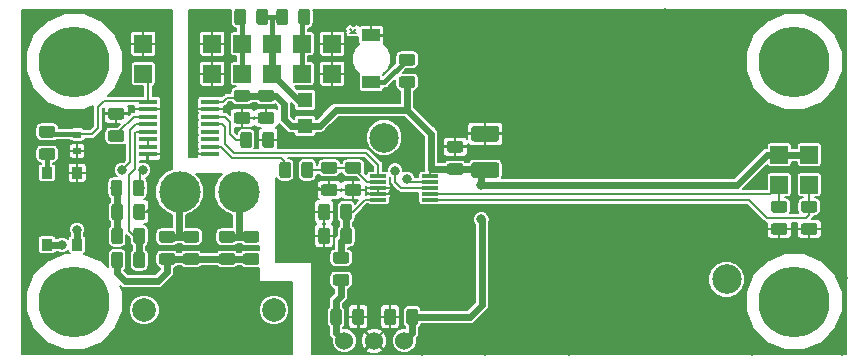
<source format=gbr>
G04 #@! TF.GenerationSoftware,KiCad,Pcbnew,(6.0.0-rc1-dev-205-gc0615c5ef)*
G04 #@! TF.CreationDate,2019-04-08T15:07:32+02:00*
G04 #@! TF.ProjectId,VCAI2C02A,5643414932433032412E6B696361645F,rev?*
G04 #@! TF.SameCoordinates,Original*
G04 #@! TF.FileFunction,Copper,L2,Bot,Signal*
G04 #@! TF.FilePolarity,Positive*
%FSLAX46Y46*%
G04 Gerber Fmt 4.6, Leading zero omitted, Abs format (unit mm)*
G04 Created by KiCad (PCBNEW (6.0.0-rc1-dev-205-gc0615c5ef)) date 04/08/19 15:07:32*
%MOMM*%
%LPD*%
G01*
G04 APERTURE LIST*
G04 #@! TA.AperFunction,EtchedComponent*
%ADD10C,0.150000*%
G04 #@! TD*
G04 #@! TA.AperFunction,SMDPad,CuDef*
%ADD11R,0.900000X1.000000*%
G04 #@! TD*
G04 #@! TA.AperFunction,ComponentPad*
%ADD12C,2.500000*%
G04 #@! TD*
G04 #@! TA.AperFunction,ComponentPad*
%ADD13C,1.524000*%
G04 #@! TD*
G04 #@! TA.AperFunction,ComponentPad*
%ADD14C,3.500000*%
G04 #@! TD*
G04 #@! TA.AperFunction,ComponentPad*
%ADD15C,2.000000*%
G04 #@! TD*
G04 #@! TA.AperFunction,ComponentPad*
%ADD16R,1.524000X1.524000*%
G04 #@! TD*
G04 #@! TA.AperFunction,SMDPad,CuDef*
%ADD17R,1.250000X1.250000*%
G04 #@! TD*
G04 #@! TA.AperFunction,ComponentPad*
%ADD18C,6.000000*%
G04 #@! TD*
G04 #@! TA.AperFunction,SMDPad,CuDef*
%ADD19R,1.600000X0.410000*%
G04 #@! TD*
G04 #@! TA.AperFunction,SMDPad,CuDef*
%ADD20R,1.400000X0.300000*%
G04 #@! TD*
G04 #@! TA.AperFunction,Conductor*
%ADD21C,0.100000*%
G04 #@! TD*
G04 #@! TA.AperFunction,SMDPad,CuDef*
%ADD22C,1.325000*%
G04 #@! TD*
G04 #@! TA.AperFunction,SMDPad,CuDef*
%ADD23C,0.975000*%
G04 #@! TD*
G04 #@! TA.AperFunction,SMDPad,CuDef*
%ADD24R,1.500000X1.050000*%
G04 #@! TD*
G04 #@! TA.AperFunction,SMDPad,CuDef*
%ADD25R,0.700000X0.600000*%
G04 #@! TD*
G04 #@! TA.AperFunction,ViaPad*
%ADD26C,0.800000*%
G04 #@! TD*
G04 #@! TA.AperFunction,Conductor*
%ADD27C,0.200000*%
G04 #@! TD*
G04 #@! TA.AperFunction,Conductor*
%ADD28C,0.600000*%
G04 #@! TD*
G04 #@! TA.AperFunction,Conductor*
%ADD29C,0.400000*%
G04 #@! TD*
G04 APERTURE END LIST*
D10*
G04 #@! TO.C,D2*
X23639780Y2468880D02*
X23334980Y2788920D01*
X23624540Y2506980D02*
X23896320Y2781300D01*
X23896320Y2476500D02*
X23327360Y2471420D01*
G04 #@! TD*
D11*
G04 #@! TO.P,D3,4*
G04 #@! TO.N,Net-(D3-Pad4)*
X254000Y-15486000D03*
G04 #@! TO.P,D3,3*
G04 #@! TO.N,Net-(D3-Pad3)*
X-2286000Y-15486000D03*
G04 #@! TO.P,D3,1*
G04 #@! TO.N,Net-(D3-Pad1)*
X-2286000Y-9406000D03*
G04 #@! TO.P,D3,2*
G04 #@! TO.N,GNDPWR*
X254000Y-9406000D03*
G04 #@! TD*
D12*
G04 #@! TO.P,TR1,MP*
G04 #@! TO.N,N/C*
X55240000Y-18422000D03*
X26240000Y-6422000D03*
D13*
G04 #@! TO.P,TR1,3*
G04 #@! TO.N,+5V*
X27940000Y-23622000D03*
G04 #@! TO.P,TR1,1*
G04 #@! TO.N,/Vout*
X22860000Y-23622000D03*
G04 #@! TO.P,TR1,2*
G04 #@! TO.N,GNDD*
X25400000Y-23622000D03*
G04 #@! TD*
D14*
G04 #@! TO.P,J1,1*
G04 #@! TO.N,Net-(D3-Pad3)*
X13930000Y-11002000D03*
G04 #@! TO.P,J1,2*
G04 #@! TO.N,Net-(D3-Pad4)*
X8930000Y-11002000D03*
D15*
G04 #@! TO.P,J1,MP*
G04 #@! TO.N,N/C*
X5930000Y-21002000D03*
X16930000Y-21002000D03*
G04 #@! TD*
D16*
G04 #@! TO.P,J4,1*
G04 #@! TO.N,GNDD*
X11684000Y-1016000D03*
G04 #@! TO.P,J4,2*
X11684000Y1524000D03*
G04 #@! TO.P,J4,3*
G04 #@! TO.N,/SDA*
X14224000Y-1016000D03*
G04 #@! TO.P,J4,4*
X14224000Y1524000D03*
G04 #@! TO.P,J4,5*
G04 #@! TO.N,VCC*
X16764000Y-1016000D03*
G04 #@! TO.P,J4,6*
X16764000Y1524000D03*
G04 #@! TO.P,J4,7*
G04 #@! TO.N,/SCL*
X19304000Y-1016000D03*
G04 #@! TO.P,J4,8*
X19304000Y1524000D03*
G04 #@! TO.P,J4,9*
G04 #@! TO.N,GNDD*
X21844000Y-1016000D03*
G04 #@! TO.P,J4,10*
X21844000Y1524000D03*
G04 #@! TD*
G04 #@! TO.P,J5,1*
G04 #@! TO.N,Net-(D1-Pad1)*
X5842000Y-1016000D03*
G04 #@! TO.P,J5,2*
G04 #@! TO.N,GNDPWR*
X5842000Y1524000D03*
G04 #@! TD*
G04 #@! TO.P,J6,1*
G04 #@! TO.N,Net-(J6-Pad1)*
X59690000Y-10414000D03*
G04 #@! TO.P,J6,2*
G04 #@! TO.N,+5V*
X59690000Y-7874000D03*
G04 #@! TO.P,J6,3*
G04 #@! TO.N,Net-(J6-Pad3)*
X62230000Y-10414000D03*
G04 #@! TO.P,J6,4*
G04 #@! TO.N,+5V*
X62230000Y-7874000D03*
G04 #@! TD*
D17*
G04 #@! TO.P,L1,1*
G04 #@! TO.N,VCC*
X19558000Y-3218000D03*
G04 #@! TO.P,L1,2*
G04 #@! TO.N,+5V*
X19558000Y-5418000D03*
G04 #@! TD*
D18*
G04 #@! TO.P,MH1,1*
G04 #@! TO.N,N/C*
X60960000Y0D03*
G04 #@! TD*
G04 #@! TO.P,MH2,1*
G04 #@! TO.N,N/C*
X0Y-20320000D03*
G04 #@! TD*
G04 #@! TO.P,MH3,1*
G04 #@! TO.N,N/C*
X60960000Y-20320000D03*
G04 #@! TD*
G04 #@! TO.P,MH4,1*
G04 #@! TO.N,N/C*
X0Y0D03*
G04 #@! TD*
D19*
G04 #@! TO.P,U1,16*
G04 #@! TO.N,Net-(D1-Pad1)*
X6235700Y-3365500D03*
G04 #@! TO.P,U1,15*
G04 #@! TO.N,GNDPWR*
X6235700Y-4000500D03*
G04 #@! TO.P,U1,14*
G04 #@! TO.N,Net-(C3-Pad1)*
X6235700Y-4635500D03*
G04 #@! TO.P,U1,13*
G04 #@! TO.N,/REFout2*
X6235700Y-5270500D03*
G04 #@! TO.P,U1,12*
G04 #@! TO.N,Net-(R3-Pad2)*
X6235700Y-5905500D03*
G04 #@! TO.P,U1,11*
G04 #@! TO.N,/COMP*
X6235700Y-6540500D03*
G04 #@! TO.P,U1,10*
X6235700Y-7175500D03*
G04 #@! TO.P,U1,9*
G04 #@! TO.N,GNDPWR*
X6235700Y-7810500D03*
G04 #@! TO.P,U1,8*
G04 #@! TO.N,GNDD*
X11544300Y-7810500D03*
G04 #@! TO.P,U1,7*
G04 #@! TO.N,/EAout*
X11544300Y-7175500D03*
G04 #@! TO.P,U1,6*
G04 #@! TO.N,N/C*
X11544300Y-6540500D03*
G04 #@! TO.P,U1,5*
X11544300Y-5905500D03*
G04 #@! TO.P,U1,4*
G04 #@! TO.N,/ch2-*
X11544300Y-5270500D03*
G04 #@! TO.P,U1,3*
G04 #@! TO.N,Net-(C6-Pad2)*
X11544300Y-4635500D03*
G04 #@! TO.P,U1,2*
G04 #@! TO.N,GNDD*
X11544300Y-4000500D03*
G04 #@! TO.P,U1,1*
G04 #@! TO.N,+5V*
X11544300Y-3365500D03*
G04 #@! TD*
D20*
G04 #@! TO.P,U2,1*
G04 #@! TO.N,Net-(C7-Pad1)*
X25740000Y-11668000D03*
G04 #@! TO.P,U2,2*
G04 #@! TO.N,GNDD*
X25740000Y-11168000D03*
G04 #@! TO.P,U2,3*
X25740000Y-10668000D03*
G04 #@! TO.P,U2,4*
G04 #@! TO.N,Net-(C8-Pad1)*
X25740000Y-10168000D03*
G04 #@! TO.P,U2,5*
G04 #@! TO.N,/ch2-*
X25740000Y-9668000D03*
G04 #@! TO.P,U2,6*
G04 #@! TO.N,+5V*
X30140000Y-9668000D03*
G04 #@! TO.P,U2,7*
G04 #@! TO.N,/SDA*
X30140000Y-10168000D03*
G04 #@! TO.P,U2,8*
G04 #@! TO.N,/SCL*
X30140000Y-10668000D03*
G04 #@! TO.P,U2,9*
G04 #@! TO.N,Net-(J6-Pad1)*
X30140000Y-11168000D03*
G04 #@! TO.P,U2,10*
G04 #@! TO.N,Net-(J6-Pad3)*
X30140000Y-11668000D03*
G04 #@! TD*
D21*
G04 #@! TO.N,+5V*
G04 #@! TO.C,C11*
G36*
X35747505Y-8496204D02*
X35771773Y-8499804D01*
X35795572Y-8505765D01*
X35818671Y-8514030D01*
X35840850Y-8524520D01*
X35861893Y-8537132D01*
X35881599Y-8551747D01*
X35899777Y-8568223D01*
X35916253Y-8586401D01*
X35930868Y-8606107D01*
X35943480Y-8627150D01*
X35953970Y-8649329D01*
X35962235Y-8672428D01*
X35968196Y-8696227D01*
X35971796Y-8720495D01*
X35973000Y-8744999D01*
X35973000Y-9570001D01*
X35971796Y-9594505D01*
X35968196Y-9618773D01*
X35962235Y-9642572D01*
X35953970Y-9665671D01*
X35943480Y-9687850D01*
X35930868Y-9708893D01*
X35916253Y-9728599D01*
X35899777Y-9746777D01*
X35881599Y-9763253D01*
X35861893Y-9777868D01*
X35840850Y-9790480D01*
X35818671Y-9800970D01*
X35795572Y-9809235D01*
X35771773Y-9815196D01*
X35747505Y-9818796D01*
X35723001Y-9820000D01*
X33872999Y-9820000D01*
X33848495Y-9818796D01*
X33824227Y-9815196D01*
X33800428Y-9809235D01*
X33777329Y-9800970D01*
X33755150Y-9790480D01*
X33734107Y-9777868D01*
X33714401Y-9763253D01*
X33696223Y-9746777D01*
X33679747Y-9728599D01*
X33665132Y-9708893D01*
X33652520Y-9687850D01*
X33642030Y-9665671D01*
X33633765Y-9642572D01*
X33627804Y-9618773D01*
X33624204Y-9594505D01*
X33623000Y-9570001D01*
X33623000Y-8744999D01*
X33624204Y-8720495D01*
X33627804Y-8696227D01*
X33633765Y-8672428D01*
X33642030Y-8649329D01*
X33652520Y-8627150D01*
X33665132Y-8606107D01*
X33679747Y-8586401D01*
X33696223Y-8568223D01*
X33714401Y-8551747D01*
X33734107Y-8537132D01*
X33755150Y-8524520D01*
X33777329Y-8514030D01*
X33800428Y-8505765D01*
X33824227Y-8499804D01*
X33848495Y-8496204D01*
X33872999Y-8495000D01*
X35723001Y-8495000D01*
X35747505Y-8496204D01*
X35747505Y-8496204D01*
G37*
D22*
G04 #@! TD*
G04 #@! TO.P,C11,1*
G04 #@! TO.N,+5V*
X34798000Y-9157500D03*
D21*
G04 #@! TO.N,GNDD*
G04 #@! TO.C,C11*
G36*
X35747505Y-5421204D02*
X35771773Y-5424804D01*
X35795572Y-5430765D01*
X35818671Y-5439030D01*
X35840850Y-5449520D01*
X35861893Y-5462132D01*
X35881599Y-5476747D01*
X35899777Y-5493223D01*
X35916253Y-5511401D01*
X35930868Y-5531107D01*
X35943480Y-5552150D01*
X35953970Y-5574329D01*
X35962235Y-5597428D01*
X35968196Y-5621227D01*
X35971796Y-5645495D01*
X35973000Y-5669999D01*
X35973000Y-6495001D01*
X35971796Y-6519505D01*
X35968196Y-6543773D01*
X35962235Y-6567572D01*
X35953970Y-6590671D01*
X35943480Y-6612850D01*
X35930868Y-6633893D01*
X35916253Y-6653599D01*
X35899777Y-6671777D01*
X35881599Y-6688253D01*
X35861893Y-6702868D01*
X35840850Y-6715480D01*
X35818671Y-6725970D01*
X35795572Y-6734235D01*
X35771773Y-6740196D01*
X35747505Y-6743796D01*
X35723001Y-6745000D01*
X33872999Y-6745000D01*
X33848495Y-6743796D01*
X33824227Y-6740196D01*
X33800428Y-6734235D01*
X33777329Y-6725970D01*
X33755150Y-6715480D01*
X33734107Y-6702868D01*
X33714401Y-6688253D01*
X33696223Y-6671777D01*
X33679747Y-6653599D01*
X33665132Y-6633893D01*
X33652520Y-6612850D01*
X33642030Y-6590671D01*
X33633765Y-6567572D01*
X33627804Y-6543773D01*
X33624204Y-6519505D01*
X33623000Y-6495001D01*
X33623000Y-5669999D01*
X33624204Y-5645495D01*
X33627804Y-5621227D01*
X33633765Y-5597428D01*
X33642030Y-5574329D01*
X33652520Y-5552150D01*
X33665132Y-5531107D01*
X33679747Y-5511401D01*
X33696223Y-5493223D01*
X33714401Y-5476747D01*
X33734107Y-5462132D01*
X33755150Y-5449520D01*
X33777329Y-5439030D01*
X33800428Y-5430765D01*
X33824227Y-5424804D01*
X33848495Y-5421204D01*
X33872999Y-5420000D01*
X35723001Y-5420000D01*
X35747505Y-5421204D01*
X35747505Y-5421204D01*
G37*
D22*
G04 #@! TD*
G04 #@! TO.P,C11,2*
G04 #@! TO.N,GNDD*
X34798000Y-6082500D03*
D21*
G04 #@! TO.N,/INPUT*
G04 #@! TO.C,R1*
G36*
X15466142Y-16199174D02*
X15489803Y-16202684D01*
X15513007Y-16208496D01*
X15535529Y-16216554D01*
X15557153Y-16226782D01*
X15577670Y-16239079D01*
X15596883Y-16253329D01*
X15614607Y-16269393D01*
X15630671Y-16287117D01*
X15644921Y-16306330D01*
X15657218Y-16326847D01*
X15667446Y-16348471D01*
X15675504Y-16370993D01*
X15681316Y-16394197D01*
X15684826Y-16417858D01*
X15686000Y-16441750D01*
X15686000Y-16929250D01*
X15684826Y-16953142D01*
X15681316Y-16976803D01*
X15675504Y-17000007D01*
X15667446Y-17022529D01*
X15657218Y-17044153D01*
X15644921Y-17064670D01*
X15630671Y-17083883D01*
X15614607Y-17101607D01*
X15596883Y-17117671D01*
X15577670Y-17131921D01*
X15557153Y-17144218D01*
X15535529Y-17154446D01*
X15513007Y-17162504D01*
X15489803Y-17168316D01*
X15466142Y-17171826D01*
X15442250Y-17173000D01*
X14529750Y-17173000D01*
X14505858Y-17171826D01*
X14482197Y-17168316D01*
X14458993Y-17162504D01*
X14436471Y-17154446D01*
X14414847Y-17144218D01*
X14394330Y-17131921D01*
X14375117Y-17117671D01*
X14357393Y-17101607D01*
X14341329Y-17083883D01*
X14327079Y-17064670D01*
X14314782Y-17044153D01*
X14304554Y-17022529D01*
X14296496Y-17000007D01*
X14290684Y-16976803D01*
X14287174Y-16953142D01*
X14286000Y-16929250D01*
X14286000Y-16441750D01*
X14287174Y-16417858D01*
X14290684Y-16394197D01*
X14296496Y-16370993D01*
X14304554Y-16348471D01*
X14314782Y-16326847D01*
X14327079Y-16306330D01*
X14341329Y-16287117D01*
X14357393Y-16269393D01*
X14375117Y-16253329D01*
X14394330Y-16239079D01*
X14414847Y-16226782D01*
X14436471Y-16216554D01*
X14458993Y-16208496D01*
X14482197Y-16202684D01*
X14505858Y-16199174D01*
X14529750Y-16198000D01*
X15442250Y-16198000D01*
X15466142Y-16199174D01*
X15466142Y-16199174D01*
G37*
D23*
G04 #@! TD*
G04 #@! TO.P,R1,2*
G04 #@! TO.N,/INPUT*
X14986000Y-16685500D03*
D21*
G04 #@! TO.N,Net-(D3-Pad3)*
G04 #@! TO.C,R1*
G36*
X15466142Y-14324174D02*
X15489803Y-14327684D01*
X15513007Y-14333496D01*
X15535529Y-14341554D01*
X15557153Y-14351782D01*
X15577670Y-14364079D01*
X15596883Y-14378329D01*
X15614607Y-14394393D01*
X15630671Y-14412117D01*
X15644921Y-14431330D01*
X15657218Y-14451847D01*
X15667446Y-14473471D01*
X15675504Y-14495993D01*
X15681316Y-14519197D01*
X15684826Y-14542858D01*
X15686000Y-14566750D01*
X15686000Y-15054250D01*
X15684826Y-15078142D01*
X15681316Y-15101803D01*
X15675504Y-15125007D01*
X15667446Y-15147529D01*
X15657218Y-15169153D01*
X15644921Y-15189670D01*
X15630671Y-15208883D01*
X15614607Y-15226607D01*
X15596883Y-15242671D01*
X15577670Y-15256921D01*
X15557153Y-15269218D01*
X15535529Y-15279446D01*
X15513007Y-15287504D01*
X15489803Y-15293316D01*
X15466142Y-15296826D01*
X15442250Y-15298000D01*
X14529750Y-15298000D01*
X14505858Y-15296826D01*
X14482197Y-15293316D01*
X14458993Y-15287504D01*
X14436471Y-15279446D01*
X14414847Y-15269218D01*
X14394330Y-15256921D01*
X14375117Y-15242671D01*
X14357393Y-15226607D01*
X14341329Y-15208883D01*
X14327079Y-15189670D01*
X14314782Y-15169153D01*
X14304554Y-15147529D01*
X14296496Y-15125007D01*
X14290684Y-15101803D01*
X14287174Y-15078142D01*
X14286000Y-15054250D01*
X14286000Y-14566750D01*
X14287174Y-14542858D01*
X14290684Y-14519197D01*
X14296496Y-14495993D01*
X14304554Y-14473471D01*
X14314782Y-14451847D01*
X14327079Y-14431330D01*
X14341329Y-14412117D01*
X14357393Y-14394393D01*
X14375117Y-14378329D01*
X14394330Y-14364079D01*
X14414847Y-14351782D01*
X14436471Y-14341554D01*
X14458993Y-14333496D01*
X14482197Y-14327684D01*
X14505858Y-14324174D01*
X14529750Y-14323000D01*
X15442250Y-14323000D01*
X15466142Y-14324174D01*
X15466142Y-14324174D01*
G37*
D23*
G04 #@! TD*
G04 #@! TO.P,R1,1*
G04 #@! TO.N,Net-(D3-Pad3)*
X14986000Y-14810500D03*
D21*
G04 #@! TO.N,/INPUT*
G04 #@! TO.C,R2*
G36*
X8354142Y-16199174D02*
X8377803Y-16202684D01*
X8401007Y-16208496D01*
X8423529Y-16216554D01*
X8445153Y-16226782D01*
X8465670Y-16239079D01*
X8484883Y-16253329D01*
X8502607Y-16269393D01*
X8518671Y-16287117D01*
X8532921Y-16306330D01*
X8545218Y-16326847D01*
X8555446Y-16348471D01*
X8563504Y-16370993D01*
X8569316Y-16394197D01*
X8572826Y-16417858D01*
X8574000Y-16441750D01*
X8574000Y-16929250D01*
X8572826Y-16953142D01*
X8569316Y-16976803D01*
X8563504Y-17000007D01*
X8555446Y-17022529D01*
X8545218Y-17044153D01*
X8532921Y-17064670D01*
X8518671Y-17083883D01*
X8502607Y-17101607D01*
X8484883Y-17117671D01*
X8465670Y-17131921D01*
X8445153Y-17144218D01*
X8423529Y-17154446D01*
X8401007Y-17162504D01*
X8377803Y-17168316D01*
X8354142Y-17171826D01*
X8330250Y-17173000D01*
X7417750Y-17173000D01*
X7393858Y-17171826D01*
X7370197Y-17168316D01*
X7346993Y-17162504D01*
X7324471Y-17154446D01*
X7302847Y-17144218D01*
X7282330Y-17131921D01*
X7263117Y-17117671D01*
X7245393Y-17101607D01*
X7229329Y-17083883D01*
X7215079Y-17064670D01*
X7202782Y-17044153D01*
X7192554Y-17022529D01*
X7184496Y-17000007D01*
X7178684Y-16976803D01*
X7175174Y-16953142D01*
X7174000Y-16929250D01*
X7174000Y-16441750D01*
X7175174Y-16417858D01*
X7178684Y-16394197D01*
X7184496Y-16370993D01*
X7192554Y-16348471D01*
X7202782Y-16326847D01*
X7215079Y-16306330D01*
X7229329Y-16287117D01*
X7245393Y-16269393D01*
X7263117Y-16253329D01*
X7282330Y-16239079D01*
X7302847Y-16226782D01*
X7324471Y-16216554D01*
X7346993Y-16208496D01*
X7370197Y-16202684D01*
X7393858Y-16199174D01*
X7417750Y-16198000D01*
X8330250Y-16198000D01*
X8354142Y-16199174D01*
X8354142Y-16199174D01*
G37*
D23*
G04 #@! TD*
G04 #@! TO.P,R2,1*
G04 #@! TO.N,/INPUT*
X7874000Y-16685500D03*
D21*
G04 #@! TO.N,Net-(D3-Pad4)*
G04 #@! TO.C,R2*
G36*
X8354142Y-14324174D02*
X8377803Y-14327684D01*
X8401007Y-14333496D01*
X8423529Y-14341554D01*
X8445153Y-14351782D01*
X8465670Y-14364079D01*
X8484883Y-14378329D01*
X8502607Y-14394393D01*
X8518671Y-14412117D01*
X8532921Y-14431330D01*
X8545218Y-14451847D01*
X8555446Y-14473471D01*
X8563504Y-14495993D01*
X8569316Y-14519197D01*
X8572826Y-14542858D01*
X8574000Y-14566750D01*
X8574000Y-15054250D01*
X8572826Y-15078142D01*
X8569316Y-15101803D01*
X8563504Y-15125007D01*
X8555446Y-15147529D01*
X8545218Y-15169153D01*
X8532921Y-15189670D01*
X8518671Y-15208883D01*
X8502607Y-15226607D01*
X8484883Y-15242671D01*
X8465670Y-15256921D01*
X8445153Y-15269218D01*
X8423529Y-15279446D01*
X8401007Y-15287504D01*
X8377803Y-15293316D01*
X8354142Y-15296826D01*
X8330250Y-15298000D01*
X7417750Y-15298000D01*
X7393858Y-15296826D01*
X7370197Y-15293316D01*
X7346993Y-15287504D01*
X7324471Y-15279446D01*
X7302847Y-15269218D01*
X7282330Y-15256921D01*
X7263117Y-15242671D01*
X7245393Y-15226607D01*
X7229329Y-15208883D01*
X7215079Y-15189670D01*
X7202782Y-15169153D01*
X7192554Y-15147529D01*
X7184496Y-15125007D01*
X7178684Y-15101803D01*
X7175174Y-15078142D01*
X7174000Y-15054250D01*
X7174000Y-14566750D01*
X7175174Y-14542858D01*
X7178684Y-14519197D01*
X7184496Y-14495993D01*
X7192554Y-14473471D01*
X7202782Y-14451847D01*
X7215079Y-14431330D01*
X7229329Y-14412117D01*
X7245393Y-14394393D01*
X7263117Y-14378329D01*
X7282330Y-14364079D01*
X7302847Y-14351782D01*
X7324471Y-14341554D01*
X7346993Y-14333496D01*
X7370197Y-14327684D01*
X7393858Y-14324174D01*
X7417750Y-14323000D01*
X8330250Y-14323000D01*
X8354142Y-14324174D01*
X8354142Y-14324174D01*
G37*
D23*
G04 #@! TD*
G04 #@! TO.P,R2,2*
G04 #@! TO.N,Net-(D3-Pad4)*
X7874000Y-14810500D03*
D21*
G04 #@! TO.N,/INPUT*
G04 #@! TO.C,R7*
G36*
X13434142Y-16199174D02*
X13457803Y-16202684D01*
X13481007Y-16208496D01*
X13503529Y-16216554D01*
X13525153Y-16226782D01*
X13545670Y-16239079D01*
X13564883Y-16253329D01*
X13582607Y-16269393D01*
X13598671Y-16287117D01*
X13612921Y-16306330D01*
X13625218Y-16326847D01*
X13635446Y-16348471D01*
X13643504Y-16370993D01*
X13649316Y-16394197D01*
X13652826Y-16417858D01*
X13654000Y-16441750D01*
X13654000Y-16929250D01*
X13652826Y-16953142D01*
X13649316Y-16976803D01*
X13643504Y-17000007D01*
X13635446Y-17022529D01*
X13625218Y-17044153D01*
X13612921Y-17064670D01*
X13598671Y-17083883D01*
X13582607Y-17101607D01*
X13564883Y-17117671D01*
X13545670Y-17131921D01*
X13525153Y-17144218D01*
X13503529Y-17154446D01*
X13481007Y-17162504D01*
X13457803Y-17168316D01*
X13434142Y-17171826D01*
X13410250Y-17173000D01*
X12497750Y-17173000D01*
X12473858Y-17171826D01*
X12450197Y-17168316D01*
X12426993Y-17162504D01*
X12404471Y-17154446D01*
X12382847Y-17144218D01*
X12362330Y-17131921D01*
X12343117Y-17117671D01*
X12325393Y-17101607D01*
X12309329Y-17083883D01*
X12295079Y-17064670D01*
X12282782Y-17044153D01*
X12272554Y-17022529D01*
X12264496Y-17000007D01*
X12258684Y-16976803D01*
X12255174Y-16953142D01*
X12254000Y-16929250D01*
X12254000Y-16441750D01*
X12255174Y-16417858D01*
X12258684Y-16394197D01*
X12264496Y-16370993D01*
X12272554Y-16348471D01*
X12282782Y-16326847D01*
X12295079Y-16306330D01*
X12309329Y-16287117D01*
X12325393Y-16269393D01*
X12343117Y-16253329D01*
X12362330Y-16239079D01*
X12382847Y-16226782D01*
X12404471Y-16216554D01*
X12426993Y-16208496D01*
X12450197Y-16202684D01*
X12473858Y-16199174D01*
X12497750Y-16198000D01*
X13410250Y-16198000D01*
X13434142Y-16199174D01*
X13434142Y-16199174D01*
G37*
D23*
G04 #@! TD*
G04 #@! TO.P,R7,2*
G04 #@! TO.N,/INPUT*
X12954000Y-16685500D03*
D21*
G04 #@! TO.N,Net-(D3-Pad3)*
G04 #@! TO.C,R7*
G36*
X13434142Y-14324174D02*
X13457803Y-14327684D01*
X13481007Y-14333496D01*
X13503529Y-14341554D01*
X13525153Y-14351782D01*
X13545670Y-14364079D01*
X13564883Y-14378329D01*
X13582607Y-14394393D01*
X13598671Y-14412117D01*
X13612921Y-14431330D01*
X13625218Y-14451847D01*
X13635446Y-14473471D01*
X13643504Y-14495993D01*
X13649316Y-14519197D01*
X13652826Y-14542858D01*
X13654000Y-14566750D01*
X13654000Y-15054250D01*
X13652826Y-15078142D01*
X13649316Y-15101803D01*
X13643504Y-15125007D01*
X13635446Y-15147529D01*
X13625218Y-15169153D01*
X13612921Y-15189670D01*
X13598671Y-15208883D01*
X13582607Y-15226607D01*
X13564883Y-15242671D01*
X13545670Y-15256921D01*
X13525153Y-15269218D01*
X13503529Y-15279446D01*
X13481007Y-15287504D01*
X13457803Y-15293316D01*
X13434142Y-15296826D01*
X13410250Y-15298000D01*
X12497750Y-15298000D01*
X12473858Y-15296826D01*
X12450197Y-15293316D01*
X12426993Y-15287504D01*
X12404471Y-15279446D01*
X12382847Y-15269218D01*
X12362330Y-15256921D01*
X12343117Y-15242671D01*
X12325393Y-15226607D01*
X12309329Y-15208883D01*
X12295079Y-15189670D01*
X12282782Y-15169153D01*
X12272554Y-15147529D01*
X12264496Y-15125007D01*
X12258684Y-15101803D01*
X12255174Y-15078142D01*
X12254000Y-15054250D01*
X12254000Y-14566750D01*
X12255174Y-14542858D01*
X12258684Y-14519197D01*
X12264496Y-14495993D01*
X12272554Y-14473471D01*
X12282782Y-14451847D01*
X12295079Y-14431330D01*
X12309329Y-14412117D01*
X12325393Y-14394393D01*
X12343117Y-14378329D01*
X12362330Y-14364079D01*
X12382847Y-14351782D01*
X12404471Y-14341554D01*
X12426993Y-14333496D01*
X12450197Y-14327684D01*
X12473858Y-14324174D01*
X12497750Y-14323000D01*
X13410250Y-14323000D01*
X13434142Y-14324174D01*
X13434142Y-14324174D01*
G37*
D23*
G04 #@! TD*
G04 #@! TO.P,R7,1*
G04 #@! TO.N,Net-(D3-Pad3)*
X12954000Y-14810500D03*
D21*
G04 #@! TO.N,/INPUT*
G04 #@! TO.C,R8*
G36*
X10386142Y-16199174D02*
X10409803Y-16202684D01*
X10433007Y-16208496D01*
X10455529Y-16216554D01*
X10477153Y-16226782D01*
X10497670Y-16239079D01*
X10516883Y-16253329D01*
X10534607Y-16269393D01*
X10550671Y-16287117D01*
X10564921Y-16306330D01*
X10577218Y-16326847D01*
X10587446Y-16348471D01*
X10595504Y-16370993D01*
X10601316Y-16394197D01*
X10604826Y-16417858D01*
X10606000Y-16441750D01*
X10606000Y-16929250D01*
X10604826Y-16953142D01*
X10601316Y-16976803D01*
X10595504Y-17000007D01*
X10587446Y-17022529D01*
X10577218Y-17044153D01*
X10564921Y-17064670D01*
X10550671Y-17083883D01*
X10534607Y-17101607D01*
X10516883Y-17117671D01*
X10497670Y-17131921D01*
X10477153Y-17144218D01*
X10455529Y-17154446D01*
X10433007Y-17162504D01*
X10409803Y-17168316D01*
X10386142Y-17171826D01*
X10362250Y-17173000D01*
X9449750Y-17173000D01*
X9425858Y-17171826D01*
X9402197Y-17168316D01*
X9378993Y-17162504D01*
X9356471Y-17154446D01*
X9334847Y-17144218D01*
X9314330Y-17131921D01*
X9295117Y-17117671D01*
X9277393Y-17101607D01*
X9261329Y-17083883D01*
X9247079Y-17064670D01*
X9234782Y-17044153D01*
X9224554Y-17022529D01*
X9216496Y-17000007D01*
X9210684Y-16976803D01*
X9207174Y-16953142D01*
X9206000Y-16929250D01*
X9206000Y-16441750D01*
X9207174Y-16417858D01*
X9210684Y-16394197D01*
X9216496Y-16370993D01*
X9224554Y-16348471D01*
X9234782Y-16326847D01*
X9247079Y-16306330D01*
X9261329Y-16287117D01*
X9277393Y-16269393D01*
X9295117Y-16253329D01*
X9314330Y-16239079D01*
X9334847Y-16226782D01*
X9356471Y-16216554D01*
X9378993Y-16208496D01*
X9402197Y-16202684D01*
X9425858Y-16199174D01*
X9449750Y-16198000D01*
X10362250Y-16198000D01*
X10386142Y-16199174D01*
X10386142Y-16199174D01*
G37*
D23*
G04 #@! TD*
G04 #@! TO.P,R8,1*
G04 #@! TO.N,/INPUT*
X9906000Y-16685500D03*
D21*
G04 #@! TO.N,Net-(D3-Pad4)*
G04 #@! TO.C,R8*
G36*
X10386142Y-14324174D02*
X10409803Y-14327684D01*
X10433007Y-14333496D01*
X10455529Y-14341554D01*
X10477153Y-14351782D01*
X10497670Y-14364079D01*
X10516883Y-14378329D01*
X10534607Y-14394393D01*
X10550671Y-14412117D01*
X10564921Y-14431330D01*
X10577218Y-14451847D01*
X10587446Y-14473471D01*
X10595504Y-14495993D01*
X10601316Y-14519197D01*
X10604826Y-14542858D01*
X10606000Y-14566750D01*
X10606000Y-15054250D01*
X10604826Y-15078142D01*
X10601316Y-15101803D01*
X10595504Y-15125007D01*
X10587446Y-15147529D01*
X10577218Y-15169153D01*
X10564921Y-15189670D01*
X10550671Y-15208883D01*
X10534607Y-15226607D01*
X10516883Y-15242671D01*
X10497670Y-15256921D01*
X10477153Y-15269218D01*
X10455529Y-15279446D01*
X10433007Y-15287504D01*
X10409803Y-15293316D01*
X10386142Y-15296826D01*
X10362250Y-15298000D01*
X9449750Y-15298000D01*
X9425858Y-15296826D01*
X9402197Y-15293316D01*
X9378993Y-15287504D01*
X9356471Y-15279446D01*
X9334847Y-15269218D01*
X9314330Y-15256921D01*
X9295117Y-15242671D01*
X9277393Y-15226607D01*
X9261329Y-15208883D01*
X9247079Y-15189670D01*
X9234782Y-15169153D01*
X9224554Y-15147529D01*
X9216496Y-15125007D01*
X9210684Y-15101803D01*
X9207174Y-15078142D01*
X9206000Y-15054250D01*
X9206000Y-14566750D01*
X9207174Y-14542858D01*
X9210684Y-14519197D01*
X9216496Y-14495993D01*
X9224554Y-14473471D01*
X9234782Y-14451847D01*
X9247079Y-14431330D01*
X9261329Y-14412117D01*
X9277393Y-14394393D01*
X9295117Y-14378329D01*
X9314330Y-14364079D01*
X9334847Y-14351782D01*
X9356471Y-14341554D01*
X9378993Y-14333496D01*
X9402197Y-14327684D01*
X9425858Y-14324174D01*
X9449750Y-14323000D01*
X10362250Y-14323000D01*
X10386142Y-14324174D01*
X10386142Y-14324174D01*
G37*
D23*
G04 #@! TD*
G04 #@! TO.P,R8,2*
G04 #@! TO.N,Net-(D3-Pad4)*
X9906000Y-14810500D03*
D24*
G04 #@! TO.P,D2,2*
G04 #@! TO.N,Net-(D2-Pad2)*
X25146000Y-1746000D03*
G04 #@! TO.P,D2,1*
G04 #@! TO.N,GNDD*
X25146000Y2254000D03*
G04 #@! TD*
D25*
G04 #@! TO.P,D1,2*
G04 #@! TO.N,GNDPWR*
X254000Y-7558000D03*
G04 #@! TO.P,D1,1*
G04 #@! TO.N,Net-(D1-Pad1)*
X254000Y-6158000D03*
G04 #@! TD*
D21*
G04 #@! TO.N,GNDPWR*
G04 #@! TO.C,C3*
G36*
X4036142Y-3910174D02*
X4059803Y-3913684D01*
X4083007Y-3919496D01*
X4105529Y-3927554D01*
X4127153Y-3937782D01*
X4147670Y-3950079D01*
X4166883Y-3964329D01*
X4184607Y-3980393D01*
X4200671Y-3998117D01*
X4214921Y-4017330D01*
X4227218Y-4037847D01*
X4237446Y-4059471D01*
X4245504Y-4081993D01*
X4251316Y-4105197D01*
X4254826Y-4128858D01*
X4256000Y-4152750D01*
X4256000Y-4640250D01*
X4254826Y-4664142D01*
X4251316Y-4687803D01*
X4245504Y-4711007D01*
X4237446Y-4733529D01*
X4227218Y-4755153D01*
X4214921Y-4775670D01*
X4200671Y-4794883D01*
X4184607Y-4812607D01*
X4166883Y-4828671D01*
X4147670Y-4842921D01*
X4127153Y-4855218D01*
X4105529Y-4865446D01*
X4083007Y-4873504D01*
X4059803Y-4879316D01*
X4036142Y-4882826D01*
X4012250Y-4884000D01*
X3099750Y-4884000D01*
X3075858Y-4882826D01*
X3052197Y-4879316D01*
X3028993Y-4873504D01*
X3006471Y-4865446D01*
X2984847Y-4855218D01*
X2964330Y-4842921D01*
X2945117Y-4828671D01*
X2927393Y-4812607D01*
X2911329Y-4794883D01*
X2897079Y-4775670D01*
X2884782Y-4755153D01*
X2874554Y-4733529D01*
X2866496Y-4711007D01*
X2860684Y-4687803D01*
X2857174Y-4664142D01*
X2856000Y-4640250D01*
X2856000Y-4152750D01*
X2857174Y-4128858D01*
X2860684Y-4105197D01*
X2866496Y-4081993D01*
X2874554Y-4059471D01*
X2884782Y-4037847D01*
X2897079Y-4017330D01*
X2911329Y-3998117D01*
X2927393Y-3980393D01*
X2945117Y-3964329D01*
X2964330Y-3950079D01*
X2984847Y-3937782D01*
X3006471Y-3927554D01*
X3028993Y-3919496D01*
X3052197Y-3913684D01*
X3075858Y-3910174D01*
X3099750Y-3909000D01*
X4012250Y-3909000D01*
X4036142Y-3910174D01*
X4036142Y-3910174D01*
G37*
D23*
G04 #@! TD*
G04 #@! TO.P,C3,2*
G04 #@! TO.N,GNDPWR*
X3556000Y-4396500D03*
D21*
G04 #@! TO.N,Net-(C3-Pad1)*
G04 #@! TO.C,C3*
G36*
X4036142Y-5785174D02*
X4059803Y-5788684D01*
X4083007Y-5794496D01*
X4105529Y-5802554D01*
X4127153Y-5812782D01*
X4147670Y-5825079D01*
X4166883Y-5839329D01*
X4184607Y-5855393D01*
X4200671Y-5873117D01*
X4214921Y-5892330D01*
X4227218Y-5912847D01*
X4237446Y-5934471D01*
X4245504Y-5956993D01*
X4251316Y-5980197D01*
X4254826Y-6003858D01*
X4256000Y-6027750D01*
X4256000Y-6515250D01*
X4254826Y-6539142D01*
X4251316Y-6562803D01*
X4245504Y-6586007D01*
X4237446Y-6608529D01*
X4227218Y-6630153D01*
X4214921Y-6650670D01*
X4200671Y-6669883D01*
X4184607Y-6687607D01*
X4166883Y-6703671D01*
X4147670Y-6717921D01*
X4127153Y-6730218D01*
X4105529Y-6740446D01*
X4083007Y-6748504D01*
X4059803Y-6754316D01*
X4036142Y-6757826D01*
X4012250Y-6759000D01*
X3099750Y-6759000D01*
X3075858Y-6757826D01*
X3052197Y-6754316D01*
X3028993Y-6748504D01*
X3006471Y-6740446D01*
X2984847Y-6730218D01*
X2964330Y-6717921D01*
X2945117Y-6703671D01*
X2927393Y-6687607D01*
X2911329Y-6669883D01*
X2897079Y-6650670D01*
X2884782Y-6630153D01*
X2874554Y-6608529D01*
X2866496Y-6586007D01*
X2860684Y-6562803D01*
X2857174Y-6539142D01*
X2856000Y-6515250D01*
X2856000Y-6027750D01*
X2857174Y-6003858D01*
X2860684Y-5980197D01*
X2866496Y-5956993D01*
X2874554Y-5934471D01*
X2884782Y-5912847D01*
X2897079Y-5892330D01*
X2911329Y-5873117D01*
X2927393Y-5855393D01*
X2945117Y-5839329D01*
X2964330Y-5825079D01*
X2984847Y-5812782D01*
X3006471Y-5802554D01*
X3028993Y-5794496D01*
X3052197Y-5788684D01*
X3075858Y-5785174D01*
X3099750Y-5784000D01*
X4012250Y-5784000D01*
X4036142Y-5785174D01*
X4036142Y-5785174D01*
G37*
D23*
G04 #@! TD*
G04 #@! TO.P,C3,1*
G04 #@! TO.N,Net-(C3-Pad1)*
X3556000Y-6271500D03*
D21*
G04 #@! TO.N,GNDD*
G04 #@! TO.C,C4*
G36*
X14704142Y-4261174D02*
X14727803Y-4264684D01*
X14751007Y-4270496D01*
X14773529Y-4278554D01*
X14795153Y-4288782D01*
X14815670Y-4301079D01*
X14834883Y-4315329D01*
X14852607Y-4331393D01*
X14868671Y-4349117D01*
X14882921Y-4368330D01*
X14895218Y-4388847D01*
X14905446Y-4410471D01*
X14913504Y-4432993D01*
X14919316Y-4456197D01*
X14922826Y-4479858D01*
X14924000Y-4503750D01*
X14924000Y-4991250D01*
X14922826Y-5015142D01*
X14919316Y-5038803D01*
X14913504Y-5062007D01*
X14905446Y-5084529D01*
X14895218Y-5106153D01*
X14882921Y-5126670D01*
X14868671Y-5145883D01*
X14852607Y-5163607D01*
X14834883Y-5179671D01*
X14815670Y-5193921D01*
X14795153Y-5206218D01*
X14773529Y-5216446D01*
X14751007Y-5224504D01*
X14727803Y-5230316D01*
X14704142Y-5233826D01*
X14680250Y-5235000D01*
X13767750Y-5235000D01*
X13743858Y-5233826D01*
X13720197Y-5230316D01*
X13696993Y-5224504D01*
X13674471Y-5216446D01*
X13652847Y-5206218D01*
X13632330Y-5193921D01*
X13613117Y-5179671D01*
X13595393Y-5163607D01*
X13579329Y-5145883D01*
X13565079Y-5126670D01*
X13552782Y-5106153D01*
X13542554Y-5084529D01*
X13534496Y-5062007D01*
X13528684Y-5038803D01*
X13525174Y-5015142D01*
X13524000Y-4991250D01*
X13524000Y-4503750D01*
X13525174Y-4479858D01*
X13528684Y-4456197D01*
X13534496Y-4432993D01*
X13542554Y-4410471D01*
X13552782Y-4388847D01*
X13565079Y-4368330D01*
X13579329Y-4349117D01*
X13595393Y-4331393D01*
X13613117Y-4315329D01*
X13632330Y-4301079D01*
X13652847Y-4288782D01*
X13674471Y-4278554D01*
X13696993Y-4270496D01*
X13720197Y-4264684D01*
X13743858Y-4261174D01*
X13767750Y-4260000D01*
X14680250Y-4260000D01*
X14704142Y-4261174D01*
X14704142Y-4261174D01*
G37*
D23*
G04 #@! TD*
G04 #@! TO.P,C4,2*
G04 #@! TO.N,GNDD*
X14224000Y-4747500D03*
D21*
G04 #@! TO.N,+5V*
G04 #@! TO.C,C4*
G36*
X14704142Y-2386174D02*
X14727803Y-2389684D01*
X14751007Y-2395496D01*
X14773529Y-2403554D01*
X14795153Y-2413782D01*
X14815670Y-2426079D01*
X14834883Y-2440329D01*
X14852607Y-2456393D01*
X14868671Y-2474117D01*
X14882921Y-2493330D01*
X14895218Y-2513847D01*
X14905446Y-2535471D01*
X14913504Y-2557993D01*
X14919316Y-2581197D01*
X14922826Y-2604858D01*
X14924000Y-2628750D01*
X14924000Y-3116250D01*
X14922826Y-3140142D01*
X14919316Y-3163803D01*
X14913504Y-3187007D01*
X14905446Y-3209529D01*
X14895218Y-3231153D01*
X14882921Y-3251670D01*
X14868671Y-3270883D01*
X14852607Y-3288607D01*
X14834883Y-3304671D01*
X14815670Y-3318921D01*
X14795153Y-3331218D01*
X14773529Y-3341446D01*
X14751007Y-3349504D01*
X14727803Y-3355316D01*
X14704142Y-3358826D01*
X14680250Y-3360000D01*
X13767750Y-3360000D01*
X13743858Y-3358826D01*
X13720197Y-3355316D01*
X13696993Y-3349504D01*
X13674471Y-3341446D01*
X13652847Y-3331218D01*
X13632330Y-3318921D01*
X13613117Y-3304671D01*
X13595393Y-3288607D01*
X13579329Y-3270883D01*
X13565079Y-3251670D01*
X13552782Y-3231153D01*
X13542554Y-3209529D01*
X13534496Y-3187007D01*
X13528684Y-3163803D01*
X13525174Y-3140142D01*
X13524000Y-3116250D01*
X13524000Y-2628750D01*
X13525174Y-2604858D01*
X13528684Y-2581197D01*
X13534496Y-2557993D01*
X13542554Y-2535471D01*
X13552782Y-2513847D01*
X13565079Y-2493330D01*
X13579329Y-2474117D01*
X13595393Y-2456393D01*
X13613117Y-2440329D01*
X13632330Y-2426079D01*
X13652847Y-2413782D01*
X13674471Y-2403554D01*
X13696993Y-2395496D01*
X13720197Y-2389684D01*
X13743858Y-2386174D01*
X13767750Y-2385000D01*
X14680250Y-2385000D01*
X14704142Y-2386174D01*
X14704142Y-2386174D01*
G37*
D23*
G04 #@! TD*
G04 #@! TO.P,C4,1*
G04 #@! TO.N,+5V*
X14224000Y-2872500D03*
D21*
G04 #@! TO.N,+5V*
G04 #@! TO.C,C5*
G36*
X16736142Y-2386174D02*
X16759803Y-2389684D01*
X16783007Y-2395496D01*
X16805529Y-2403554D01*
X16827153Y-2413782D01*
X16847670Y-2426079D01*
X16866883Y-2440329D01*
X16884607Y-2456393D01*
X16900671Y-2474117D01*
X16914921Y-2493330D01*
X16927218Y-2513847D01*
X16937446Y-2535471D01*
X16945504Y-2557993D01*
X16951316Y-2581197D01*
X16954826Y-2604858D01*
X16956000Y-2628750D01*
X16956000Y-3116250D01*
X16954826Y-3140142D01*
X16951316Y-3163803D01*
X16945504Y-3187007D01*
X16937446Y-3209529D01*
X16927218Y-3231153D01*
X16914921Y-3251670D01*
X16900671Y-3270883D01*
X16884607Y-3288607D01*
X16866883Y-3304671D01*
X16847670Y-3318921D01*
X16827153Y-3331218D01*
X16805529Y-3341446D01*
X16783007Y-3349504D01*
X16759803Y-3355316D01*
X16736142Y-3358826D01*
X16712250Y-3360000D01*
X15799750Y-3360000D01*
X15775858Y-3358826D01*
X15752197Y-3355316D01*
X15728993Y-3349504D01*
X15706471Y-3341446D01*
X15684847Y-3331218D01*
X15664330Y-3318921D01*
X15645117Y-3304671D01*
X15627393Y-3288607D01*
X15611329Y-3270883D01*
X15597079Y-3251670D01*
X15584782Y-3231153D01*
X15574554Y-3209529D01*
X15566496Y-3187007D01*
X15560684Y-3163803D01*
X15557174Y-3140142D01*
X15556000Y-3116250D01*
X15556000Y-2628750D01*
X15557174Y-2604858D01*
X15560684Y-2581197D01*
X15566496Y-2557993D01*
X15574554Y-2535471D01*
X15584782Y-2513847D01*
X15597079Y-2493330D01*
X15611329Y-2474117D01*
X15627393Y-2456393D01*
X15645117Y-2440329D01*
X15664330Y-2426079D01*
X15684847Y-2413782D01*
X15706471Y-2403554D01*
X15728993Y-2395496D01*
X15752197Y-2389684D01*
X15775858Y-2386174D01*
X15799750Y-2385000D01*
X16712250Y-2385000D01*
X16736142Y-2386174D01*
X16736142Y-2386174D01*
G37*
D23*
G04 #@! TD*
G04 #@! TO.P,C5,1*
G04 #@! TO.N,+5V*
X16256000Y-2872500D03*
D21*
G04 #@! TO.N,GNDD*
G04 #@! TO.C,C5*
G36*
X16736142Y-4261174D02*
X16759803Y-4264684D01*
X16783007Y-4270496D01*
X16805529Y-4278554D01*
X16827153Y-4288782D01*
X16847670Y-4301079D01*
X16866883Y-4315329D01*
X16884607Y-4331393D01*
X16900671Y-4349117D01*
X16914921Y-4368330D01*
X16927218Y-4388847D01*
X16937446Y-4410471D01*
X16945504Y-4432993D01*
X16951316Y-4456197D01*
X16954826Y-4479858D01*
X16956000Y-4503750D01*
X16956000Y-4991250D01*
X16954826Y-5015142D01*
X16951316Y-5038803D01*
X16945504Y-5062007D01*
X16937446Y-5084529D01*
X16927218Y-5106153D01*
X16914921Y-5126670D01*
X16900671Y-5145883D01*
X16884607Y-5163607D01*
X16866883Y-5179671D01*
X16847670Y-5193921D01*
X16827153Y-5206218D01*
X16805529Y-5216446D01*
X16783007Y-5224504D01*
X16759803Y-5230316D01*
X16736142Y-5233826D01*
X16712250Y-5235000D01*
X15799750Y-5235000D01*
X15775858Y-5233826D01*
X15752197Y-5230316D01*
X15728993Y-5224504D01*
X15706471Y-5216446D01*
X15684847Y-5206218D01*
X15664330Y-5193921D01*
X15645117Y-5179671D01*
X15627393Y-5163607D01*
X15611329Y-5145883D01*
X15597079Y-5126670D01*
X15584782Y-5106153D01*
X15574554Y-5084529D01*
X15566496Y-5062007D01*
X15560684Y-5038803D01*
X15557174Y-5015142D01*
X15556000Y-4991250D01*
X15556000Y-4503750D01*
X15557174Y-4479858D01*
X15560684Y-4456197D01*
X15566496Y-4432993D01*
X15574554Y-4410471D01*
X15584782Y-4388847D01*
X15597079Y-4368330D01*
X15611329Y-4349117D01*
X15627393Y-4331393D01*
X15645117Y-4315329D01*
X15664330Y-4301079D01*
X15684847Y-4288782D01*
X15706471Y-4278554D01*
X15728993Y-4270496D01*
X15752197Y-4264684D01*
X15775858Y-4261174D01*
X15799750Y-4260000D01*
X16712250Y-4260000D01*
X16736142Y-4261174D01*
X16736142Y-4261174D01*
G37*
D23*
G04 #@! TD*
G04 #@! TO.P,C5,2*
G04 #@! TO.N,GNDD*
X16256000Y-4747500D03*
D21*
G04 #@! TO.N,Net-(C6-Pad2)*
G04 #@! TO.C,C6*
G36*
X14824142Y-5905174D02*
X14847803Y-5908684D01*
X14871007Y-5914496D01*
X14893529Y-5922554D01*
X14915153Y-5932782D01*
X14935670Y-5945079D01*
X14954883Y-5959329D01*
X14972607Y-5975393D01*
X14988671Y-5993117D01*
X15002921Y-6012330D01*
X15015218Y-6032847D01*
X15025446Y-6054471D01*
X15033504Y-6076993D01*
X15039316Y-6100197D01*
X15042826Y-6123858D01*
X15044000Y-6147750D01*
X15044000Y-7060250D01*
X15042826Y-7084142D01*
X15039316Y-7107803D01*
X15033504Y-7131007D01*
X15025446Y-7153529D01*
X15015218Y-7175153D01*
X15002921Y-7195670D01*
X14988671Y-7214883D01*
X14972607Y-7232607D01*
X14954883Y-7248671D01*
X14935670Y-7262921D01*
X14915153Y-7275218D01*
X14893529Y-7285446D01*
X14871007Y-7293504D01*
X14847803Y-7299316D01*
X14824142Y-7302826D01*
X14800250Y-7304000D01*
X14312750Y-7304000D01*
X14288858Y-7302826D01*
X14265197Y-7299316D01*
X14241993Y-7293504D01*
X14219471Y-7285446D01*
X14197847Y-7275218D01*
X14177330Y-7262921D01*
X14158117Y-7248671D01*
X14140393Y-7232607D01*
X14124329Y-7214883D01*
X14110079Y-7195670D01*
X14097782Y-7175153D01*
X14087554Y-7153529D01*
X14079496Y-7131007D01*
X14073684Y-7107803D01*
X14070174Y-7084142D01*
X14069000Y-7060250D01*
X14069000Y-6147750D01*
X14070174Y-6123858D01*
X14073684Y-6100197D01*
X14079496Y-6076993D01*
X14087554Y-6054471D01*
X14097782Y-6032847D01*
X14110079Y-6012330D01*
X14124329Y-5993117D01*
X14140393Y-5975393D01*
X14158117Y-5959329D01*
X14177330Y-5945079D01*
X14197847Y-5932782D01*
X14219471Y-5922554D01*
X14241993Y-5914496D01*
X14265197Y-5908684D01*
X14288858Y-5905174D01*
X14312750Y-5904000D01*
X14800250Y-5904000D01*
X14824142Y-5905174D01*
X14824142Y-5905174D01*
G37*
D23*
G04 #@! TD*
G04 #@! TO.P,C6,2*
G04 #@! TO.N,Net-(C6-Pad2)*
X14556500Y-6604000D03*
D21*
G04 #@! TO.N,GNDD*
G04 #@! TO.C,C6*
G36*
X16699142Y-5905174D02*
X16722803Y-5908684D01*
X16746007Y-5914496D01*
X16768529Y-5922554D01*
X16790153Y-5932782D01*
X16810670Y-5945079D01*
X16829883Y-5959329D01*
X16847607Y-5975393D01*
X16863671Y-5993117D01*
X16877921Y-6012330D01*
X16890218Y-6032847D01*
X16900446Y-6054471D01*
X16908504Y-6076993D01*
X16914316Y-6100197D01*
X16917826Y-6123858D01*
X16919000Y-6147750D01*
X16919000Y-7060250D01*
X16917826Y-7084142D01*
X16914316Y-7107803D01*
X16908504Y-7131007D01*
X16900446Y-7153529D01*
X16890218Y-7175153D01*
X16877921Y-7195670D01*
X16863671Y-7214883D01*
X16847607Y-7232607D01*
X16829883Y-7248671D01*
X16810670Y-7262921D01*
X16790153Y-7275218D01*
X16768529Y-7285446D01*
X16746007Y-7293504D01*
X16722803Y-7299316D01*
X16699142Y-7302826D01*
X16675250Y-7304000D01*
X16187750Y-7304000D01*
X16163858Y-7302826D01*
X16140197Y-7299316D01*
X16116993Y-7293504D01*
X16094471Y-7285446D01*
X16072847Y-7275218D01*
X16052330Y-7262921D01*
X16033117Y-7248671D01*
X16015393Y-7232607D01*
X15999329Y-7214883D01*
X15985079Y-7195670D01*
X15972782Y-7175153D01*
X15962554Y-7153529D01*
X15954496Y-7131007D01*
X15948684Y-7107803D01*
X15945174Y-7084142D01*
X15944000Y-7060250D01*
X15944000Y-6147750D01*
X15945174Y-6123858D01*
X15948684Y-6100197D01*
X15954496Y-6076993D01*
X15962554Y-6054471D01*
X15972782Y-6032847D01*
X15985079Y-6012330D01*
X15999329Y-5993117D01*
X16015393Y-5975393D01*
X16033117Y-5959329D01*
X16052330Y-5945079D01*
X16072847Y-5932782D01*
X16094471Y-5922554D01*
X16116993Y-5914496D01*
X16140197Y-5908684D01*
X16163858Y-5905174D01*
X16187750Y-5904000D01*
X16675250Y-5904000D01*
X16699142Y-5905174D01*
X16699142Y-5905174D01*
G37*
D23*
G04 #@! TD*
G04 #@! TO.P,C6,1*
G04 #@! TO.N,GNDD*
X16431500Y-6604000D03*
D21*
G04 #@! TO.N,Net-(C7-Pad1)*
G04 #@! TO.C,C7*
G36*
X23303142Y-14033174D02*
X23326803Y-14036684D01*
X23350007Y-14042496D01*
X23372529Y-14050554D01*
X23394153Y-14060782D01*
X23414670Y-14073079D01*
X23433883Y-14087329D01*
X23451607Y-14103393D01*
X23467671Y-14121117D01*
X23481921Y-14140330D01*
X23494218Y-14160847D01*
X23504446Y-14182471D01*
X23512504Y-14204993D01*
X23518316Y-14228197D01*
X23521826Y-14251858D01*
X23523000Y-14275750D01*
X23523000Y-15188250D01*
X23521826Y-15212142D01*
X23518316Y-15235803D01*
X23512504Y-15259007D01*
X23504446Y-15281529D01*
X23494218Y-15303153D01*
X23481921Y-15323670D01*
X23467671Y-15342883D01*
X23451607Y-15360607D01*
X23433883Y-15376671D01*
X23414670Y-15390921D01*
X23394153Y-15403218D01*
X23372529Y-15413446D01*
X23350007Y-15421504D01*
X23326803Y-15427316D01*
X23303142Y-15430826D01*
X23279250Y-15432000D01*
X22791750Y-15432000D01*
X22767858Y-15430826D01*
X22744197Y-15427316D01*
X22720993Y-15421504D01*
X22698471Y-15413446D01*
X22676847Y-15403218D01*
X22656330Y-15390921D01*
X22637117Y-15376671D01*
X22619393Y-15360607D01*
X22603329Y-15342883D01*
X22589079Y-15323670D01*
X22576782Y-15303153D01*
X22566554Y-15281529D01*
X22558496Y-15259007D01*
X22552684Y-15235803D01*
X22549174Y-15212142D01*
X22548000Y-15188250D01*
X22548000Y-14275750D01*
X22549174Y-14251858D01*
X22552684Y-14228197D01*
X22558496Y-14204993D01*
X22566554Y-14182471D01*
X22576782Y-14160847D01*
X22589079Y-14140330D01*
X22603329Y-14121117D01*
X22619393Y-14103393D01*
X22637117Y-14087329D01*
X22656330Y-14073079D01*
X22676847Y-14060782D01*
X22698471Y-14050554D01*
X22720993Y-14042496D01*
X22744197Y-14036684D01*
X22767858Y-14033174D01*
X22791750Y-14032000D01*
X23279250Y-14032000D01*
X23303142Y-14033174D01*
X23303142Y-14033174D01*
G37*
D23*
G04 #@! TD*
G04 #@! TO.P,C7,1*
G04 #@! TO.N,Net-(C7-Pad1)*
X23035500Y-14732000D03*
D21*
G04 #@! TO.N,GNDD*
G04 #@! TO.C,C7*
G36*
X21428142Y-14033174D02*
X21451803Y-14036684D01*
X21475007Y-14042496D01*
X21497529Y-14050554D01*
X21519153Y-14060782D01*
X21539670Y-14073079D01*
X21558883Y-14087329D01*
X21576607Y-14103393D01*
X21592671Y-14121117D01*
X21606921Y-14140330D01*
X21619218Y-14160847D01*
X21629446Y-14182471D01*
X21637504Y-14204993D01*
X21643316Y-14228197D01*
X21646826Y-14251858D01*
X21648000Y-14275750D01*
X21648000Y-15188250D01*
X21646826Y-15212142D01*
X21643316Y-15235803D01*
X21637504Y-15259007D01*
X21629446Y-15281529D01*
X21619218Y-15303153D01*
X21606921Y-15323670D01*
X21592671Y-15342883D01*
X21576607Y-15360607D01*
X21558883Y-15376671D01*
X21539670Y-15390921D01*
X21519153Y-15403218D01*
X21497529Y-15413446D01*
X21475007Y-15421504D01*
X21451803Y-15427316D01*
X21428142Y-15430826D01*
X21404250Y-15432000D01*
X20916750Y-15432000D01*
X20892858Y-15430826D01*
X20869197Y-15427316D01*
X20845993Y-15421504D01*
X20823471Y-15413446D01*
X20801847Y-15403218D01*
X20781330Y-15390921D01*
X20762117Y-15376671D01*
X20744393Y-15360607D01*
X20728329Y-15342883D01*
X20714079Y-15323670D01*
X20701782Y-15303153D01*
X20691554Y-15281529D01*
X20683496Y-15259007D01*
X20677684Y-15235803D01*
X20674174Y-15212142D01*
X20673000Y-15188250D01*
X20673000Y-14275750D01*
X20674174Y-14251858D01*
X20677684Y-14228197D01*
X20683496Y-14204993D01*
X20691554Y-14182471D01*
X20701782Y-14160847D01*
X20714079Y-14140330D01*
X20728329Y-14121117D01*
X20744393Y-14103393D01*
X20762117Y-14087329D01*
X20781330Y-14073079D01*
X20801847Y-14060782D01*
X20823471Y-14050554D01*
X20845993Y-14042496D01*
X20869197Y-14036684D01*
X20892858Y-14033174D01*
X20916750Y-14032000D01*
X21404250Y-14032000D01*
X21428142Y-14033174D01*
X21428142Y-14033174D01*
G37*
D23*
G04 #@! TD*
G04 #@! TO.P,C7,2*
G04 #@! TO.N,GNDD*
X21160500Y-14732000D03*
D21*
G04 #@! TO.N,GNDD*
G04 #@! TO.C,C8*
G36*
X22070142Y-10357174D02*
X22093803Y-10360684D01*
X22117007Y-10366496D01*
X22139529Y-10374554D01*
X22161153Y-10384782D01*
X22181670Y-10397079D01*
X22200883Y-10411329D01*
X22218607Y-10427393D01*
X22234671Y-10445117D01*
X22248921Y-10464330D01*
X22261218Y-10484847D01*
X22271446Y-10506471D01*
X22279504Y-10528993D01*
X22285316Y-10552197D01*
X22288826Y-10575858D01*
X22290000Y-10599750D01*
X22290000Y-11087250D01*
X22288826Y-11111142D01*
X22285316Y-11134803D01*
X22279504Y-11158007D01*
X22271446Y-11180529D01*
X22261218Y-11202153D01*
X22248921Y-11222670D01*
X22234671Y-11241883D01*
X22218607Y-11259607D01*
X22200883Y-11275671D01*
X22181670Y-11289921D01*
X22161153Y-11302218D01*
X22139529Y-11312446D01*
X22117007Y-11320504D01*
X22093803Y-11326316D01*
X22070142Y-11329826D01*
X22046250Y-11331000D01*
X21133750Y-11331000D01*
X21109858Y-11329826D01*
X21086197Y-11326316D01*
X21062993Y-11320504D01*
X21040471Y-11312446D01*
X21018847Y-11302218D01*
X20998330Y-11289921D01*
X20979117Y-11275671D01*
X20961393Y-11259607D01*
X20945329Y-11241883D01*
X20931079Y-11222670D01*
X20918782Y-11202153D01*
X20908554Y-11180529D01*
X20900496Y-11158007D01*
X20894684Y-11134803D01*
X20891174Y-11111142D01*
X20890000Y-11087250D01*
X20890000Y-10599750D01*
X20891174Y-10575858D01*
X20894684Y-10552197D01*
X20900496Y-10528993D01*
X20908554Y-10506471D01*
X20918782Y-10484847D01*
X20931079Y-10464330D01*
X20945329Y-10445117D01*
X20961393Y-10427393D01*
X20979117Y-10411329D01*
X20998330Y-10397079D01*
X21018847Y-10384782D01*
X21040471Y-10374554D01*
X21062993Y-10366496D01*
X21086197Y-10360684D01*
X21109858Y-10357174D01*
X21133750Y-10356000D01*
X22046250Y-10356000D01*
X22070142Y-10357174D01*
X22070142Y-10357174D01*
G37*
D23*
G04 #@! TD*
G04 #@! TO.P,C8,2*
G04 #@! TO.N,GNDD*
X21590000Y-10843500D03*
D21*
G04 #@! TO.N,Net-(C8-Pad1)*
G04 #@! TO.C,C8*
G36*
X22070142Y-8482174D02*
X22093803Y-8485684D01*
X22117007Y-8491496D01*
X22139529Y-8499554D01*
X22161153Y-8509782D01*
X22181670Y-8522079D01*
X22200883Y-8536329D01*
X22218607Y-8552393D01*
X22234671Y-8570117D01*
X22248921Y-8589330D01*
X22261218Y-8609847D01*
X22271446Y-8631471D01*
X22279504Y-8653993D01*
X22285316Y-8677197D01*
X22288826Y-8700858D01*
X22290000Y-8724750D01*
X22290000Y-9212250D01*
X22288826Y-9236142D01*
X22285316Y-9259803D01*
X22279504Y-9283007D01*
X22271446Y-9305529D01*
X22261218Y-9327153D01*
X22248921Y-9347670D01*
X22234671Y-9366883D01*
X22218607Y-9384607D01*
X22200883Y-9400671D01*
X22181670Y-9414921D01*
X22161153Y-9427218D01*
X22139529Y-9437446D01*
X22117007Y-9445504D01*
X22093803Y-9451316D01*
X22070142Y-9454826D01*
X22046250Y-9456000D01*
X21133750Y-9456000D01*
X21109858Y-9454826D01*
X21086197Y-9451316D01*
X21062993Y-9445504D01*
X21040471Y-9437446D01*
X21018847Y-9427218D01*
X20998330Y-9414921D01*
X20979117Y-9400671D01*
X20961393Y-9384607D01*
X20945329Y-9366883D01*
X20931079Y-9347670D01*
X20918782Y-9327153D01*
X20908554Y-9305529D01*
X20900496Y-9283007D01*
X20894684Y-9259803D01*
X20891174Y-9236142D01*
X20890000Y-9212250D01*
X20890000Y-8724750D01*
X20891174Y-8700858D01*
X20894684Y-8677197D01*
X20900496Y-8653993D01*
X20908554Y-8631471D01*
X20918782Y-8609847D01*
X20931079Y-8589330D01*
X20945329Y-8570117D01*
X20961393Y-8552393D01*
X20979117Y-8536329D01*
X20998330Y-8522079D01*
X21018847Y-8509782D01*
X21040471Y-8499554D01*
X21062993Y-8491496D01*
X21086197Y-8485684D01*
X21109858Y-8482174D01*
X21133750Y-8481000D01*
X22046250Y-8481000D01*
X22070142Y-8482174D01*
X22070142Y-8482174D01*
G37*
D23*
G04 #@! TD*
G04 #@! TO.P,C8,1*
G04 #@! TO.N,Net-(C8-Pad1)*
X21590000Y-8968500D03*
D21*
G04 #@! TO.N,+5V*
G04 #@! TO.C,C9*
G36*
X28891142Y-20891174D02*
X28914803Y-20894684D01*
X28938007Y-20900496D01*
X28960529Y-20908554D01*
X28982153Y-20918782D01*
X29002670Y-20931079D01*
X29021883Y-20945329D01*
X29039607Y-20961393D01*
X29055671Y-20979117D01*
X29069921Y-20998330D01*
X29082218Y-21018847D01*
X29092446Y-21040471D01*
X29100504Y-21062993D01*
X29106316Y-21086197D01*
X29109826Y-21109858D01*
X29111000Y-21133750D01*
X29111000Y-22046250D01*
X29109826Y-22070142D01*
X29106316Y-22093803D01*
X29100504Y-22117007D01*
X29092446Y-22139529D01*
X29082218Y-22161153D01*
X29069921Y-22181670D01*
X29055671Y-22200883D01*
X29039607Y-22218607D01*
X29021883Y-22234671D01*
X29002670Y-22248921D01*
X28982153Y-22261218D01*
X28960529Y-22271446D01*
X28938007Y-22279504D01*
X28914803Y-22285316D01*
X28891142Y-22288826D01*
X28867250Y-22290000D01*
X28379750Y-22290000D01*
X28355858Y-22288826D01*
X28332197Y-22285316D01*
X28308993Y-22279504D01*
X28286471Y-22271446D01*
X28264847Y-22261218D01*
X28244330Y-22248921D01*
X28225117Y-22234671D01*
X28207393Y-22218607D01*
X28191329Y-22200883D01*
X28177079Y-22181670D01*
X28164782Y-22161153D01*
X28154554Y-22139529D01*
X28146496Y-22117007D01*
X28140684Y-22093803D01*
X28137174Y-22070142D01*
X28136000Y-22046250D01*
X28136000Y-21133750D01*
X28137174Y-21109858D01*
X28140684Y-21086197D01*
X28146496Y-21062993D01*
X28154554Y-21040471D01*
X28164782Y-21018847D01*
X28177079Y-20998330D01*
X28191329Y-20979117D01*
X28207393Y-20961393D01*
X28225117Y-20945329D01*
X28244330Y-20931079D01*
X28264847Y-20918782D01*
X28286471Y-20908554D01*
X28308993Y-20900496D01*
X28332197Y-20894684D01*
X28355858Y-20891174D01*
X28379750Y-20890000D01*
X28867250Y-20890000D01*
X28891142Y-20891174D01*
X28891142Y-20891174D01*
G37*
D23*
G04 #@! TD*
G04 #@! TO.P,C9,1*
G04 #@! TO.N,+5V*
X28623500Y-21590000D03*
D21*
G04 #@! TO.N,GNDD*
G04 #@! TO.C,C9*
G36*
X27016142Y-20891174D02*
X27039803Y-20894684D01*
X27063007Y-20900496D01*
X27085529Y-20908554D01*
X27107153Y-20918782D01*
X27127670Y-20931079D01*
X27146883Y-20945329D01*
X27164607Y-20961393D01*
X27180671Y-20979117D01*
X27194921Y-20998330D01*
X27207218Y-21018847D01*
X27217446Y-21040471D01*
X27225504Y-21062993D01*
X27231316Y-21086197D01*
X27234826Y-21109858D01*
X27236000Y-21133750D01*
X27236000Y-22046250D01*
X27234826Y-22070142D01*
X27231316Y-22093803D01*
X27225504Y-22117007D01*
X27217446Y-22139529D01*
X27207218Y-22161153D01*
X27194921Y-22181670D01*
X27180671Y-22200883D01*
X27164607Y-22218607D01*
X27146883Y-22234671D01*
X27127670Y-22248921D01*
X27107153Y-22261218D01*
X27085529Y-22271446D01*
X27063007Y-22279504D01*
X27039803Y-22285316D01*
X27016142Y-22288826D01*
X26992250Y-22290000D01*
X26504750Y-22290000D01*
X26480858Y-22288826D01*
X26457197Y-22285316D01*
X26433993Y-22279504D01*
X26411471Y-22271446D01*
X26389847Y-22261218D01*
X26369330Y-22248921D01*
X26350117Y-22234671D01*
X26332393Y-22218607D01*
X26316329Y-22200883D01*
X26302079Y-22181670D01*
X26289782Y-22161153D01*
X26279554Y-22139529D01*
X26271496Y-22117007D01*
X26265684Y-22093803D01*
X26262174Y-22070142D01*
X26261000Y-22046250D01*
X26261000Y-21133750D01*
X26262174Y-21109858D01*
X26265684Y-21086197D01*
X26271496Y-21062993D01*
X26279554Y-21040471D01*
X26289782Y-21018847D01*
X26302079Y-20998330D01*
X26316329Y-20979117D01*
X26332393Y-20961393D01*
X26350117Y-20945329D01*
X26369330Y-20931079D01*
X26389847Y-20918782D01*
X26411471Y-20908554D01*
X26433993Y-20900496D01*
X26457197Y-20894684D01*
X26480858Y-20891174D01*
X26504750Y-20890000D01*
X26992250Y-20890000D01*
X27016142Y-20891174D01*
X27016142Y-20891174D01*
G37*
D23*
G04 #@! TD*
G04 #@! TO.P,C9,2*
G04 #@! TO.N,GNDD*
X26748500Y-21590000D03*
D21*
G04 #@! TO.N,+5V*
G04 #@! TO.C,C10*
G36*
X32738142Y-8579174D02*
X32761803Y-8582684D01*
X32785007Y-8588496D01*
X32807529Y-8596554D01*
X32829153Y-8606782D01*
X32849670Y-8619079D01*
X32868883Y-8633329D01*
X32886607Y-8649393D01*
X32902671Y-8667117D01*
X32916921Y-8686330D01*
X32929218Y-8706847D01*
X32939446Y-8728471D01*
X32947504Y-8750993D01*
X32953316Y-8774197D01*
X32956826Y-8797858D01*
X32958000Y-8821750D01*
X32958000Y-9309250D01*
X32956826Y-9333142D01*
X32953316Y-9356803D01*
X32947504Y-9380007D01*
X32939446Y-9402529D01*
X32929218Y-9424153D01*
X32916921Y-9444670D01*
X32902671Y-9463883D01*
X32886607Y-9481607D01*
X32868883Y-9497671D01*
X32849670Y-9511921D01*
X32829153Y-9524218D01*
X32807529Y-9534446D01*
X32785007Y-9542504D01*
X32761803Y-9548316D01*
X32738142Y-9551826D01*
X32714250Y-9553000D01*
X31801750Y-9553000D01*
X31777858Y-9551826D01*
X31754197Y-9548316D01*
X31730993Y-9542504D01*
X31708471Y-9534446D01*
X31686847Y-9524218D01*
X31666330Y-9511921D01*
X31647117Y-9497671D01*
X31629393Y-9481607D01*
X31613329Y-9463883D01*
X31599079Y-9444670D01*
X31586782Y-9424153D01*
X31576554Y-9402529D01*
X31568496Y-9380007D01*
X31562684Y-9356803D01*
X31559174Y-9333142D01*
X31558000Y-9309250D01*
X31558000Y-8821750D01*
X31559174Y-8797858D01*
X31562684Y-8774197D01*
X31568496Y-8750993D01*
X31576554Y-8728471D01*
X31586782Y-8706847D01*
X31599079Y-8686330D01*
X31613329Y-8667117D01*
X31629393Y-8649393D01*
X31647117Y-8633329D01*
X31666330Y-8619079D01*
X31686847Y-8606782D01*
X31708471Y-8596554D01*
X31730993Y-8588496D01*
X31754197Y-8582684D01*
X31777858Y-8579174D01*
X31801750Y-8578000D01*
X32714250Y-8578000D01*
X32738142Y-8579174D01*
X32738142Y-8579174D01*
G37*
D23*
G04 #@! TD*
G04 #@! TO.P,C10,1*
G04 #@! TO.N,+5V*
X32258000Y-9065500D03*
D21*
G04 #@! TO.N,GNDD*
G04 #@! TO.C,C10*
G36*
X32738142Y-6704174D02*
X32761803Y-6707684D01*
X32785007Y-6713496D01*
X32807529Y-6721554D01*
X32829153Y-6731782D01*
X32849670Y-6744079D01*
X32868883Y-6758329D01*
X32886607Y-6774393D01*
X32902671Y-6792117D01*
X32916921Y-6811330D01*
X32929218Y-6831847D01*
X32939446Y-6853471D01*
X32947504Y-6875993D01*
X32953316Y-6899197D01*
X32956826Y-6922858D01*
X32958000Y-6946750D01*
X32958000Y-7434250D01*
X32956826Y-7458142D01*
X32953316Y-7481803D01*
X32947504Y-7505007D01*
X32939446Y-7527529D01*
X32929218Y-7549153D01*
X32916921Y-7569670D01*
X32902671Y-7588883D01*
X32886607Y-7606607D01*
X32868883Y-7622671D01*
X32849670Y-7636921D01*
X32829153Y-7649218D01*
X32807529Y-7659446D01*
X32785007Y-7667504D01*
X32761803Y-7673316D01*
X32738142Y-7676826D01*
X32714250Y-7678000D01*
X31801750Y-7678000D01*
X31777858Y-7676826D01*
X31754197Y-7673316D01*
X31730993Y-7667504D01*
X31708471Y-7659446D01*
X31686847Y-7649218D01*
X31666330Y-7636921D01*
X31647117Y-7622671D01*
X31629393Y-7606607D01*
X31613329Y-7588883D01*
X31599079Y-7569670D01*
X31586782Y-7549153D01*
X31576554Y-7527529D01*
X31568496Y-7505007D01*
X31562684Y-7481803D01*
X31559174Y-7458142D01*
X31558000Y-7434250D01*
X31558000Y-6946750D01*
X31559174Y-6922858D01*
X31562684Y-6899197D01*
X31568496Y-6875993D01*
X31576554Y-6853471D01*
X31586782Y-6831847D01*
X31599079Y-6811330D01*
X31613329Y-6792117D01*
X31629393Y-6774393D01*
X31647117Y-6758329D01*
X31666330Y-6744079D01*
X31686847Y-6731782D01*
X31708471Y-6721554D01*
X31730993Y-6713496D01*
X31754197Y-6707684D01*
X31777858Y-6704174D01*
X31801750Y-6703000D01*
X32714250Y-6703000D01*
X32738142Y-6704174D01*
X32738142Y-6704174D01*
G37*
D23*
G04 #@! TD*
G04 #@! TO.P,C10,2*
G04 #@! TO.N,GNDD*
X32258000Y-7190500D03*
D21*
G04 #@! TO.N,Net-(R3-Pad2)*
G04 #@! TO.C,R3*
G36*
X5777142Y-16065174D02*
X5800803Y-16068684D01*
X5824007Y-16074496D01*
X5846529Y-16082554D01*
X5868153Y-16092782D01*
X5888670Y-16105079D01*
X5907883Y-16119329D01*
X5925607Y-16135393D01*
X5941671Y-16153117D01*
X5955921Y-16172330D01*
X5968218Y-16192847D01*
X5978446Y-16214471D01*
X5986504Y-16236993D01*
X5992316Y-16260197D01*
X5995826Y-16283858D01*
X5997000Y-16307750D01*
X5997000Y-17220250D01*
X5995826Y-17244142D01*
X5992316Y-17267803D01*
X5986504Y-17291007D01*
X5978446Y-17313529D01*
X5968218Y-17335153D01*
X5955921Y-17355670D01*
X5941671Y-17374883D01*
X5925607Y-17392607D01*
X5907883Y-17408671D01*
X5888670Y-17422921D01*
X5868153Y-17435218D01*
X5846529Y-17445446D01*
X5824007Y-17453504D01*
X5800803Y-17459316D01*
X5777142Y-17462826D01*
X5753250Y-17464000D01*
X5265750Y-17464000D01*
X5241858Y-17462826D01*
X5218197Y-17459316D01*
X5194993Y-17453504D01*
X5172471Y-17445446D01*
X5150847Y-17435218D01*
X5130330Y-17422921D01*
X5111117Y-17408671D01*
X5093393Y-17392607D01*
X5077329Y-17374883D01*
X5063079Y-17355670D01*
X5050782Y-17335153D01*
X5040554Y-17313529D01*
X5032496Y-17291007D01*
X5026684Y-17267803D01*
X5023174Y-17244142D01*
X5022000Y-17220250D01*
X5022000Y-16307750D01*
X5023174Y-16283858D01*
X5026684Y-16260197D01*
X5032496Y-16236993D01*
X5040554Y-16214471D01*
X5050782Y-16192847D01*
X5063079Y-16172330D01*
X5077329Y-16153117D01*
X5093393Y-16135393D01*
X5111117Y-16119329D01*
X5130330Y-16105079D01*
X5150847Y-16092782D01*
X5172471Y-16082554D01*
X5194993Y-16074496D01*
X5218197Y-16068684D01*
X5241858Y-16065174D01*
X5265750Y-16064000D01*
X5753250Y-16064000D01*
X5777142Y-16065174D01*
X5777142Y-16065174D01*
G37*
D23*
G04 #@! TD*
G04 #@! TO.P,R3,2*
G04 #@! TO.N,Net-(R3-Pad2)*
X5509500Y-16764000D03*
D21*
G04 #@! TO.N,/INPUT*
G04 #@! TO.C,R3*
G36*
X3902142Y-16065174D02*
X3925803Y-16068684D01*
X3949007Y-16074496D01*
X3971529Y-16082554D01*
X3993153Y-16092782D01*
X4013670Y-16105079D01*
X4032883Y-16119329D01*
X4050607Y-16135393D01*
X4066671Y-16153117D01*
X4080921Y-16172330D01*
X4093218Y-16192847D01*
X4103446Y-16214471D01*
X4111504Y-16236993D01*
X4117316Y-16260197D01*
X4120826Y-16283858D01*
X4122000Y-16307750D01*
X4122000Y-17220250D01*
X4120826Y-17244142D01*
X4117316Y-17267803D01*
X4111504Y-17291007D01*
X4103446Y-17313529D01*
X4093218Y-17335153D01*
X4080921Y-17355670D01*
X4066671Y-17374883D01*
X4050607Y-17392607D01*
X4032883Y-17408671D01*
X4013670Y-17422921D01*
X3993153Y-17435218D01*
X3971529Y-17445446D01*
X3949007Y-17453504D01*
X3925803Y-17459316D01*
X3902142Y-17462826D01*
X3878250Y-17464000D01*
X3390750Y-17464000D01*
X3366858Y-17462826D01*
X3343197Y-17459316D01*
X3319993Y-17453504D01*
X3297471Y-17445446D01*
X3275847Y-17435218D01*
X3255330Y-17422921D01*
X3236117Y-17408671D01*
X3218393Y-17392607D01*
X3202329Y-17374883D01*
X3188079Y-17355670D01*
X3175782Y-17335153D01*
X3165554Y-17313529D01*
X3157496Y-17291007D01*
X3151684Y-17267803D01*
X3148174Y-17244142D01*
X3147000Y-17220250D01*
X3147000Y-16307750D01*
X3148174Y-16283858D01*
X3151684Y-16260197D01*
X3157496Y-16236993D01*
X3165554Y-16214471D01*
X3175782Y-16192847D01*
X3188079Y-16172330D01*
X3202329Y-16153117D01*
X3218393Y-16135393D01*
X3236117Y-16119329D01*
X3255330Y-16105079D01*
X3275847Y-16092782D01*
X3297471Y-16082554D01*
X3319993Y-16074496D01*
X3343197Y-16068684D01*
X3366858Y-16065174D01*
X3390750Y-16064000D01*
X3878250Y-16064000D01*
X3902142Y-16065174D01*
X3902142Y-16065174D01*
G37*
D23*
G04 #@! TD*
G04 #@! TO.P,R3,1*
G04 #@! TO.N,/INPUT*
X3634500Y-16764000D03*
D21*
G04 #@! TO.N,/REFout2*
G04 #@! TO.C,R4*
G36*
X5727152Y-9976882D02*
X5750813Y-9980392D01*
X5774017Y-9986204D01*
X5796539Y-9994262D01*
X5818163Y-10004490D01*
X5838680Y-10016787D01*
X5857893Y-10031037D01*
X5875617Y-10047101D01*
X5891681Y-10064825D01*
X5905931Y-10084038D01*
X5918228Y-10104555D01*
X5928456Y-10126179D01*
X5936514Y-10148701D01*
X5942326Y-10171905D01*
X5945836Y-10195566D01*
X5947010Y-10219458D01*
X5947010Y-11131958D01*
X5945836Y-11155850D01*
X5942326Y-11179511D01*
X5936514Y-11202715D01*
X5928456Y-11225237D01*
X5918228Y-11246861D01*
X5905931Y-11267378D01*
X5891681Y-11286591D01*
X5875617Y-11304315D01*
X5857893Y-11320379D01*
X5838680Y-11334629D01*
X5818163Y-11346926D01*
X5796539Y-11357154D01*
X5774017Y-11365212D01*
X5750813Y-11371024D01*
X5727152Y-11374534D01*
X5703260Y-11375708D01*
X5215760Y-11375708D01*
X5191868Y-11374534D01*
X5168207Y-11371024D01*
X5145003Y-11365212D01*
X5122481Y-11357154D01*
X5100857Y-11346926D01*
X5080340Y-11334629D01*
X5061127Y-11320379D01*
X5043403Y-11304315D01*
X5027339Y-11286591D01*
X5013089Y-11267378D01*
X5000792Y-11246861D01*
X4990564Y-11225237D01*
X4982506Y-11202715D01*
X4976694Y-11179511D01*
X4973184Y-11155850D01*
X4972010Y-11131958D01*
X4972010Y-10219458D01*
X4973184Y-10195566D01*
X4976694Y-10171905D01*
X4982506Y-10148701D01*
X4990564Y-10126179D01*
X5000792Y-10104555D01*
X5013089Y-10084038D01*
X5027339Y-10064825D01*
X5043403Y-10047101D01*
X5061127Y-10031037D01*
X5080340Y-10016787D01*
X5100857Y-10004490D01*
X5122481Y-9994262D01*
X5145003Y-9986204D01*
X5168207Y-9980392D01*
X5191868Y-9976882D01*
X5215760Y-9975708D01*
X5703260Y-9975708D01*
X5727152Y-9976882D01*
X5727152Y-9976882D01*
G37*
D23*
G04 #@! TD*
G04 #@! TO.P,R4,1*
G04 #@! TO.N,/REFout2*
X5459510Y-10675708D03*
D21*
G04 #@! TO.N,Net-(R4-Pad2)*
G04 #@! TO.C,R4*
G36*
X3852152Y-9976882D02*
X3875813Y-9980392D01*
X3899017Y-9986204D01*
X3921539Y-9994262D01*
X3943163Y-10004490D01*
X3963680Y-10016787D01*
X3982893Y-10031037D01*
X4000617Y-10047101D01*
X4016681Y-10064825D01*
X4030931Y-10084038D01*
X4043228Y-10104555D01*
X4053456Y-10126179D01*
X4061514Y-10148701D01*
X4067326Y-10171905D01*
X4070836Y-10195566D01*
X4072010Y-10219458D01*
X4072010Y-11131958D01*
X4070836Y-11155850D01*
X4067326Y-11179511D01*
X4061514Y-11202715D01*
X4053456Y-11225237D01*
X4043228Y-11246861D01*
X4030931Y-11267378D01*
X4016681Y-11286591D01*
X4000617Y-11304315D01*
X3982893Y-11320379D01*
X3963680Y-11334629D01*
X3943163Y-11346926D01*
X3921539Y-11357154D01*
X3899017Y-11365212D01*
X3875813Y-11371024D01*
X3852152Y-11374534D01*
X3828260Y-11375708D01*
X3340760Y-11375708D01*
X3316868Y-11374534D01*
X3293207Y-11371024D01*
X3270003Y-11365212D01*
X3247481Y-11357154D01*
X3225857Y-11346926D01*
X3205340Y-11334629D01*
X3186127Y-11320379D01*
X3168403Y-11304315D01*
X3152339Y-11286591D01*
X3138089Y-11267378D01*
X3125792Y-11246861D01*
X3115564Y-11225237D01*
X3107506Y-11202715D01*
X3101694Y-11179511D01*
X3098184Y-11155850D01*
X3097010Y-11131958D01*
X3097010Y-10219458D01*
X3098184Y-10195566D01*
X3101694Y-10171905D01*
X3107506Y-10148701D01*
X3115564Y-10126179D01*
X3125792Y-10104555D01*
X3138089Y-10084038D01*
X3152339Y-10064825D01*
X3168403Y-10047101D01*
X3186127Y-10031037D01*
X3205340Y-10016787D01*
X3225857Y-10004490D01*
X3247481Y-9994262D01*
X3270003Y-9986204D01*
X3293207Y-9980392D01*
X3316868Y-9976882D01*
X3340760Y-9975708D01*
X3828260Y-9975708D01*
X3852152Y-9976882D01*
X3852152Y-9976882D01*
G37*
D23*
G04 #@! TD*
G04 #@! TO.P,R4,2*
G04 #@! TO.N,Net-(R4-Pad2)*
X3584510Y-10675708D03*
D21*
G04 #@! TO.N,Net-(R3-Pad2)*
G04 #@! TO.C,R5*
G36*
X5777142Y-14033174D02*
X5800803Y-14036684D01*
X5824007Y-14042496D01*
X5846529Y-14050554D01*
X5868153Y-14060782D01*
X5888670Y-14073079D01*
X5907883Y-14087329D01*
X5925607Y-14103393D01*
X5941671Y-14121117D01*
X5955921Y-14140330D01*
X5968218Y-14160847D01*
X5978446Y-14182471D01*
X5986504Y-14204993D01*
X5992316Y-14228197D01*
X5995826Y-14251858D01*
X5997000Y-14275750D01*
X5997000Y-15188250D01*
X5995826Y-15212142D01*
X5992316Y-15235803D01*
X5986504Y-15259007D01*
X5978446Y-15281529D01*
X5968218Y-15303153D01*
X5955921Y-15323670D01*
X5941671Y-15342883D01*
X5925607Y-15360607D01*
X5907883Y-15376671D01*
X5888670Y-15390921D01*
X5868153Y-15403218D01*
X5846529Y-15413446D01*
X5824007Y-15421504D01*
X5800803Y-15427316D01*
X5777142Y-15430826D01*
X5753250Y-15432000D01*
X5265750Y-15432000D01*
X5241858Y-15430826D01*
X5218197Y-15427316D01*
X5194993Y-15421504D01*
X5172471Y-15413446D01*
X5150847Y-15403218D01*
X5130330Y-15390921D01*
X5111117Y-15376671D01*
X5093393Y-15360607D01*
X5077329Y-15342883D01*
X5063079Y-15323670D01*
X5050782Y-15303153D01*
X5040554Y-15281529D01*
X5032496Y-15259007D01*
X5026684Y-15235803D01*
X5023174Y-15212142D01*
X5022000Y-15188250D01*
X5022000Y-14275750D01*
X5023174Y-14251858D01*
X5026684Y-14228197D01*
X5032496Y-14204993D01*
X5040554Y-14182471D01*
X5050782Y-14160847D01*
X5063079Y-14140330D01*
X5077329Y-14121117D01*
X5093393Y-14103393D01*
X5111117Y-14087329D01*
X5130330Y-14073079D01*
X5150847Y-14060782D01*
X5172471Y-14050554D01*
X5194993Y-14042496D01*
X5218197Y-14036684D01*
X5241858Y-14033174D01*
X5265750Y-14032000D01*
X5753250Y-14032000D01*
X5777142Y-14033174D01*
X5777142Y-14033174D01*
G37*
D23*
G04 #@! TD*
G04 #@! TO.P,R5,2*
G04 #@! TO.N,Net-(R3-Pad2)*
X5509500Y-14732000D03*
D21*
G04 #@! TO.N,Net-(R4-Pad2)*
G04 #@! TO.C,R5*
G36*
X3902142Y-14033174D02*
X3925803Y-14036684D01*
X3949007Y-14042496D01*
X3971529Y-14050554D01*
X3993153Y-14060782D01*
X4013670Y-14073079D01*
X4032883Y-14087329D01*
X4050607Y-14103393D01*
X4066671Y-14121117D01*
X4080921Y-14140330D01*
X4093218Y-14160847D01*
X4103446Y-14182471D01*
X4111504Y-14204993D01*
X4117316Y-14228197D01*
X4120826Y-14251858D01*
X4122000Y-14275750D01*
X4122000Y-15188250D01*
X4120826Y-15212142D01*
X4117316Y-15235803D01*
X4111504Y-15259007D01*
X4103446Y-15281529D01*
X4093218Y-15303153D01*
X4080921Y-15323670D01*
X4066671Y-15342883D01*
X4050607Y-15360607D01*
X4032883Y-15376671D01*
X4013670Y-15390921D01*
X3993153Y-15403218D01*
X3971529Y-15413446D01*
X3949007Y-15421504D01*
X3925803Y-15427316D01*
X3902142Y-15430826D01*
X3878250Y-15432000D01*
X3390750Y-15432000D01*
X3366858Y-15430826D01*
X3343197Y-15427316D01*
X3319993Y-15421504D01*
X3297471Y-15413446D01*
X3275847Y-15403218D01*
X3255330Y-15390921D01*
X3236117Y-15376671D01*
X3218393Y-15360607D01*
X3202329Y-15342883D01*
X3188079Y-15323670D01*
X3175782Y-15303153D01*
X3165554Y-15281529D01*
X3157496Y-15259007D01*
X3151684Y-15235803D01*
X3148174Y-15212142D01*
X3147000Y-15188250D01*
X3147000Y-14275750D01*
X3148174Y-14251858D01*
X3151684Y-14228197D01*
X3157496Y-14204993D01*
X3165554Y-14182471D01*
X3175782Y-14160847D01*
X3188079Y-14140330D01*
X3202329Y-14121117D01*
X3218393Y-14103393D01*
X3236117Y-14087329D01*
X3255330Y-14073079D01*
X3275847Y-14060782D01*
X3297471Y-14050554D01*
X3319993Y-14042496D01*
X3343197Y-14036684D01*
X3366858Y-14033174D01*
X3390750Y-14032000D01*
X3878250Y-14032000D01*
X3902142Y-14033174D01*
X3902142Y-14033174D01*
G37*
D23*
G04 #@! TD*
G04 #@! TO.P,R5,1*
G04 #@! TO.N,Net-(R4-Pad2)*
X3634500Y-14732000D03*
D21*
G04 #@! TO.N,GNDPWR*
G04 #@! TO.C,R6*
G36*
X5777142Y-12001174D02*
X5800803Y-12004684D01*
X5824007Y-12010496D01*
X5846529Y-12018554D01*
X5868153Y-12028782D01*
X5888670Y-12041079D01*
X5907883Y-12055329D01*
X5925607Y-12071393D01*
X5941671Y-12089117D01*
X5955921Y-12108330D01*
X5968218Y-12128847D01*
X5978446Y-12150471D01*
X5986504Y-12172993D01*
X5992316Y-12196197D01*
X5995826Y-12219858D01*
X5997000Y-12243750D01*
X5997000Y-13156250D01*
X5995826Y-13180142D01*
X5992316Y-13203803D01*
X5986504Y-13227007D01*
X5978446Y-13249529D01*
X5968218Y-13271153D01*
X5955921Y-13291670D01*
X5941671Y-13310883D01*
X5925607Y-13328607D01*
X5907883Y-13344671D01*
X5888670Y-13358921D01*
X5868153Y-13371218D01*
X5846529Y-13381446D01*
X5824007Y-13389504D01*
X5800803Y-13395316D01*
X5777142Y-13398826D01*
X5753250Y-13400000D01*
X5265750Y-13400000D01*
X5241858Y-13398826D01*
X5218197Y-13395316D01*
X5194993Y-13389504D01*
X5172471Y-13381446D01*
X5150847Y-13371218D01*
X5130330Y-13358921D01*
X5111117Y-13344671D01*
X5093393Y-13328607D01*
X5077329Y-13310883D01*
X5063079Y-13291670D01*
X5050782Y-13271153D01*
X5040554Y-13249529D01*
X5032496Y-13227007D01*
X5026684Y-13203803D01*
X5023174Y-13180142D01*
X5022000Y-13156250D01*
X5022000Y-12243750D01*
X5023174Y-12219858D01*
X5026684Y-12196197D01*
X5032496Y-12172993D01*
X5040554Y-12150471D01*
X5050782Y-12128847D01*
X5063079Y-12108330D01*
X5077329Y-12089117D01*
X5093393Y-12071393D01*
X5111117Y-12055329D01*
X5130330Y-12041079D01*
X5150847Y-12028782D01*
X5172471Y-12018554D01*
X5194993Y-12010496D01*
X5218197Y-12004684D01*
X5241858Y-12001174D01*
X5265750Y-12000000D01*
X5753250Y-12000000D01*
X5777142Y-12001174D01*
X5777142Y-12001174D01*
G37*
D23*
G04 #@! TD*
G04 #@! TO.P,R6,1*
G04 #@! TO.N,GNDPWR*
X5509500Y-12700000D03*
D21*
G04 #@! TO.N,Net-(R4-Pad2)*
G04 #@! TO.C,R6*
G36*
X3902142Y-12001174D02*
X3925803Y-12004684D01*
X3949007Y-12010496D01*
X3971529Y-12018554D01*
X3993153Y-12028782D01*
X4013670Y-12041079D01*
X4032883Y-12055329D01*
X4050607Y-12071393D01*
X4066671Y-12089117D01*
X4080921Y-12108330D01*
X4093218Y-12128847D01*
X4103446Y-12150471D01*
X4111504Y-12172993D01*
X4117316Y-12196197D01*
X4120826Y-12219858D01*
X4122000Y-12243750D01*
X4122000Y-13156250D01*
X4120826Y-13180142D01*
X4117316Y-13203803D01*
X4111504Y-13227007D01*
X4103446Y-13249529D01*
X4093218Y-13271153D01*
X4080921Y-13291670D01*
X4066671Y-13310883D01*
X4050607Y-13328607D01*
X4032883Y-13344671D01*
X4013670Y-13358921D01*
X3993153Y-13371218D01*
X3971529Y-13381446D01*
X3949007Y-13389504D01*
X3925803Y-13395316D01*
X3902142Y-13398826D01*
X3878250Y-13400000D01*
X3390750Y-13400000D01*
X3366858Y-13398826D01*
X3343197Y-13395316D01*
X3319993Y-13389504D01*
X3297471Y-13381446D01*
X3275847Y-13371218D01*
X3255330Y-13358921D01*
X3236117Y-13344671D01*
X3218393Y-13328607D01*
X3202329Y-13310883D01*
X3188079Y-13291670D01*
X3175782Y-13271153D01*
X3165554Y-13249529D01*
X3157496Y-13227007D01*
X3151684Y-13203803D01*
X3148174Y-13180142D01*
X3147000Y-13156250D01*
X3147000Y-12243750D01*
X3148174Y-12219858D01*
X3151684Y-12196197D01*
X3157496Y-12172993D01*
X3165554Y-12150471D01*
X3175782Y-12128847D01*
X3188079Y-12108330D01*
X3202329Y-12089117D01*
X3218393Y-12071393D01*
X3236117Y-12055329D01*
X3255330Y-12041079D01*
X3275847Y-12028782D01*
X3297471Y-12018554D01*
X3319993Y-12010496D01*
X3343197Y-12004684D01*
X3366858Y-12001174D01*
X3390750Y-12000000D01*
X3878250Y-12000000D01*
X3902142Y-12001174D01*
X3902142Y-12001174D01*
G37*
D23*
G04 #@! TD*
G04 #@! TO.P,R6,2*
G04 #@! TO.N,Net-(R4-Pad2)*
X3634500Y-12700000D03*
D21*
G04 #@! TO.N,/SDA*
G04 #@! TO.C,R10*
G36*
X14316142Y4508826D02*
X14339803Y4505316D01*
X14363007Y4499504D01*
X14385529Y4491446D01*
X14407153Y4481218D01*
X14427670Y4468921D01*
X14446883Y4454671D01*
X14464607Y4438607D01*
X14480671Y4420883D01*
X14494921Y4401670D01*
X14507218Y4381153D01*
X14517446Y4359529D01*
X14525504Y4337007D01*
X14531316Y4313803D01*
X14534826Y4290142D01*
X14536000Y4266250D01*
X14536000Y3353750D01*
X14534826Y3329858D01*
X14531316Y3306197D01*
X14525504Y3282993D01*
X14517446Y3260471D01*
X14507218Y3238847D01*
X14494921Y3218330D01*
X14480671Y3199117D01*
X14464607Y3181393D01*
X14446883Y3165329D01*
X14427670Y3151079D01*
X14407153Y3138782D01*
X14385529Y3128554D01*
X14363007Y3120496D01*
X14339803Y3114684D01*
X14316142Y3111174D01*
X14292250Y3110000D01*
X13804750Y3110000D01*
X13780858Y3111174D01*
X13757197Y3114684D01*
X13733993Y3120496D01*
X13711471Y3128554D01*
X13689847Y3138782D01*
X13669330Y3151079D01*
X13650117Y3165329D01*
X13632393Y3181393D01*
X13616329Y3199117D01*
X13602079Y3218330D01*
X13589782Y3238847D01*
X13579554Y3260471D01*
X13571496Y3282993D01*
X13565684Y3306197D01*
X13562174Y3329858D01*
X13561000Y3353750D01*
X13561000Y4266250D01*
X13562174Y4290142D01*
X13565684Y4313803D01*
X13571496Y4337007D01*
X13579554Y4359529D01*
X13589782Y4381153D01*
X13602079Y4401670D01*
X13616329Y4420883D01*
X13632393Y4438607D01*
X13650117Y4454671D01*
X13669330Y4468921D01*
X13689847Y4481218D01*
X13711471Y4491446D01*
X13733993Y4499504D01*
X13757197Y4505316D01*
X13780858Y4508826D01*
X13804750Y4510000D01*
X14292250Y4510000D01*
X14316142Y4508826D01*
X14316142Y4508826D01*
G37*
D23*
G04 #@! TD*
G04 #@! TO.P,R10,2*
G04 #@! TO.N,/SDA*
X14048500Y3810000D03*
D21*
G04 #@! TO.N,VCC*
G04 #@! TO.C,R10*
G36*
X16191142Y4508826D02*
X16214803Y4505316D01*
X16238007Y4499504D01*
X16260529Y4491446D01*
X16282153Y4481218D01*
X16302670Y4468921D01*
X16321883Y4454671D01*
X16339607Y4438607D01*
X16355671Y4420883D01*
X16369921Y4401670D01*
X16382218Y4381153D01*
X16392446Y4359529D01*
X16400504Y4337007D01*
X16406316Y4313803D01*
X16409826Y4290142D01*
X16411000Y4266250D01*
X16411000Y3353750D01*
X16409826Y3329858D01*
X16406316Y3306197D01*
X16400504Y3282993D01*
X16392446Y3260471D01*
X16382218Y3238847D01*
X16369921Y3218330D01*
X16355671Y3199117D01*
X16339607Y3181393D01*
X16321883Y3165329D01*
X16302670Y3151079D01*
X16282153Y3138782D01*
X16260529Y3128554D01*
X16238007Y3120496D01*
X16214803Y3114684D01*
X16191142Y3111174D01*
X16167250Y3110000D01*
X15679750Y3110000D01*
X15655858Y3111174D01*
X15632197Y3114684D01*
X15608993Y3120496D01*
X15586471Y3128554D01*
X15564847Y3138782D01*
X15544330Y3151079D01*
X15525117Y3165329D01*
X15507393Y3181393D01*
X15491329Y3199117D01*
X15477079Y3218330D01*
X15464782Y3238847D01*
X15454554Y3260471D01*
X15446496Y3282993D01*
X15440684Y3306197D01*
X15437174Y3329858D01*
X15436000Y3353750D01*
X15436000Y4266250D01*
X15437174Y4290142D01*
X15440684Y4313803D01*
X15446496Y4337007D01*
X15454554Y4359529D01*
X15464782Y4381153D01*
X15477079Y4401670D01*
X15491329Y4420883D01*
X15507393Y4438607D01*
X15525117Y4454671D01*
X15544330Y4468921D01*
X15564847Y4481218D01*
X15586471Y4491446D01*
X15608993Y4499504D01*
X15632197Y4505316D01*
X15655858Y4508826D01*
X15679750Y4510000D01*
X16167250Y4510000D01*
X16191142Y4508826D01*
X16191142Y4508826D01*
G37*
D23*
G04 #@! TD*
G04 #@! TO.P,R10,1*
G04 #@! TO.N,VCC*
X15923500Y3810000D03*
D21*
G04 #@! TO.N,Net-(D1-Pad1)*
G04 #@! TO.C,R11*
G36*
X-1805858Y-5434174D02*
X-1782197Y-5437684D01*
X-1758993Y-5443496D01*
X-1736471Y-5451554D01*
X-1714847Y-5461782D01*
X-1694330Y-5474079D01*
X-1675117Y-5488329D01*
X-1657393Y-5504393D01*
X-1641329Y-5522117D01*
X-1627079Y-5541330D01*
X-1614782Y-5561847D01*
X-1604554Y-5583471D01*
X-1596496Y-5605993D01*
X-1590684Y-5629197D01*
X-1587174Y-5652858D01*
X-1586000Y-5676750D01*
X-1586000Y-6164250D01*
X-1587174Y-6188142D01*
X-1590684Y-6211803D01*
X-1596496Y-6235007D01*
X-1604554Y-6257529D01*
X-1614782Y-6279153D01*
X-1627079Y-6299670D01*
X-1641329Y-6318883D01*
X-1657393Y-6336607D01*
X-1675117Y-6352671D01*
X-1694330Y-6366921D01*
X-1714847Y-6379218D01*
X-1736471Y-6389446D01*
X-1758993Y-6397504D01*
X-1782197Y-6403316D01*
X-1805858Y-6406826D01*
X-1829750Y-6408000D01*
X-2742250Y-6408000D01*
X-2766142Y-6406826D01*
X-2789803Y-6403316D01*
X-2813007Y-6397504D01*
X-2835529Y-6389446D01*
X-2857153Y-6379218D01*
X-2877670Y-6366921D01*
X-2896883Y-6352671D01*
X-2914607Y-6336607D01*
X-2930671Y-6318883D01*
X-2944921Y-6299670D01*
X-2957218Y-6279153D01*
X-2967446Y-6257529D01*
X-2975504Y-6235007D01*
X-2981316Y-6211803D01*
X-2984826Y-6188142D01*
X-2986000Y-6164250D01*
X-2986000Y-5676750D01*
X-2984826Y-5652858D01*
X-2981316Y-5629197D01*
X-2975504Y-5605993D01*
X-2967446Y-5583471D01*
X-2957218Y-5561847D01*
X-2944921Y-5541330D01*
X-2930671Y-5522117D01*
X-2914607Y-5504393D01*
X-2896883Y-5488329D01*
X-2877670Y-5474079D01*
X-2857153Y-5461782D01*
X-2835529Y-5451554D01*
X-2813007Y-5443496D01*
X-2789803Y-5437684D01*
X-2766142Y-5434174D01*
X-2742250Y-5433000D01*
X-1829750Y-5433000D01*
X-1805858Y-5434174D01*
X-1805858Y-5434174D01*
G37*
D23*
G04 #@! TD*
G04 #@! TO.P,R11,1*
G04 #@! TO.N,Net-(D1-Pad1)*
X-2286000Y-5920500D03*
D21*
G04 #@! TO.N,Net-(D3-Pad1)*
G04 #@! TO.C,R11*
G36*
X-1805858Y-7309174D02*
X-1782197Y-7312684D01*
X-1758993Y-7318496D01*
X-1736471Y-7326554D01*
X-1714847Y-7336782D01*
X-1694330Y-7349079D01*
X-1675117Y-7363329D01*
X-1657393Y-7379393D01*
X-1641329Y-7397117D01*
X-1627079Y-7416330D01*
X-1614782Y-7436847D01*
X-1604554Y-7458471D01*
X-1596496Y-7480993D01*
X-1590684Y-7504197D01*
X-1587174Y-7527858D01*
X-1586000Y-7551750D01*
X-1586000Y-8039250D01*
X-1587174Y-8063142D01*
X-1590684Y-8086803D01*
X-1596496Y-8110007D01*
X-1604554Y-8132529D01*
X-1614782Y-8154153D01*
X-1627079Y-8174670D01*
X-1641329Y-8193883D01*
X-1657393Y-8211607D01*
X-1675117Y-8227671D01*
X-1694330Y-8241921D01*
X-1714847Y-8254218D01*
X-1736471Y-8264446D01*
X-1758993Y-8272504D01*
X-1782197Y-8278316D01*
X-1805858Y-8281826D01*
X-1829750Y-8283000D01*
X-2742250Y-8283000D01*
X-2766142Y-8281826D01*
X-2789803Y-8278316D01*
X-2813007Y-8272504D01*
X-2835529Y-8264446D01*
X-2857153Y-8254218D01*
X-2877670Y-8241921D01*
X-2896883Y-8227671D01*
X-2914607Y-8211607D01*
X-2930671Y-8193883D01*
X-2944921Y-8174670D01*
X-2957218Y-8154153D01*
X-2967446Y-8132529D01*
X-2975504Y-8110007D01*
X-2981316Y-8086803D01*
X-2984826Y-8063142D01*
X-2986000Y-8039250D01*
X-2986000Y-7551750D01*
X-2984826Y-7527858D01*
X-2981316Y-7504197D01*
X-2975504Y-7480993D01*
X-2967446Y-7458471D01*
X-2957218Y-7436847D01*
X-2944921Y-7416330D01*
X-2930671Y-7397117D01*
X-2914607Y-7379393D01*
X-2896883Y-7363329D01*
X-2877670Y-7349079D01*
X-2857153Y-7336782D01*
X-2835529Y-7326554D01*
X-2813007Y-7318496D01*
X-2789803Y-7312684D01*
X-2766142Y-7309174D01*
X-2742250Y-7308000D01*
X-1829750Y-7308000D01*
X-1805858Y-7309174D01*
X-1805858Y-7309174D01*
G37*
D23*
G04 #@! TD*
G04 #@! TO.P,R11,2*
G04 #@! TO.N,Net-(D3-Pad1)*
X-2286000Y-7795500D03*
D21*
G04 #@! TO.N,VCC*
G04 #@! TO.C,R12*
G36*
X17872142Y4508826D02*
X17895803Y4505316D01*
X17919007Y4499504D01*
X17941529Y4491446D01*
X17963153Y4481218D01*
X17983670Y4468921D01*
X18002883Y4454671D01*
X18020607Y4438607D01*
X18036671Y4420883D01*
X18050921Y4401670D01*
X18063218Y4381153D01*
X18073446Y4359529D01*
X18081504Y4337007D01*
X18087316Y4313803D01*
X18090826Y4290142D01*
X18092000Y4266250D01*
X18092000Y3353750D01*
X18090826Y3329858D01*
X18087316Y3306197D01*
X18081504Y3282993D01*
X18073446Y3260471D01*
X18063218Y3238847D01*
X18050921Y3218330D01*
X18036671Y3199117D01*
X18020607Y3181393D01*
X18002883Y3165329D01*
X17983670Y3151079D01*
X17963153Y3138782D01*
X17941529Y3128554D01*
X17919007Y3120496D01*
X17895803Y3114684D01*
X17872142Y3111174D01*
X17848250Y3110000D01*
X17360750Y3110000D01*
X17336858Y3111174D01*
X17313197Y3114684D01*
X17289993Y3120496D01*
X17267471Y3128554D01*
X17245847Y3138782D01*
X17225330Y3151079D01*
X17206117Y3165329D01*
X17188393Y3181393D01*
X17172329Y3199117D01*
X17158079Y3218330D01*
X17145782Y3238847D01*
X17135554Y3260471D01*
X17127496Y3282993D01*
X17121684Y3306197D01*
X17118174Y3329858D01*
X17117000Y3353750D01*
X17117000Y4266250D01*
X17118174Y4290142D01*
X17121684Y4313803D01*
X17127496Y4337007D01*
X17135554Y4359529D01*
X17145782Y4381153D01*
X17158079Y4401670D01*
X17172329Y4420883D01*
X17188393Y4438607D01*
X17206117Y4454671D01*
X17225330Y4468921D01*
X17245847Y4481218D01*
X17267471Y4491446D01*
X17289993Y4499504D01*
X17313197Y4505316D01*
X17336858Y4508826D01*
X17360750Y4510000D01*
X17848250Y4510000D01*
X17872142Y4508826D01*
X17872142Y4508826D01*
G37*
D23*
G04 #@! TD*
G04 #@! TO.P,R12,1*
G04 #@! TO.N,VCC*
X17604500Y3810000D03*
D21*
G04 #@! TO.N,/SCL*
G04 #@! TO.C,R12*
G36*
X19747142Y4508826D02*
X19770803Y4505316D01*
X19794007Y4499504D01*
X19816529Y4491446D01*
X19838153Y4481218D01*
X19858670Y4468921D01*
X19877883Y4454671D01*
X19895607Y4438607D01*
X19911671Y4420883D01*
X19925921Y4401670D01*
X19938218Y4381153D01*
X19948446Y4359529D01*
X19956504Y4337007D01*
X19962316Y4313803D01*
X19965826Y4290142D01*
X19967000Y4266250D01*
X19967000Y3353750D01*
X19965826Y3329858D01*
X19962316Y3306197D01*
X19956504Y3282993D01*
X19948446Y3260471D01*
X19938218Y3238847D01*
X19925921Y3218330D01*
X19911671Y3199117D01*
X19895607Y3181393D01*
X19877883Y3165329D01*
X19858670Y3151079D01*
X19838153Y3138782D01*
X19816529Y3128554D01*
X19794007Y3120496D01*
X19770803Y3114684D01*
X19747142Y3111174D01*
X19723250Y3110000D01*
X19235750Y3110000D01*
X19211858Y3111174D01*
X19188197Y3114684D01*
X19164993Y3120496D01*
X19142471Y3128554D01*
X19120847Y3138782D01*
X19100330Y3151079D01*
X19081117Y3165329D01*
X19063393Y3181393D01*
X19047329Y3199117D01*
X19033079Y3218330D01*
X19020782Y3238847D01*
X19010554Y3260471D01*
X19002496Y3282993D01*
X18996684Y3306197D01*
X18993174Y3329858D01*
X18992000Y3353750D01*
X18992000Y4266250D01*
X18993174Y4290142D01*
X18996684Y4313803D01*
X19002496Y4337007D01*
X19010554Y4359529D01*
X19020782Y4381153D01*
X19033079Y4401670D01*
X19047329Y4420883D01*
X19063393Y4438607D01*
X19081117Y4454671D01*
X19100330Y4468921D01*
X19120847Y4481218D01*
X19142471Y4491446D01*
X19164993Y4499504D01*
X19188197Y4505316D01*
X19211858Y4508826D01*
X19235750Y4510000D01*
X19723250Y4510000D01*
X19747142Y4508826D01*
X19747142Y4508826D01*
G37*
D23*
G04 #@! TD*
G04 #@! TO.P,R12,2*
G04 #@! TO.N,/SCL*
X19479500Y3810000D03*
D21*
G04 #@! TO.N,+5V*
G04 #@! TO.C,R13*
G36*
X28674142Y-1213174D02*
X28697803Y-1216684D01*
X28721007Y-1222496D01*
X28743529Y-1230554D01*
X28765153Y-1240782D01*
X28785670Y-1253079D01*
X28804883Y-1267329D01*
X28822607Y-1283393D01*
X28838671Y-1301117D01*
X28852921Y-1320330D01*
X28865218Y-1340847D01*
X28875446Y-1362471D01*
X28883504Y-1384993D01*
X28889316Y-1408197D01*
X28892826Y-1431858D01*
X28894000Y-1455750D01*
X28894000Y-1943250D01*
X28892826Y-1967142D01*
X28889316Y-1990803D01*
X28883504Y-2014007D01*
X28875446Y-2036529D01*
X28865218Y-2058153D01*
X28852921Y-2078670D01*
X28838671Y-2097883D01*
X28822607Y-2115607D01*
X28804883Y-2131671D01*
X28785670Y-2145921D01*
X28765153Y-2158218D01*
X28743529Y-2168446D01*
X28721007Y-2176504D01*
X28697803Y-2182316D01*
X28674142Y-2185826D01*
X28650250Y-2187000D01*
X27737750Y-2187000D01*
X27713858Y-2185826D01*
X27690197Y-2182316D01*
X27666993Y-2176504D01*
X27644471Y-2168446D01*
X27622847Y-2158218D01*
X27602330Y-2145921D01*
X27583117Y-2131671D01*
X27565393Y-2115607D01*
X27549329Y-2097883D01*
X27535079Y-2078670D01*
X27522782Y-2058153D01*
X27512554Y-2036529D01*
X27504496Y-2014007D01*
X27498684Y-1990803D01*
X27495174Y-1967142D01*
X27494000Y-1943250D01*
X27494000Y-1455750D01*
X27495174Y-1431858D01*
X27498684Y-1408197D01*
X27504496Y-1384993D01*
X27512554Y-1362471D01*
X27522782Y-1340847D01*
X27535079Y-1320330D01*
X27549329Y-1301117D01*
X27565393Y-1283393D01*
X27583117Y-1267329D01*
X27602330Y-1253079D01*
X27622847Y-1240782D01*
X27644471Y-1230554D01*
X27666993Y-1222496D01*
X27690197Y-1216684D01*
X27713858Y-1213174D01*
X27737750Y-1212000D01*
X28650250Y-1212000D01*
X28674142Y-1213174D01*
X28674142Y-1213174D01*
G37*
D23*
G04 #@! TD*
G04 #@! TO.P,R13,1*
G04 #@! TO.N,+5V*
X28194000Y-1699500D03*
D21*
G04 #@! TO.N,Net-(D2-Pad2)*
G04 #@! TO.C,R13*
G36*
X28674142Y661826D02*
X28697803Y658316D01*
X28721007Y652504D01*
X28743529Y644446D01*
X28765153Y634218D01*
X28785670Y621921D01*
X28804883Y607671D01*
X28822607Y591607D01*
X28838671Y573883D01*
X28852921Y554670D01*
X28865218Y534153D01*
X28875446Y512529D01*
X28883504Y490007D01*
X28889316Y466803D01*
X28892826Y443142D01*
X28894000Y419250D01*
X28894000Y-68250D01*
X28892826Y-92142D01*
X28889316Y-115803D01*
X28883504Y-139007D01*
X28875446Y-161529D01*
X28865218Y-183153D01*
X28852921Y-203670D01*
X28838671Y-222883D01*
X28822607Y-240607D01*
X28804883Y-256671D01*
X28785670Y-270921D01*
X28765153Y-283218D01*
X28743529Y-293446D01*
X28721007Y-301504D01*
X28697803Y-307316D01*
X28674142Y-310826D01*
X28650250Y-312000D01*
X27737750Y-312000D01*
X27713858Y-310826D01*
X27690197Y-307316D01*
X27666993Y-301504D01*
X27644471Y-293446D01*
X27622847Y-283218D01*
X27602330Y-270921D01*
X27583117Y-256671D01*
X27565393Y-240607D01*
X27549329Y-222883D01*
X27535079Y-203670D01*
X27522782Y-183153D01*
X27512554Y-161529D01*
X27504496Y-139007D01*
X27498684Y-115803D01*
X27495174Y-92142D01*
X27494000Y-68250D01*
X27494000Y419250D01*
X27495174Y443142D01*
X27498684Y466803D01*
X27504496Y490007D01*
X27512554Y512529D01*
X27522782Y534153D01*
X27535079Y554670D01*
X27549329Y573883D01*
X27565393Y591607D01*
X27583117Y607671D01*
X27602330Y621921D01*
X27622847Y634218D01*
X27644471Y644446D01*
X27666993Y652504D01*
X27690197Y658316D01*
X27713858Y661826D01*
X27737750Y663000D01*
X28650250Y663000D01*
X28674142Y661826D01*
X28674142Y661826D01*
G37*
D23*
G04 #@! TD*
G04 #@! TO.P,R13,2*
G04 #@! TO.N,Net-(D2-Pad2)*
X28194000Y175500D03*
D21*
G04 #@! TO.N,/Vout*
G04 #@! TO.C,R14*
G36*
X22444142Y-20891174D02*
X22467803Y-20894684D01*
X22491007Y-20900496D01*
X22513529Y-20908554D01*
X22535153Y-20918782D01*
X22555670Y-20931079D01*
X22574883Y-20945329D01*
X22592607Y-20961393D01*
X22608671Y-20979117D01*
X22622921Y-20998330D01*
X22635218Y-21018847D01*
X22645446Y-21040471D01*
X22653504Y-21062993D01*
X22659316Y-21086197D01*
X22662826Y-21109858D01*
X22664000Y-21133750D01*
X22664000Y-22046250D01*
X22662826Y-22070142D01*
X22659316Y-22093803D01*
X22653504Y-22117007D01*
X22645446Y-22139529D01*
X22635218Y-22161153D01*
X22622921Y-22181670D01*
X22608671Y-22200883D01*
X22592607Y-22218607D01*
X22574883Y-22234671D01*
X22555670Y-22248921D01*
X22535153Y-22261218D01*
X22513529Y-22271446D01*
X22491007Y-22279504D01*
X22467803Y-22285316D01*
X22444142Y-22288826D01*
X22420250Y-22290000D01*
X21932750Y-22290000D01*
X21908858Y-22288826D01*
X21885197Y-22285316D01*
X21861993Y-22279504D01*
X21839471Y-22271446D01*
X21817847Y-22261218D01*
X21797330Y-22248921D01*
X21778117Y-22234671D01*
X21760393Y-22218607D01*
X21744329Y-22200883D01*
X21730079Y-22181670D01*
X21717782Y-22161153D01*
X21707554Y-22139529D01*
X21699496Y-22117007D01*
X21693684Y-22093803D01*
X21690174Y-22070142D01*
X21689000Y-22046250D01*
X21689000Y-21133750D01*
X21690174Y-21109858D01*
X21693684Y-21086197D01*
X21699496Y-21062993D01*
X21707554Y-21040471D01*
X21717782Y-21018847D01*
X21730079Y-20998330D01*
X21744329Y-20979117D01*
X21760393Y-20961393D01*
X21778117Y-20945329D01*
X21797330Y-20931079D01*
X21817847Y-20918782D01*
X21839471Y-20908554D01*
X21861993Y-20900496D01*
X21885197Y-20894684D01*
X21908858Y-20891174D01*
X21932750Y-20890000D01*
X22420250Y-20890000D01*
X22444142Y-20891174D01*
X22444142Y-20891174D01*
G37*
D23*
G04 #@! TD*
G04 #@! TO.P,R14,1*
G04 #@! TO.N,/Vout*
X22176500Y-21590000D03*
D21*
G04 #@! TO.N,GNDD*
G04 #@! TO.C,R14*
G36*
X24319142Y-20891174D02*
X24342803Y-20894684D01*
X24366007Y-20900496D01*
X24388529Y-20908554D01*
X24410153Y-20918782D01*
X24430670Y-20931079D01*
X24449883Y-20945329D01*
X24467607Y-20961393D01*
X24483671Y-20979117D01*
X24497921Y-20998330D01*
X24510218Y-21018847D01*
X24520446Y-21040471D01*
X24528504Y-21062993D01*
X24534316Y-21086197D01*
X24537826Y-21109858D01*
X24539000Y-21133750D01*
X24539000Y-22046250D01*
X24537826Y-22070142D01*
X24534316Y-22093803D01*
X24528504Y-22117007D01*
X24520446Y-22139529D01*
X24510218Y-22161153D01*
X24497921Y-22181670D01*
X24483671Y-22200883D01*
X24467607Y-22218607D01*
X24449883Y-22234671D01*
X24430670Y-22248921D01*
X24410153Y-22261218D01*
X24388529Y-22271446D01*
X24366007Y-22279504D01*
X24342803Y-22285316D01*
X24319142Y-22288826D01*
X24295250Y-22290000D01*
X23807750Y-22290000D01*
X23783858Y-22288826D01*
X23760197Y-22285316D01*
X23736993Y-22279504D01*
X23714471Y-22271446D01*
X23692847Y-22261218D01*
X23672330Y-22248921D01*
X23653117Y-22234671D01*
X23635393Y-22218607D01*
X23619329Y-22200883D01*
X23605079Y-22181670D01*
X23592782Y-22161153D01*
X23582554Y-22139529D01*
X23574496Y-22117007D01*
X23568684Y-22093803D01*
X23565174Y-22070142D01*
X23564000Y-22046250D01*
X23564000Y-21133750D01*
X23565174Y-21109858D01*
X23568684Y-21086197D01*
X23574496Y-21062993D01*
X23582554Y-21040471D01*
X23592782Y-21018847D01*
X23605079Y-20998330D01*
X23619329Y-20979117D01*
X23635393Y-20961393D01*
X23653117Y-20945329D01*
X23672330Y-20931079D01*
X23692847Y-20918782D01*
X23714471Y-20908554D01*
X23736993Y-20900496D01*
X23760197Y-20894684D01*
X23783858Y-20891174D01*
X23807750Y-20890000D01*
X24295250Y-20890000D01*
X24319142Y-20891174D01*
X24319142Y-20891174D01*
G37*
D23*
G04 #@! TD*
G04 #@! TO.P,R14,2*
G04 #@! TO.N,GNDD*
X24051500Y-21590000D03*
D21*
G04 #@! TO.N,Net-(C7-Pad1)*
G04 #@! TO.C,R15*
G36*
X23086142Y-16102174D02*
X23109803Y-16105684D01*
X23133007Y-16111496D01*
X23155529Y-16119554D01*
X23177153Y-16129782D01*
X23197670Y-16142079D01*
X23216883Y-16156329D01*
X23234607Y-16172393D01*
X23250671Y-16190117D01*
X23264921Y-16209330D01*
X23277218Y-16229847D01*
X23287446Y-16251471D01*
X23295504Y-16273993D01*
X23301316Y-16297197D01*
X23304826Y-16320858D01*
X23306000Y-16344750D01*
X23306000Y-16832250D01*
X23304826Y-16856142D01*
X23301316Y-16879803D01*
X23295504Y-16903007D01*
X23287446Y-16925529D01*
X23277218Y-16947153D01*
X23264921Y-16967670D01*
X23250671Y-16986883D01*
X23234607Y-17004607D01*
X23216883Y-17020671D01*
X23197670Y-17034921D01*
X23177153Y-17047218D01*
X23155529Y-17057446D01*
X23133007Y-17065504D01*
X23109803Y-17071316D01*
X23086142Y-17074826D01*
X23062250Y-17076000D01*
X22149750Y-17076000D01*
X22125858Y-17074826D01*
X22102197Y-17071316D01*
X22078993Y-17065504D01*
X22056471Y-17057446D01*
X22034847Y-17047218D01*
X22014330Y-17034921D01*
X21995117Y-17020671D01*
X21977393Y-17004607D01*
X21961329Y-16986883D01*
X21947079Y-16967670D01*
X21934782Y-16947153D01*
X21924554Y-16925529D01*
X21916496Y-16903007D01*
X21910684Y-16879803D01*
X21907174Y-16856142D01*
X21906000Y-16832250D01*
X21906000Y-16344750D01*
X21907174Y-16320858D01*
X21910684Y-16297197D01*
X21916496Y-16273993D01*
X21924554Y-16251471D01*
X21934782Y-16229847D01*
X21947079Y-16209330D01*
X21961329Y-16190117D01*
X21977393Y-16172393D01*
X21995117Y-16156329D01*
X22014330Y-16142079D01*
X22034847Y-16129782D01*
X22056471Y-16119554D01*
X22078993Y-16111496D01*
X22102197Y-16105684D01*
X22125858Y-16102174D01*
X22149750Y-16101000D01*
X23062250Y-16101000D01*
X23086142Y-16102174D01*
X23086142Y-16102174D01*
G37*
D23*
G04 #@! TD*
G04 #@! TO.P,R15,1*
G04 #@! TO.N,Net-(C7-Pad1)*
X22606000Y-16588500D03*
D21*
G04 #@! TO.N,/Vout*
G04 #@! TO.C,R15*
G36*
X23086142Y-17977174D02*
X23109803Y-17980684D01*
X23133007Y-17986496D01*
X23155529Y-17994554D01*
X23177153Y-18004782D01*
X23197670Y-18017079D01*
X23216883Y-18031329D01*
X23234607Y-18047393D01*
X23250671Y-18065117D01*
X23264921Y-18084330D01*
X23277218Y-18104847D01*
X23287446Y-18126471D01*
X23295504Y-18148993D01*
X23301316Y-18172197D01*
X23304826Y-18195858D01*
X23306000Y-18219750D01*
X23306000Y-18707250D01*
X23304826Y-18731142D01*
X23301316Y-18754803D01*
X23295504Y-18778007D01*
X23287446Y-18800529D01*
X23277218Y-18822153D01*
X23264921Y-18842670D01*
X23250671Y-18861883D01*
X23234607Y-18879607D01*
X23216883Y-18895671D01*
X23197670Y-18909921D01*
X23177153Y-18922218D01*
X23155529Y-18932446D01*
X23133007Y-18940504D01*
X23109803Y-18946316D01*
X23086142Y-18949826D01*
X23062250Y-18951000D01*
X22149750Y-18951000D01*
X22125858Y-18949826D01*
X22102197Y-18946316D01*
X22078993Y-18940504D01*
X22056471Y-18932446D01*
X22034847Y-18922218D01*
X22014330Y-18909921D01*
X21995117Y-18895671D01*
X21977393Y-18879607D01*
X21961329Y-18861883D01*
X21947079Y-18842670D01*
X21934782Y-18822153D01*
X21924554Y-18800529D01*
X21916496Y-18778007D01*
X21910684Y-18754803D01*
X21907174Y-18731142D01*
X21906000Y-18707250D01*
X21906000Y-18219750D01*
X21907174Y-18195858D01*
X21910684Y-18172197D01*
X21916496Y-18148993D01*
X21924554Y-18126471D01*
X21934782Y-18104847D01*
X21947079Y-18084330D01*
X21961329Y-18065117D01*
X21977393Y-18047393D01*
X21995117Y-18031329D01*
X22014330Y-18017079D01*
X22034847Y-18004782D01*
X22056471Y-17994554D01*
X22078993Y-17986496D01*
X22102197Y-17980684D01*
X22125858Y-17977174D01*
X22149750Y-17976000D01*
X23062250Y-17976000D01*
X23086142Y-17977174D01*
X23086142Y-17977174D01*
G37*
D23*
G04 #@! TD*
G04 #@! TO.P,R15,2*
G04 #@! TO.N,/Vout*
X22606000Y-18463500D03*
D21*
G04 #@! TO.N,/EAout*
G04 #@! TO.C,R16*
G36*
X18126142Y-8445174D02*
X18149803Y-8448684D01*
X18173007Y-8454496D01*
X18195529Y-8462554D01*
X18217153Y-8472782D01*
X18237670Y-8485079D01*
X18256883Y-8499329D01*
X18274607Y-8515393D01*
X18290671Y-8533117D01*
X18304921Y-8552330D01*
X18317218Y-8572847D01*
X18327446Y-8594471D01*
X18335504Y-8616993D01*
X18341316Y-8640197D01*
X18344826Y-8663858D01*
X18346000Y-8687750D01*
X18346000Y-9600250D01*
X18344826Y-9624142D01*
X18341316Y-9647803D01*
X18335504Y-9671007D01*
X18327446Y-9693529D01*
X18317218Y-9715153D01*
X18304921Y-9735670D01*
X18290671Y-9754883D01*
X18274607Y-9772607D01*
X18256883Y-9788671D01*
X18237670Y-9802921D01*
X18217153Y-9815218D01*
X18195529Y-9825446D01*
X18173007Y-9833504D01*
X18149803Y-9839316D01*
X18126142Y-9842826D01*
X18102250Y-9844000D01*
X17614750Y-9844000D01*
X17590858Y-9842826D01*
X17567197Y-9839316D01*
X17543993Y-9833504D01*
X17521471Y-9825446D01*
X17499847Y-9815218D01*
X17479330Y-9802921D01*
X17460117Y-9788671D01*
X17442393Y-9772607D01*
X17426329Y-9754883D01*
X17412079Y-9735670D01*
X17399782Y-9715153D01*
X17389554Y-9693529D01*
X17381496Y-9671007D01*
X17375684Y-9647803D01*
X17372174Y-9624142D01*
X17371000Y-9600250D01*
X17371000Y-8687750D01*
X17372174Y-8663858D01*
X17375684Y-8640197D01*
X17381496Y-8616993D01*
X17389554Y-8594471D01*
X17399782Y-8572847D01*
X17412079Y-8552330D01*
X17426329Y-8533117D01*
X17442393Y-8515393D01*
X17460117Y-8499329D01*
X17479330Y-8485079D01*
X17499847Y-8472782D01*
X17521471Y-8462554D01*
X17543993Y-8454496D01*
X17567197Y-8448684D01*
X17590858Y-8445174D01*
X17614750Y-8444000D01*
X18102250Y-8444000D01*
X18126142Y-8445174D01*
X18126142Y-8445174D01*
G37*
D23*
G04 #@! TD*
G04 #@! TO.P,R16,2*
G04 #@! TO.N,/EAout*
X17858500Y-9144000D03*
D21*
G04 #@! TO.N,Net-(C8-Pad1)*
G04 #@! TO.C,R16*
G36*
X20001142Y-8445174D02*
X20024803Y-8448684D01*
X20048007Y-8454496D01*
X20070529Y-8462554D01*
X20092153Y-8472782D01*
X20112670Y-8485079D01*
X20131883Y-8499329D01*
X20149607Y-8515393D01*
X20165671Y-8533117D01*
X20179921Y-8552330D01*
X20192218Y-8572847D01*
X20202446Y-8594471D01*
X20210504Y-8616993D01*
X20216316Y-8640197D01*
X20219826Y-8663858D01*
X20221000Y-8687750D01*
X20221000Y-9600250D01*
X20219826Y-9624142D01*
X20216316Y-9647803D01*
X20210504Y-9671007D01*
X20202446Y-9693529D01*
X20192218Y-9715153D01*
X20179921Y-9735670D01*
X20165671Y-9754883D01*
X20149607Y-9772607D01*
X20131883Y-9788671D01*
X20112670Y-9802921D01*
X20092153Y-9815218D01*
X20070529Y-9825446D01*
X20048007Y-9833504D01*
X20024803Y-9839316D01*
X20001142Y-9842826D01*
X19977250Y-9844000D01*
X19489750Y-9844000D01*
X19465858Y-9842826D01*
X19442197Y-9839316D01*
X19418993Y-9833504D01*
X19396471Y-9825446D01*
X19374847Y-9815218D01*
X19354330Y-9802921D01*
X19335117Y-9788671D01*
X19317393Y-9772607D01*
X19301329Y-9754883D01*
X19287079Y-9735670D01*
X19274782Y-9715153D01*
X19264554Y-9693529D01*
X19256496Y-9671007D01*
X19250684Y-9647803D01*
X19247174Y-9624142D01*
X19246000Y-9600250D01*
X19246000Y-8687750D01*
X19247174Y-8663858D01*
X19250684Y-8640197D01*
X19256496Y-8616993D01*
X19264554Y-8594471D01*
X19274782Y-8572847D01*
X19287079Y-8552330D01*
X19301329Y-8533117D01*
X19317393Y-8515393D01*
X19335117Y-8499329D01*
X19354330Y-8485079D01*
X19374847Y-8472782D01*
X19396471Y-8462554D01*
X19418993Y-8454496D01*
X19442197Y-8448684D01*
X19465858Y-8445174D01*
X19489750Y-8444000D01*
X19977250Y-8444000D01*
X20001142Y-8445174D01*
X20001142Y-8445174D01*
G37*
D23*
G04 #@! TD*
G04 #@! TO.P,R16,1*
G04 #@! TO.N,Net-(C8-Pad1)*
X19733500Y-9144000D03*
D21*
G04 #@! TO.N,Net-(C7-Pad1)*
G04 #@! TO.C,R17*
G36*
X23303142Y-12001174D02*
X23326803Y-12004684D01*
X23350007Y-12010496D01*
X23372529Y-12018554D01*
X23394153Y-12028782D01*
X23414670Y-12041079D01*
X23433883Y-12055329D01*
X23451607Y-12071393D01*
X23467671Y-12089117D01*
X23481921Y-12108330D01*
X23494218Y-12128847D01*
X23504446Y-12150471D01*
X23512504Y-12172993D01*
X23518316Y-12196197D01*
X23521826Y-12219858D01*
X23523000Y-12243750D01*
X23523000Y-13156250D01*
X23521826Y-13180142D01*
X23518316Y-13203803D01*
X23512504Y-13227007D01*
X23504446Y-13249529D01*
X23494218Y-13271153D01*
X23481921Y-13291670D01*
X23467671Y-13310883D01*
X23451607Y-13328607D01*
X23433883Y-13344671D01*
X23414670Y-13358921D01*
X23394153Y-13371218D01*
X23372529Y-13381446D01*
X23350007Y-13389504D01*
X23326803Y-13395316D01*
X23303142Y-13398826D01*
X23279250Y-13400000D01*
X22791750Y-13400000D01*
X22767858Y-13398826D01*
X22744197Y-13395316D01*
X22720993Y-13389504D01*
X22698471Y-13381446D01*
X22676847Y-13371218D01*
X22656330Y-13358921D01*
X22637117Y-13344671D01*
X22619393Y-13328607D01*
X22603329Y-13310883D01*
X22589079Y-13291670D01*
X22576782Y-13271153D01*
X22566554Y-13249529D01*
X22558496Y-13227007D01*
X22552684Y-13203803D01*
X22549174Y-13180142D01*
X22548000Y-13156250D01*
X22548000Y-12243750D01*
X22549174Y-12219858D01*
X22552684Y-12196197D01*
X22558496Y-12172993D01*
X22566554Y-12150471D01*
X22576782Y-12128847D01*
X22589079Y-12108330D01*
X22603329Y-12089117D01*
X22619393Y-12071393D01*
X22637117Y-12055329D01*
X22656330Y-12041079D01*
X22676847Y-12028782D01*
X22698471Y-12018554D01*
X22720993Y-12010496D01*
X22744197Y-12004684D01*
X22767858Y-12001174D01*
X22791750Y-12000000D01*
X23279250Y-12000000D01*
X23303142Y-12001174D01*
X23303142Y-12001174D01*
G37*
D23*
G04 #@! TD*
G04 #@! TO.P,R17,2*
G04 #@! TO.N,Net-(C7-Pad1)*
X23035500Y-12700000D03*
D21*
G04 #@! TO.N,GNDD*
G04 #@! TO.C,R17*
G36*
X21428142Y-12001174D02*
X21451803Y-12004684D01*
X21475007Y-12010496D01*
X21497529Y-12018554D01*
X21519153Y-12028782D01*
X21539670Y-12041079D01*
X21558883Y-12055329D01*
X21576607Y-12071393D01*
X21592671Y-12089117D01*
X21606921Y-12108330D01*
X21619218Y-12128847D01*
X21629446Y-12150471D01*
X21637504Y-12172993D01*
X21643316Y-12196197D01*
X21646826Y-12219858D01*
X21648000Y-12243750D01*
X21648000Y-13156250D01*
X21646826Y-13180142D01*
X21643316Y-13203803D01*
X21637504Y-13227007D01*
X21629446Y-13249529D01*
X21619218Y-13271153D01*
X21606921Y-13291670D01*
X21592671Y-13310883D01*
X21576607Y-13328607D01*
X21558883Y-13344671D01*
X21539670Y-13358921D01*
X21519153Y-13371218D01*
X21497529Y-13381446D01*
X21475007Y-13389504D01*
X21451803Y-13395316D01*
X21428142Y-13398826D01*
X21404250Y-13400000D01*
X20916750Y-13400000D01*
X20892858Y-13398826D01*
X20869197Y-13395316D01*
X20845993Y-13389504D01*
X20823471Y-13381446D01*
X20801847Y-13371218D01*
X20781330Y-13358921D01*
X20762117Y-13344671D01*
X20744393Y-13328607D01*
X20728329Y-13310883D01*
X20714079Y-13291670D01*
X20701782Y-13271153D01*
X20691554Y-13249529D01*
X20683496Y-13227007D01*
X20677684Y-13203803D01*
X20674174Y-13180142D01*
X20673000Y-13156250D01*
X20673000Y-12243750D01*
X20674174Y-12219858D01*
X20677684Y-12196197D01*
X20683496Y-12172993D01*
X20691554Y-12150471D01*
X20701782Y-12128847D01*
X20714079Y-12108330D01*
X20728329Y-12089117D01*
X20744393Y-12071393D01*
X20762117Y-12055329D01*
X20781330Y-12041079D01*
X20801847Y-12028782D01*
X20823471Y-12018554D01*
X20845993Y-12010496D01*
X20869197Y-12004684D01*
X20892858Y-12001174D01*
X20916750Y-12000000D01*
X21404250Y-12000000D01*
X21428142Y-12001174D01*
X21428142Y-12001174D01*
G37*
D23*
G04 #@! TD*
G04 #@! TO.P,R17,1*
G04 #@! TO.N,GNDD*
X21160500Y-12700000D03*
D21*
G04 #@! TO.N,Net-(C8-Pad1)*
G04 #@! TO.C,R18*
G36*
X24102142Y-8482174D02*
X24125803Y-8485684D01*
X24149007Y-8491496D01*
X24171529Y-8499554D01*
X24193153Y-8509782D01*
X24213670Y-8522079D01*
X24232883Y-8536329D01*
X24250607Y-8552393D01*
X24266671Y-8570117D01*
X24280921Y-8589330D01*
X24293218Y-8609847D01*
X24303446Y-8631471D01*
X24311504Y-8653993D01*
X24317316Y-8677197D01*
X24320826Y-8700858D01*
X24322000Y-8724750D01*
X24322000Y-9212250D01*
X24320826Y-9236142D01*
X24317316Y-9259803D01*
X24311504Y-9283007D01*
X24303446Y-9305529D01*
X24293218Y-9327153D01*
X24280921Y-9347670D01*
X24266671Y-9366883D01*
X24250607Y-9384607D01*
X24232883Y-9400671D01*
X24213670Y-9414921D01*
X24193153Y-9427218D01*
X24171529Y-9437446D01*
X24149007Y-9445504D01*
X24125803Y-9451316D01*
X24102142Y-9454826D01*
X24078250Y-9456000D01*
X23165750Y-9456000D01*
X23141858Y-9454826D01*
X23118197Y-9451316D01*
X23094993Y-9445504D01*
X23072471Y-9437446D01*
X23050847Y-9427218D01*
X23030330Y-9414921D01*
X23011117Y-9400671D01*
X22993393Y-9384607D01*
X22977329Y-9366883D01*
X22963079Y-9347670D01*
X22950782Y-9327153D01*
X22940554Y-9305529D01*
X22932496Y-9283007D01*
X22926684Y-9259803D01*
X22923174Y-9236142D01*
X22922000Y-9212250D01*
X22922000Y-8724750D01*
X22923174Y-8700858D01*
X22926684Y-8677197D01*
X22932496Y-8653993D01*
X22940554Y-8631471D01*
X22950782Y-8609847D01*
X22963079Y-8589330D01*
X22977329Y-8570117D01*
X22993393Y-8552393D01*
X23011117Y-8536329D01*
X23030330Y-8522079D01*
X23050847Y-8509782D01*
X23072471Y-8499554D01*
X23094993Y-8491496D01*
X23118197Y-8485684D01*
X23141858Y-8482174D01*
X23165750Y-8481000D01*
X24078250Y-8481000D01*
X24102142Y-8482174D01*
X24102142Y-8482174D01*
G37*
D23*
G04 #@! TD*
G04 #@! TO.P,R18,2*
G04 #@! TO.N,Net-(C8-Pad1)*
X23622000Y-8968500D03*
D21*
G04 #@! TO.N,GNDD*
G04 #@! TO.C,R18*
G36*
X24102142Y-10357174D02*
X24125803Y-10360684D01*
X24149007Y-10366496D01*
X24171529Y-10374554D01*
X24193153Y-10384782D01*
X24213670Y-10397079D01*
X24232883Y-10411329D01*
X24250607Y-10427393D01*
X24266671Y-10445117D01*
X24280921Y-10464330D01*
X24293218Y-10484847D01*
X24303446Y-10506471D01*
X24311504Y-10528993D01*
X24317316Y-10552197D01*
X24320826Y-10575858D01*
X24322000Y-10599750D01*
X24322000Y-11087250D01*
X24320826Y-11111142D01*
X24317316Y-11134803D01*
X24311504Y-11158007D01*
X24303446Y-11180529D01*
X24293218Y-11202153D01*
X24280921Y-11222670D01*
X24266671Y-11241883D01*
X24250607Y-11259607D01*
X24232883Y-11275671D01*
X24213670Y-11289921D01*
X24193153Y-11302218D01*
X24171529Y-11312446D01*
X24149007Y-11320504D01*
X24125803Y-11326316D01*
X24102142Y-11329826D01*
X24078250Y-11331000D01*
X23165750Y-11331000D01*
X23141858Y-11329826D01*
X23118197Y-11326316D01*
X23094993Y-11320504D01*
X23072471Y-11312446D01*
X23050847Y-11302218D01*
X23030330Y-11289921D01*
X23011117Y-11275671D01*
X22993393Y-11259607D01*
X22977329Y-11241883D01*
X22963079Y-11222670D01*
X22950782Y-11202153D01*
X22940554Y-11180529D01*
X22932496Y-11158007D01*
X22926684Y-11134803D01*
X22923174Y-11111142D01*
X22922000Y-11087250D01*
X22922000Y-10599750D01*
X22923174Y-10575858D01*
X22926684Y-10552197D01*
X22932496Y-10528993D01*
X22940554Y-10506471D01*
X22950782Y-10484847D01*
X22963079Y-10464330D01*
X22977329Y-10445117D01*
X22993393Y-10427393D01*
X23011117Y-10411329D01*
X23030330Y-10397079D01*
X23050847Y-10384782D01*
X23072471Y-10374554D01*
X23094993Y-10366496D01*
X23118197Y-10360684D01*
X23141858Y-10357174D01*
X23165750Y-10356000D01*
X24078250Y-10356000D01*
X24102142Y-10357174D01*
X24102142Y-10357174D01*
G37*
D23*
G04 #@! TD*
G04 #@! TO.P,R18,1*
G04 #@! TO.N,GNDD*
X23622000Y-10843500D03*
D21*
G04 #@! TO.N,GNDD*
G04 #@! TO.C,R22*
G36*
X60170142Y-13659174D02*
X60193803Y-13662684D01*
X60217007Y-13668496D01*
X60239529Y-13676554D01*
X60261153Y-13686782D01*
X60281670Y-13699079D01*
X60300883Y-13713329D01*
X60318607Y-13729393D01*
X60334671Y-13747117D01*
X60348921Y-13766330D01*
X60361218Y-13786847D01*
X60371446Y-13808471D01*
X60379504Y-13830993D01*
X60385316Y-13854197D01*
X60388826Y-13877858D01*
X60390000Y-13901750D01*
X60390000Y-14389250D01*
X60388826Y-14413142D01*
X60385316Y-14436803D01*
X60379504Y-14460007D01*
X60371446Y-14482529D01*
X60361218Y-14504153D01*
X60348921Y-14524670D01*
X60334671Y-14543883D01*
X60318607Y-14561607D01*
X60300883Y-14577671D01*
X60281670Y-14591921D01*
X60261153Y-14604218D01*
X60239529Y-14614446D01*
X60217007Y-14622504D01*
X60193803Y-14628316D01*
X60170142Y-14631826D01*
X60146250Y-14633000D01*
X59233750Y-14633000D01*
X59209858Y-14631826D01*
X59186197Y-14628316D01*
X59162993Y-14622504D01*
X59140471Y-14614446D01*
X59118847Y-14604218D01*
X59098330Y-14591921D01*
X59079117Y-14577671D01*
X59061393Y-14561607D01*
X59045329Y-14543883D01*
X59031079Y-14524670D01*
X59018782Y-14504153D01*
X59008554Y-14482529D01*
X59000496Y-14460007D01*
X58994684Y-14436803D01*
X58991174Y-14413142D01*
X58990000Y-14389250D01*
X58990000Y-13901750D01*
X58991174Y-13877858D01*
X58994684Y-13854197D01*
X59000496Y-13830993D01*
X59008554Y-13808471D01*
X59018782Y-13786847D01*
X59031079Y-13766330D01*
X59045329Y-13747117D01*
X59061393Y-13729393D01*
X59079117Y-13713329D01*
X59098330Y-13699079D01*
X59118847Y-13686782D01*
X59140471Y-13676554D01*
X59162993Y-13668496D01*
X59186197Y-13662684D01*
X59209858Y-13659174D01*
X59233750Y-13658000D01*
X60146250Y-13658000D01*
X60170142Y-13659174D01*
X60170142Y-13659174D01*
G37*
D23*
G04 #@! TD*
G04 #@! TO.P,R22,2*
G04 #@! TO.N,GNDD*
X59690000Y-14145500D03*
D21*
G04 #@! TO.N,Net-(J6-Pad1)*
G04 #@! TO.C,R22*
G36*
X60170142Y-11784174D02*
X60193803Y-11787684D01*
X60217007Y-11793496D01*
X60239529Y-11801554D01*
X60261153Y-11811782D01*
X60281670Y-11824079D01*
X60300883Y-11838329D01*
X60318607Y-11854393D01*
X60334671Y-11872117D01*
X60348921Y-11891330D01*
X60361218Y-11911847D01*
X60371446Y-11933471D01*
X60379504Y-11955993D01*
X60385316Y-11979197D01*
X60388826Y-12002858D01*
X60390000Y-12026750D01*
X60390000Y-12514250D01*
X60388826Y-12538142D01*
X60385316Y-12561803D01*
X60379504Y-12585007D01*
X60371446Y-12607529D01*
X60361218Y-12629153D01*
X60348921Y-12649670D01*
X60334671Y-12668883D01*
X60318607Y-12686607D01*
X60300883Y-12702671D01*
X60281670Y-12716921D01*
X60261153Y-12729218D01*
X60239529Y-12739446D01*
X60217007Y-12747504D01*
X60193803Y-12753316D01*
X60170142Y-12756826D01*
X60146250Y-12758000D01*
X59233750Y-12758000D01*
X59209858Y-12756826D01*
X59186197Y-12753316D01*
X59162993Y-12747504D01*
X59140471Y-12739446D01*
X59118847Y-12729218D01*
X59098330Y-12716921D01*
X59079117Y-12702671D01*
X59061393Y-12686607D01*
X59045329Y-12668883D01*
X59031079Y-12649670D01*
X59018782Y-12629153D01*
X59008554Y-12607529D01*
X59000496Y-12585007D01*
X58994684Y-12561803D01*
X58991174Y-12538142D01*
X58990000Y-12514250D01*
X58990000Y-12026750D01*
X58991174Y-12002858D01*
X58994684Y-11979197D01*
X59000496Y-11955993D01*
X59008554Y-11933471D01*
X59018782Y-11911847D01*
X59031079Y-11891330D01*
X59045329Y-11872117D01*
X59061393Y-11854393D01*
X59079117Y-11838329D01*
X59098330Y-11824079D01*
X59118847Y-11811782D01*
X59140471Y-11801554D01*
X59162993Y-11793496D01*
X59186197Y-11787684D01*
X59209858Y-11784174D01*
X59233750Y-11783000D01*
X60146250Y-11783000D01*
X60170142Y-11784174D01*
X60170142Y-11784174D01*
G37*
D23*
G04 #@! TD*
G04 #@! TO.P,R22,1*
G04 #@! TO.N,Net-(J6-Pad1)*
X59690000Y-12270500D03*
D21*
G04 #@! TO.N,Net-(J6-Pad3)*
G04 #@! TO.C,R24*
G36*
X62710142Y-11784174D02*
X62733803Y-11787684D01*
X62757007Y-11793496D01*
X62779529Y-11801554D01*
X62801153Y-11811782D01*
X62821670Y-11824079D01*
X62840883Y-11838329D01*
X62858607Y-11854393D01*
X62874671Y-11872117D01*
X62888921Y-11891330D01*
X62901218Y-11911847D01*
X62911446Y-11933471D01*
X62919504Y-11955993D01*
X62925316Y-11979197D01*
X62928826Y-12002858D01*
X62930000Y-12026750D01*
X62930000Y-12514250D01*
X62928826Y-12538142D01*
X62925316Y-12561803D01*
X62919504Y-12585007D01*
X62911446Y-12607529D01*
X62901218Y-12629153D01*
X62888921Y-12649670D01*
X62874671Y-12668883D01*
X62858607Y-12686607D01*
X62840883Y-12702671D01*
X62821670Y-12716921D01*
X62801153Y-12729218D01*
X62779529Y-12739446D01*
X62757007Y-12747504D01*
X62733803Y-12753316D01*
X62710142Y-12756826D01*
X62686250Y-12758000D01*
X61773750Y-12758000D01*
X61749858Y-12756826D01*
X61726197Y-12753316D01*
X61702993Y-12747504D01*
X61680471Y-12739446D01*
X61658847Y-12729218D01*
X61638330Y-12716921D01*
X61619117Y-12702671D01*
X61601393Y-12686607D01*
X61585329Y-12668883D01*
X61571079Y-12649670D01*
X61558782Y-12629153D01*
X61548554Y-12607529D01*
X61540496Y-12585007D01*
X61534684Y-12561803D01*
X61531174Y-12538142D01*
X61530000Y-12514250D01*
X61530000Y-12026750D01*
X61531174Y-12002858D01*
X61534684Y-11979197D01*
X61540496Y-11955993D01*
X61548554Y-11933471D01*
X61558782Y-11911847D01*
X61571079Y-11891330D01*
X61585329Y-11872117D01*
X61601393Y-11854393D01*
X61619117Y-11838329D01*
X61638330Y-11824079D01*
X61658847Y-11811782D01*
X61680471Y-11801554D01*
X61702993Y-11793496D01*
X61726197Y-11787684D01*
X61749858Y-11784174D01*
X61773750Y-11783000D01*
X62686250Y-11783000D01*
X62710142Y-11784174D01*
X62710142Y-11784174D01*
G37*
D23*
G04 #@! TD*
G04 #@! TO.P,R24,1*
G04 #@! TO.N,Net-(J6-Pad3)*
X62230000Y-12270500D03*
D21*
G04 #@! TO.N,GNDD*
G04 #@! TO.C,R24*
G36*
X62710142Y-13659174D02*
X62733803Y-13662684D01*
X62757007Y-13668496D01*
X62779529Y-13676554D01*
X62801153Y-13686782D01*
X62821670Y-13699079D01*
X62840883Y-13713329D01*
X62858607Y-13729393D01*
X62874671Y-13747117D01*
X62888921Y-13766330D01*
X62901218Y-13786847D01*
X62911446Y-13808471D01*
X62919504Y-13830993D01*
X62925316Y-13854197D01*
X62928826Y-13877858D01*
X62930000Y-13901750D01*
X62930000Y-14389250D01*
X62928826Y-14413142D01*
X62925316Y-14436803D01*
X62919504Y-14460007D01*
X62911446Y-14482529D01*
X62901218Y-14504153D01*
X62888921Y-14524670D01*
X62874671Y-14543883D01*
X62858607Y-14561607D01*
X62840883Y-14577671D01*
X62821670Y-14591921D01*
X62801153Y-14604218D01*
X62779529Y-14614446D01*
X62757007Y-14622504D01*
X62733803Y-14628316D01*
X62710142Y-14631826D01*
X62686250Y-14633000D01*
X61773750Y-14633000D01*
X61749858Y-14631826D01*
X61726197Y-14628316D01*
X61702993Y-14622504D01*
X61680471Y-14614446D01*
X61658847Y-14604218D01*
X61638330Y-14591921D01*
X61619117Y-14577671D01*
X61601393Y-14561607D01*
X61585329Y-14543883D01*
X61571079Y-14524670D01*
X61558782Y-14504153D01*
X61548554Y-14482529D01*
X61540496Y-14460007D01*
X61534684Y-14436803D01*
X61531174Y-14413142D01*
X61530000Y-14389250D01*
X61530000Y-13901750D01*
X61531174Y-13877858D01*
X61534684Y-13854197D01*
X61540496Y-13830993D01*
X61548554Y-13808471D01*
X61558782Y-13786847D01*
X61571079Y-13766330D01*
X61585329Y-13747117D01*
X61601393Y-13729393D01*
X61619117Y-13713329D01*
X61638330Y-13699079D01*
X61658847Y-13686782D01*
X61680471Y-13676554D01*
X61702993Y-13668496D01*
X61726197Y-13662684D01*
X61749858Y-13659174D01*
X61773750Y-13658000D01*
X62686250Y-13658000D01*
X62710142Y-13659174D01*
X62710142Y-13659174D01*
G37*
D23*
G04 #@! TD*
G04 #@! TO.P,R24,2*
G04 #@! TO.N,GNDD*
X62230000Y-14145500D03*
D26*
G04 #@! TO.N,GNDPWR*
X-4064000Y4064000D03*
X2540000Y-24384000D03*
X17526000Y-24384000D03*
X17780000Y-19050000D03*
X12446000Y-24384000D03*
X7366000Y-24384002D03*
X-4064000Y-2286000D03*
X2032000Y4064000D03*
X13970000Y-18034000D03*
X13970000Y-21590000D03*
X9905994Y-21590000D03*
X9906000Y-18034000D03*
X-4064000Y-7366000D03*
X-4064000Y-24384000D03*
X-4064000Y-18288000D03*
X-4064000Y-13208000D03*
X7874000Y-8636000D03*
X7874000Y-6D03*
X7874000Y-4064004D03*
G04 #@! TO.N,GNDD*
X10144298Y-7366000D03*
X10155119Y-4317061D03*
X10160000Y0D03*
X10160000Y4064000D03*
X12954000Y4064000D03*
X20828000Y4064000D03*
X27686000Y4064000D03*
X34290000Y4064000D03*
X65024000Y4064000D03*
X65024000Y-2540000D03*
X65024000Y-7620000D03*
X65024000Y-13208000D03*
X65086000Y-18288000D03*
X65024000Y-24446000D03*
X57404000Y-24446000D03*
X50038000Y-24384000D03*
X34798000Y-24446000D03*
X29464000Y-24446000D03*
X18034000Y-10668000D03*
X20828000Y-16256000D03*
X20828000Y-19050000D03*
X20828000Y-24384000D03*
X18033994Y-16256000D03*
X57403994Y4064000D03*
X50038000Y4125990D03*
X41910004Y4064000D03*
X41910000Y-24445988D03*
G04 #@! TO.N,+5V*
X34480500Y-13335000D03*
X34480500Y-10468000D03*
G04 #@! TO.N,Net-(D3-Pad3)*
X-1016000Y-15494000D03*
G04 #@! TO.N,Net-(D3-Pad4)*
X254000Y-14224000D03*
G04 #@! TO.N,/SDA*
X28194000Y-9906000D03*
G04 #@! TO.N,/SCL*
X27178000Y-9205990D03*
G04 #@! TO.N,/REFout2*
X4064000Y-9144000D03*
X5842000Y-9144000D03*
G04 #@! TD*
D27*
G04 #@! TO.N,GNDPWR*
X18230001Y-19754001D02*
X17780000Y-19304000D01*
X17526000Y-24384000D02*
X18230001Y-23679999D01*
X18230001Y-23679999D02*
X18230001Y-19754001D01*
X7366002Y-24384000D02*
X7366000Y-24384002D01*
X12446000Y-24384000D02*
X7366002Y-24384000D01*
X13970000Y-18034000D02*
X13970000Y-21590000D01*
X9905994Y-21590000D02*
X9905994Y-18034006D01*
X9905994Y-18034006D02*
X9906000Y-18034000D01*
X-4064000Y-18288000D02*
X-4064000Y-13208000D01*
X-4064004Y-7620000D02*
X-4064004Y-13207996D01*
X-4064004Y-13207996D02*
X-4064000Y-13208000D01*
X7874000Y-3810000D02*
X7874000Y-6D01*
X6235700Y-4000500D02*
X7810496Y-4000500D01*
X7810496Y-4000500D02*
X7874000Y-4064004D01*
X4889500Y-4000500D02*
X6235700Y-4000500D01*
X3810000Y-4292500D02*
X4597500Y-4292500D01*
X4597500Y-4292500D02*
X4889500Y-4000500D01*
X6097000Y-12700000D02*
X6604000Y-12193000D01*
X5509500Y-12700000D02*
X6097000Y-12700000D01*
X6604000Y-9906000D02*
X7874000Y-8636000D01*
X6604000Y-12193000D02*
X6604000Y-9906000D01*
X-4318000Y-2032000D02*
X-4064000Y-2286000D01*
X-4064000Y4064000D02*
X-4318000Y3810000D01*
X-4318000Y3810000D02*
X-4318000Y-2032000D01*
X-3810000Y-24638000D02*
X-4064000Y-24384000D01*
X2540000Y-24384000D02*
X2286000Y-24638000D01*
X2286000Y-24638000D02*
X-3810000Y-24638000D01*
G04 #@! TO.N,Net-(C3-Pad1)*
X5042000Y-4635500D02*
X6235700Y-4635500D01*
X3810000Y-5867500D02*
X5042000Y-4635500D01*
G04 #@! TO.N,GNDD*
X11544300Y-7810500D02*
X10588798Y-7810500D01*
X10588798Y-7810500D02*
X10144298Y-7366000D01*
X10155119Y-4317061D02*
X10155119Y-4881D01*
X10155119Y-4881D02*
X10160000Y0D01*
X10160000Y4064000D02*
X12954000Y4064000D01*
X20574000Y4064000D02*
X27686000Y4064000D01*
X65024000Y-7620000D02*
X65024000Y-13208000D01*
X65086000Y-18288000D02*
X65086000Y-24384000D01*
X65086000Y-24384000D02*
X65024000Y-24446000D01*
X57404000Y-24446000D02*
X50100000Y-24446000D01*
X50100000Y-24446000D02*
X50038000Y-24384000D01*
X20828000Y-10693500D02*
X18059500Y-10693500D01*
X18059500Y-10693500D02*
X18034000Y-10668000D01*
X20828000Y-19304000D02*
X20828000Y-24384000D01*
X20828000Y-16256000D02*
X18033994Y-16256000D01*
X57403994Y4064000D02*
X50099990Y4064000D01*
X50099990Y4064000D02*
X50038000Y4125990D01*
X34290000Y4064000D02*
X41910004Y4064000D01*
X34798000Y-24446000D02*
X41909988Y-24446000D01*
X41909988Y-24446000D02*
X41910000Y-24445988D01*
X65278000Y-2286000D02*
X65024000Y-2540000D01*
X65024000Y4064000D02*
X65278000Y3810000D01*
X65278000Y3810000D02*
X65278000Y-2286000D01*
D28*
G04 #@! TO.N,+5V*
X34480500Y-9221000D02*
X34544000Y-9157500D01*
X34480500Y-10468000D02*
X34480500Y-9221000D01*
D27*
X11544300Y-3365500D02*
X12636500Y-3365500D01*
X12979500Y-3022500D02*
X13970000Y-3022500D01*
X12636500Y-3365500D02*
X12979500Y-3022500D01*
D28*
X62230000Y-7874000D02*
X59690000Y-7874000D01*
X28623500Y-22938500D02*
X28623500Y-21590000D01*
X27940000Y-23622000D02*
X28623500Y-22938500D01*
X18333000Y-5418000D02*
X19558000Y-5418000D01*
X17780000Y-4865000D02*
X18333000Y-5418000D01*
X17780000Y-3556000D02*
X17780000Y-4865000D01*
X13970000Y-2872500D02*
X17096500Y-2872500D01*
X17096500Y-2872500D02*
X17780000Y-3556000D01*
X34544000Y-20574000D02*
X34544000Y-13462000D01*
X28623500Y-21590000D02*
X33528000Y-21590000D01*
X33528000Y-21590000D02*
X34544000Y-20574000D01*
X34706000Y-9065500D02*
X34798000Y-9157500D01*
X32258000Y-9065500D02*
X34706000Y-9065500D01*
X30226000Y-9065500D02*
X32258000Y-9065500D01*
D27*
X30140000Y-9151500D02*
X30226000Y-9065500D01*
X30140000Y-9668000D02*
X30140000Y-9151500D01*
D28*
X20783000Y-5418000D02*
X22137000Y-4064000D01*
X19558000Y-5418000D02*
X20783000Y-5418000D01*
X28194000Y-1699500D02*
X28194000Y-4064000D01*
X22137000Y-4064000D02*
X28194000Y-4064000D01*
X30226000Y-6096000D02*
X30226000Y-9065500D01*
X28194000Y-4064000D02*
X30226000Y-6096000D01*
X58674000Y-7874000D02*
X59690000Y-7874000D01*
X34784500Y-10414000D02*
X56134000Y-10414000D01*
X56134000Y-10414000D02*
X58674000Y-7874000D01*
D27*
G04 #@! TO.N,Net-(C6-Pad2)*
X13716000Y-6604000D02*
X14478000Y-6604000D01*
X13208000Y-6096000D02*
X13716000Y-6604000D01*
X13208000Y-5080000D02*
X13208000Y-6096000D01*
X11544300Y-4635500D02*
X12763500Y-4635500D01*
X12763500Y-4635500D02*
X13208000Y-5080000D01*
D28*
G04 #@! TO.N,Net-(C7-Pad1)*
X22606000Y-15161500D02*
X23035500Y-14732000D01*
X22606000Y-16588500D02*
X22606000Y-15161500D01*
X23035500Y-12700000D02*
X23035500Y-14732000D01*
D27*
X24654000Y-11668000D02*
X25740000Y-11668000D01*
X23035500Y-12700000D02*
X23622000Y-12700000D01*
X23622000Y-12700000D02*
X24654000Y-11668000D01*
G04 #@! TO.N,Net-(C8-Pad1)*
X24821500Y-10168000D02*
X23622000Y-8968500D01*
X25740000Y-10168000D02*
X24821500Y-10168000D01*
X23622000Y-8968500D02*
X21590000Y-8968500D01*
X21414500Y-9144000D02*
X21590000Y-8968500D01*
X19733500Y-9144000D02*
X21414500Y-9144000D01*
G04 #@! TO.N,Net-(D1-Pad1)*
X6235700Y-1409700D02*
X5842000Y-1016000D01*
X6235700Y-3365500D02*
X6235700Y-1409700D01*
D29*
X126500Y-6070500D02*
X254000Y-6198000D01*
X-2158500Y-6096000D02*
X254000Y-6096000D01*
D27*
X356000Y-6096000D02*
X254000Y-6198000D01*
X6235700Y-3365500D02*
X6172200Y-3302000D01*
X6172200Y-3302000D02*
X2540000Y-3302000D01*
X2540000Y-3302000D02*
X2032000Y-3810000D01*
X2032000Y-3810000D02*
X2032000Y-5588000D01*
X2032000Y-5588000D02*
X1524000Y-6096000D01*
X1524000Y-6096000D02*
X356000Y-6096000D01*
D29*
G04 #@! TO.N,VCC*
X15773500Y3810000D02*
X17500500Y3810000D01*
D28*
X16764000Y1524000D02*
X16764000Y-1016000D01*
D29*
X16764000Y3810000D02*
X17500500Y3810000D01*
X16764000Y1524000D02*
X16764000Y3810000D01*
D28*
X18966000Y-3218000D02*
X19558000Y-3218000D01*
X16764000Y-1016000D02*
X18966000Y-3218000D01*
D29*
G04 #@! TO.N,Net-(D3-Pad1)*
X-2286000Y-9406000D02*
X-2286000Y-7645500D01*
D28*
G04 #@! TO.N,Net-(D3-Pad3)*
X14986000Y-14810500D02*
X12954000Y-14810500D01*
X-2286000Y-15486000D02*
X-1024000Y-15486000D01*
X-1024000Y-15486000D02*
X-1016000Y-15494000D01*
X13970000Y-14810500D02*
X12954000Y-14810500D01*
X13930000Y-11002000D02*
X13970000Y-11042000D01*
X13970000Y-11042000D02*
X13970000Y-14810500D01*
G04 #@! TO.N,Net-(D3-Pad4)*
X7874000Y-14810500D02*
X9906000Y-14810500D01*
X254000Y-15486000D02*
X254000Y-14224000D01*
X8890000Y-11042000D02*
X8930000Y-11002000D01*
X8890000Y-14732000D02*
X8890000Y-11042000D01*
X9906000Y-14810500D02*
X8968500Y-14810500D01*
X8968500Y-14810500D02*
X8890000Y-14732000D01*
D29*
G04 #@! TO.N,/SDA*
X14224000Y3784500D02*
X14198500Y3810000D01*
D27*
X30140000Y-10168000D02*
X28456000Y-10168000D01*
X28456000Y-10168000D02*
X28406001Y-10118001D01*
X28406001Y-10118001D02*
X28194000Y-9906000D01*
D29*
X14224000Y1524000D02*
X14224000Y3784500D01*
X14224000Y1524000D02*
X14224000Y-1016000D01*
G04 #@! TO.N,/SCL*
X19304000Y-1016000D02*
X19304000Y1524000D01*
D27*
X27178000Y-10160000D02*
X27178000Y-9771675D01*
X27178000Y-9771675D02*
X27178000Y-9205990D01*
X27686000Y-10668000D02*
X27178000Y-10160000D01*
X30140000Y-10668000D02*
X27686000Y-10668000D01*
D29*
X19304000Y3810000D02*
X19304000Y1524000D01*
X19558000Y4064000D02*
X19304000Y3810000D01*
D27*
G04 #@! TO.N,Net-(J6-Pad1)*
X60172500Y-10896500D02*
X59690000Y-10414000D01*
X59690000Y-12420500D02*
X59690000Y-10414000D01*
X58936000Y-11168000D02*
X59690000Y-10414000D01*
X30140000Y-11168000D02*
X58936000Y-11168000D01*
G04 #@! TO.N,Net-(J6-Pad3)*
X62230000Y-11883000D02*
X62230000Y-10414000D01*
X62230000Y-12420500D02*
X62230000Y-11883000D01*
X62230000Y-12954000D02*
X62230000Y-12270500D01*
X31040000Y-11668000D02*
X31056000Y-11684000D01*
X30140000Y-11668000D02*
X31040000Y-11668000D01*
X31056000Y-11684000D02*
X57150000Y-11684000D01*
X57150000Y-11684000D02*
X58674000Y-13208000D01*
X58674000Y-13208000D02*
X61976000Y-13208000D01*
X61976000Y-13208000D02*
X62230000Y-12954000D01*
D28*
G04 #@! TO.N,/INPUT*
X14986000Y-16685500D02*
X12954000Y-16685500D01*
X12954000Y-16685500D02*
X9906000Y-16685500D01*
X9906000Y-16685500D02*
X7874000Y-16685500D01*
X7874000Y-17780000D02*
X7874000Y-16685500D01*
X7112000Y-18542000D02*
X7874000Y-17780000D01*
X4318000Y-18542000D02*
X7112000Y-18542000D01*
X3634500Y-16764000D02*
X3634500Y-17858500D01*
X3634500Y-17858500D02*
X4318000Y-18542000D01*
G04 #@! TO.N,Net-(R3-Pad2)*
X5509500Y-16764000D02*
X5509500Y-14732000D01*
D27*
X6235700Y-5905500D02*
X5235700Y-5905500D01*
X4672000Y-14300506D02*
X4672000Y-9552000D01*
X5509500Y-14732000D02*
X5103494Y-14732000D01*
X5103494Y-14732000D02*
X4672000Y-14300506D01*
X5135699Y-6005501D02*
X5235700Y-5905500D01*
X5135699Y-9088301D02*
X5135699Y-6005501D01*
X4672000Y-9552000D02*
X5135699Y-9088301D01*
D28*
G04 #@! TO.N,Net-(R4-Pad2)*
X3634500Y-14732000D02*
X3634500Y-12700000D01*
X3634500Y-10725698D02*
X3584510Y-10675708D01*
X3634500Y-12700000D02*
X3634500Y-10725698D01*
D27*
G04 #@! TO.N,/REFout2*
X5334000Y-10550198D02*
X5459510Y-10675708D01*
X4735689Y-8472311D02*
X4064000Y-9144000D01*
X4735689Y-5770511D02*
X4735689Y-8472311D01*
X6235700Y-5270500D02*
X5235700Y-5270500D01*
X5235700Y-5270500D02*
X4735689Y-5770511D01*
X5588000Y-10547218D02*
X5459510Y-10675708D01*
X5842000Y-9144000D02*
X5588000Y-9398000D01*
X5588000Y-9398000D02*
X5588000Y-10547218D01*
D28*
G04 #@! TO.N,/Vout*
X22176500Y-22938500D02*
X22860000Y-23622000D01*
X22176500Y-21590000D02*
X22176500Y-22938500D01*
X22176500Y-21590000D02*
X22176500Y-20241500D01*
X22606000Y-19812000D02*
X22606000Y-18463500D01*
X22176500Y-20241500D02*
X22606000Y-19812000D01*
D27*
G04 #@! TO.N,/EAout*
X17526000Y-8915500D02*
X17754500Y-9144000D01*
X17780000Y-9065500D02*
X17858500Y-9144000D01*
X17780000Y-8382000D02*
X17780000Y-9065500D01*
X17526001Y-8128001D02*
X17780000Y-8382000D01*
X13404301Y-8128001D02*
X17526001Y-8128001D01*
X11544300Y-7175500D02*
X12451800Y-7175500D01*
X12451800Y-7175500D02*
X13404301Y-8128001D01*
G04 #@! TO.N,/ch2-*
X25740000Y-8722000D02*
X25740000Y-9668000D01*
X12544300Y-5270500D02*
X12807990Y-5534190D01*
X11544300Y-5270500D02*
X12544300Y-5270500D01*
X12807990Y-5534190D02*
X12807990Y-6965990D01*
X12807990Y-6965990D02*
X13569990Y-7727990D01*
X13569990Y-7727990D02*
X24745990Y-7727990D01*
X24745990Y-7727990D02*
X25740000Y-8722000D01*
G04 #@! TO.N,/COMP*
X6235700Y-6540500D02*
X6235700Y-7175500D01*
D29*
G04 #@! TO.N,Net-(D2-Pad2)*
X25067500Y-1824500D02*
X25146000Y-1746000D01*
X26272500Y-1746000D02*
X28194000Y175500D01*
X25146000Y-1746000D02*
X26272500Y-1746000D01*
G04 #@! TD*
D27*
G04 #@! TO.N,GNDPWR*
G36*
X8282000Y-9051506D02*
X7768768Y-9264094D01*
X7192094Y-9840768D01*
X6880000Y-10594230D01*
X6880000Y-11409770D01*
X7192094Y-12163232D01*
X7768768Y-12739906D01*
X8290000Y-12955807D01*
X8290000Y-14017123D01*
X7417750Y-14017123D01*
X7207417Y-14058961D01*
X7029105Y-14178105D01*
X6909961Y-14356417D01*
X6868123Y-14566750D01*
X6868123Y-15054250D01*
X6909961Y-15264583D01*
X7029105Y-15442895D01*
X7207417Y-15562039D01*
X7417750Y-15603877D01*
X8330250Y-15603877D01*
X8540583Y-15562039D01*
X8718895Y-15442895D01*
X8740541Y-15410500D01*
X8909412Y-15410500D01*
X8968500Y-15422253D01*
X9027588Y-15410500D01*
X9039459Y-15410500D01*
X9061105Y-15442895D01*
X9239417Y-15562039D01*
X9449750Y-15603877D01*
X10362250Y-15603877D01*
X10572583Y-15562039D01*
X10750895Y-15442895D01*
X10870039Y-15264583D01*
X10911877Y-15054250D01*
X10911877Y-14566750D01*
X10870039Y-14356417D01*
X10750895Y-14178105D01*
X10572583Y-14058961D01*
X10362250Y-14017123D01*
X9490000Y-14017123D01*
X9490000Y-12988944D01*
X10091232Y-12739906D01*
X10667906Y-12163232D01*
X10980000Y-11409770D01*
X10980000Y-10594230D01*
X10667906Y-9840768D01*
X10325138Y-9498000D01*
X12534862Y-9498000D01*
X12192094Y-9840768D01*
X11880000Y-10594230D01*
X11880000Y-11409770D01*
X12192094Y-12163232D01*
X12768768Y-12739906D01*
X13370001Y-12988945D01*
X13370001Y-14017123D01*
X12497750Y-14017123D01*
X12287417Y-14058961D01*
X12109105Y-14178105D01*
X11989961Y-14356417D01*
X11948123Y-14566750D01*
X11948123Y-15054250D01*
X11989961Y-15264583D01*
X12109105Y-15442895D01*
X12287417Y-15562039D01*
X12497750Y-15603877D01*
X13410250Y-15603877D01*
X13620583Y-15562039D01*
X13798895Y-15442895D01*
X13820541Y-15410500D01*
X13910909Y-15410500D01*
X13970000Y-15422254D01*
X14029091Y-15410500D01*
X14119459Y-15410500D01*
X14141105Y-15442895D01*
X14319417Y-15562039D01*
X14529750Y-15603877D01*
X15442250Y-15603877D01*
X15648000Y-15562951D01*
X15648000Y-15933049D01*
X15442250Y-15892123D01*
X14529750Y-15892123D01*
X14319417Y-15933961D01*
X14141105Y-16053105D01*
X14119459Y-16085500D01*
X13820541Y-16085500D01*
X13798895Y-16053105D01*
X13620583Y-15933961D01*
X13410250Y-15892123D01*
X12497750Y-15892123D01*
X12287417Y-15933961D01*
X12109105Y-16053105D01*
X12087459Y-16085500D01*
X10772541Y-16085500D01*
X10750895Y-16053105D01*
X10572583Y-15933961D01*
X10362250Y-15892123D01*
X9449750Y-15892123D01*
X9239417Y-15933961D01*
X9061105Y-16053105D01*
X9039459Y-16085500D01*
X8740541Y-16085500D01*
X8718895Y-16053105D01*
X8540583Y-15933961D01*
X8330250Y-15892123D01*
X7417750Y-15892123D01*
X7207417Y-15933961D01*
X7029105Y-16053105D01*
X6909961Y-16231417D01*
X6868123Y-16441750D01*
X6868123Y-16929250D01*
X6909961Y-17139583D01*
X7029105Y-17317895D01*
X7207417Y-17437039D01*
X7274000Y-17450283D01*
X7274000Y-17531472D01*
X6863473Y-17942000D01*
X4566528Y-17942000D01*
X4246830Y-17622302D01*
X4266895Y-17608895D01*
X4386039Y-17430583D01*
X4427877Y-17220250D01*
X4427877Y-16307750D01*
X4386039Y-16097417D01*
X4266895Y-15919105D01*
X4088583Y-15799961D01*
X3878250Y-15758123D01*
X3390750Y-15758123D01*
X3180417Y-15799961D01*
X3002105Y-15919105D01*
X2882961Y-16097417D01*
X2841123Y-16307750D01*
X2841123Y-17220250D01*
X2876530Y-17398254D01*
X2322464Y-16844188D01*
X863839Y-16240006D01*
X920288Y-16202288D01*
X986593Y-16103054D01*
X1009877Y-15986000D01*
X1009877Y-14986000D01*
X986593Y-14868946D01*
X920288Y-14769712D01*
X854000Y-14725420D01*
X854000Y-14604661D01*
X954000Y-14363239D01*
X954000Y-14084761D01*
X847432Y-13827482D01*
X650518Y-13630568D01*
X393239Y-13524000D01*
X114761Y-13524000D01*
X-142518Y-13630568D01*
X-339432Y-13827482D01*
X-446000Y-14084761D01*
X-446000Y-14363239D01*
X-345999Y-14604663D01*
X-345999Y-14725420D01*
X-412288Y-14769712D01*
X-478593Y-14868946D01*
X-501877Y-14986000D01*
X-501877Y-15018173D01*
X-619482Y-14900568D01*
X-876761Y-14794000D01*
X-1155239Y-14794000D01*
X-1377348Y-14886000D01*
X-1550015Y-14886000D01*
X-1553407Y-14868946D01*
X-1619712Y-14769712D01*
X-1718946Y-14703407D01*
X-1836000Y-14680123D01*
X-2736000Y-14680123D01*
X-2853054Y-14703407D01*
X-2952288Y-14769712D01*
X-3018593Y-14868946D01*
X-3041877Y-14986000D01*
X-3041877Y-15986000D01*
X-3018593Y-16103054D01*
X-2952288Y-16202288D01*
X-2853054Y-16268593D01*
X-2736000Y-16291877D01*
X-1836000Y-16291877D01*
X-1718946Y-16268593D01*
X-1619712Y-16202288D01*
X-1553407Y-16103054D01*
X-1550015Y-16086000D01*
X-1413950Y-16086000D01*
X-1412518Y-16087432D01*
X-1155239Y-16194000D01*
X-876761Y-16194000D01*
X-619482Y-16087432D01*
X-501877Y-15969827D01*
X-501877Y-15986000D01*
X-478593Y-16103054D01*
X-412288Y-16202288D01*
X-385780Y-16220000D01*
X-815541Y-16220000D01*
X-2322464Y-16844188D01*
X-3475812Y-17997536D01*
X-4100000Y-19504459D01*
X-4100000Y-21135541D01*
X-3475812Y-22642464D01*
X-2322464Y-23795812D01*
X-815541Y-24420000D01*
X815541Y-24420000D01*
X2322464Y-23795812D01*
X3475812Y-22642464D01*
X4100000Y-21135541D01*
X4100000Y-20743414D01*
X4630000Y-20743414D01*
X4630000Y-21260586D01*
X4827913Y-21738391D01*
X5193609Y-22104087D01*
X5671414Y-22302000D01*
X6188586Y-22302000D01*
X6666391Y-22104087D01*
X7032087Y-21738391D01*
X7230000Y-21260586D01*
X7230000Y-20743414D01*
X15630000Y-20743414D01*
X15630000Y-21260586D01*
X15827913Y-21738391D01*
X16193609Y-22104087D01*
X16671414Y-22302000D01*
X17188586Y-22302000D01*
X17666391Y-22104087D01*
X18032087Y-21738391D01*
X18230000Y-21260586D01*
X18230000Y-20743414D01*
X18032087Y-20265609D01*
X17666391Y-19899913D01*
X17188586Y-19702000D01*
X16671414Y-19702000D01*
X16193609Y-19899913D01*
X15827913Y-20265609D01*
X15630000Y-20743414D01*
X7230000Y-20743414D01*
X7032087Y-20265609D01*
X6666391Y-19899913D01*
X6188586Y-19702000D01*
X5671414Y-19702000D01*
X5193609Y-19899913D01*
X4827913Y-20265609D01*
X4630000Y-20743414D01*
X4100000Y-20743414D01*
X4100000Y-19504459D01*
X3872507Y-18955241D01*
X3885425Y-18974575D01*
X4083892Y-19107187D01*
X4258909Y-19142000D01*
X4258913Y-19142000D01*
X4318000Y-19153753D01*
X4377086Y-19142000D01*
X7052914Y-19142000D01*
X7112000Y-19153753D01*
X7171086Y-19142000D01*
X7171091Y-19142000D01*
X7346108Y-19107187D01*
X7544575Y-18974575D01*
X7578048Y-18924479D01*
X8256482Y-18246046D01*
X8306575Y-18212575D01*
X8386735Y-18092608D01*
X8439187Y-18014109D01*
X8470139Y-17858500D01*
X8474000Y-17839091D01*
X8474000Y-17839088D01*
X8485753Y-17780000D01*
X8474000Y-17720912D01*
X8474000Y-17450283D01*
X8540583Y-17437039D01*
X8718895Y-17317895D01*
X8740541Y-17285500D01*
X9039459Y-17285500D01*
X9061105Y-17317895D01*
X9239417Y-17437039D01*
X9449750Y-17478877D01*
X10362250Y-17478877D01*
X10572583Y-17437039D01*
X10750895Y-17317895D01*
X10772541Y-17285500D01*
X12087459Y-17285500D01*
X12109105Y-17317895D01*
X12287417Y-17437039D01*
X12497750Y-17478877D01*
X13410250Y-17478877D01*
X13620583Y-17437039D01*
X13798895Y-17317895D01*
X13820541Y-17285500D01*
X14119459Y-17285500D01*
X14141105Y-17317895D01*
X14319417Y-17437039D01*
X14529750Y-17478877D01*
X15442250Y-17478877D01*
X15648000Y-17437951D01*
X15648000Y-18542000D01*
X15655612Y-18580268D01*
X15677289Y-18612711D01*
X15709732Y-18634388D01*
X15748000Y-18642000D01*
X18442000Y-18642000D01*
X18442000Y-24746000D01*
X-4426000Y-24746000D01*
X-4426000Y-7551750D01*
X-3291877Y-7551750D01*
X-3291877Y-8039250D01*
X-3250039Y-8249583D01*
X-3130895Y-8427895D01*
X-2952583Y-8547039D01*
X-2786000Y-8580175D01*
X-2786000Y-8610069D01*
X-2853054Y-8623407D01*
X-2952288Y-8689712D01*
X-3018593Y-8788946D01*
X-3041877Y-8906000D01*
X-3041877Y-9906000D01*
X-3018593Y-10023054D01*
X-2952288Y-10122288D01*
X-2853054Y-10188593D01*
X-2736000Y-10211877D01*
X-1836000Y-10211877D01*
X-1718946Y-10188593D01*
X-1619712Y-10122288D01*
X-1553407Y-10023054D01*
X-1530123Y-9906000D01*
X-1530123Y-9521500D01*
X-550000Y-9521500D01*
X-550000Y-9976415D01*
X-496107Y-10106525D01*
X-396525Y-10206107D01*
X-266415Y-10260000D01*
X138500Y-10260000D01*
X227000Y-10171500D01*
X227000Y-9433000D01*
X281000Y-9433000D01*
X281000Y-10171500D01*
X369500Y-10260000D01*
X774415Y-10260000D01*
X904525Y-10206107D01*
X1004107Y-10106525D01*
X1058000Y-9976415D01*
X1058000Y-9521500D01*
X969500Y-9433000D01*
X281000Y-9433000D01*
X227000Y-9433000D01*
X-461500Y-9433000D01*
X-550000Y-9521500D01*
X-1530123Y-9521500D01*
X-1530123Y-8906000D01*
X-1544129Y-8835585D01*
X-550000Y-8835585D01*
X-550000Y-9290500D01*
X-461500Y-9379000D01*
X227000Y-9379000D01*
X227000Y-8640500D01*
X281000Y-8640500D01*
X281000Y-9379000D01*
X969500Y-9379000D01*
X1058000Y-9290500D01*
X1058000Y-8835585D01*
X1004107Y-8705475D01*
X904525Y-8605893D01*
X774415Y-8552000D01*
X369500Y-8552000D01*
X281000Y-8640500D01*
X227000Y-8640500D01*
X138500Y-8552000D01*
X-266415Y-8552000D01*
X-396525Y-8605893D01*
X-496107Y-8705475D01*
X-550000Y-8835585D01*
X-1544129Y-8835585D01*
X-1553407Y-8788946D01*
X-1619712Y-8689712D01*
X-1718946Y-8623407D01*
X-1786000Y-8610069D01*
X-1786000Y-8580175D01*
X-1619417Y-8547039D01*
X-1441105Y-8427895D01*
X-1321961Y-8249583D01*
X-1280123Y-8039250D01*
X-1280123Y-7673500D01*
X-450000Y-7673500D01*
X-450000Y-7928415D01*
X-396107Y-8058525D01*
X-296525Y-8158107D01*
X-166415Y-8212000D01*
X138500Y-8212000D01*
X227000Y-8123500D01*
X227000Y-7585000D01*
X281000Y-7585000D01*
X281000Y-8123500D01*
X369500Y-8212000D01*
X674415Y-8212000D01*
X804525Y-8158107D01*
X904107Y-8058525D01*
X958000Y-7928415D01*
X958000Y-7673500D01*
X869500Y-7585000D01*
X281000Y-7585000D01*
X227000Y-7585000D01*
X-361500Y-7585000D01*
X-450000Y-7673500D01*
X-1280123Y-7673500D01*
X-1280123Y-7551750D01*
X-1321961Y-7341417D01*
X-1424748Y-7187585D01*
X-450000Y-7187585D01*
X-450000Y-7442500D01*
X-361500Y-7531000D01*
X227000Y-7531000D01*
X227000Y-6992500D01*
X281000Y-6992500D01*
X281000Y-7531000D01*
X869500Y-7531000D01*
X958000Y-7442500D01*
X958000Y-7187585D01*
X904107Y-7057475D01*
X804525Y-6957893D01*
X674415Y-6904000D01*
X369500Y-6904000D01*
X281000Y-6992500D01*
X227000Y-6992500D01*
X138500Y-6904000D01*
X-166415Y-6904000D01*
X-296525Y-6957893D01*
X-396107Y-7057475D01*
X-450000Y-7187585D01*
X-1424748Y-7187585D01*
X-1441105Y-7163105D01*
X-1619417Y-7043961D01*
X-1829750Y-7002123D01*
X-2742250Y-7002123D01*
X-2952583Y-7043961D01*
X-3130895Y-7163105D01*
X-3250039Y-7341417D01*
X-3291877Y-7551750D01*
X-4426000Y-7551750D01*
X-4426000Y815541D01*
X-4100000Y815541D01*
X-4100000Y-815541D01*
X-3475812Y-2322464D01*
X-2322464Y-3475812D01*
X-815541Y-4100000D01*
X815541Y-4100000D01*
X1633907Y-3761022D01*
X1624164Y-3810000D01*
X1632000Y-3849394D01*
X1632001Y-5422314D01*
X1358315Y-5696000D01*
X856562Y-5696000D01*
X820288Y-5641712D01*
X721054Y-5575407D01*
X604000Y-5552123D01*
X-96000Y-5552123D01*
X-213054Y-5575407D01*
X-243874Y-5596000D01*
X-1296185Y-5596000D01*
X-1321961Y-5466417D01*
X-1441105Y-5288105D01*
X-1619417Y-5168961D01*
X-1829750Y-5127123D01*
X-2742250Y-5127123D01*
X-2952583Y-5168961D01*
X-3130895Y-5288105D01*
X-3250039Y-5466417D01*
X-3291877Y-5676750D01*
X-3291877Y-6164250D01*
X-3250039Y-6374583D01*
X-3130895Y-6552895D01*
X-2952583Y-6672039D01*
X-2742250Y-6713877D01*
X-1829750Y-6713877D01*
X-1619417Y-6672039D01*
X-1505616Y-6596000D01*
X-364598Y-6596000D01*
X-312288Y-6674288D01*
X-213054Y-6740593D01*
X-96000Y-6763877D01*
X604000Y-6763877D01*
X721054Y-6740593D01*
X820288Y-6674288D01*
X886593Y-6575054D01*
X902318Y-6496000D01*
X1484606Y-6496000D01*
X1524000Y-6503836D01*
X1563394Y-6496000D01*
X1680072Y-6472791D01*
X1812384Y-6384384D01*
X1834702Y-6350982D01*
X2157935Y-6027750D01*
X2550123Y-6027750D01*
X2550123Y-6515250D01*
X2591961Y-6725583D01*
X2711105Y-6903895D01*
X2889417Y-7023039D01*
X3099750Y-7064877D01*
X4012250Y-7064877D01*
X4222583Y-7023039D01*
X4335689Y-6947464D01*
X4335690Y-8306625D01*
X4198315Y-8444000D01*
X3924761Y-8444000D01*
X3667482Y-8550568D01*
X3470568Y-8747482D01*
X3364000Y-9004761D01*
X3364000Y-9283239D01*
X3470568Y-9540518D01*
X3599881Y-9669831D01*
X3340760Y-9669831D01*
X3130427Y-9711669D01*
X2952115Y-9830813D01*
X2832971Y-10009125D01*
X2791133Y-10219458D01*
X2791133Y-11131958D01*
X2832971Y-11342291D01*
X2952115Y-11520603D01*
X3034501Y-11575651D01*
X3034500Y-11833459D01*
X3002105Y-11855105D01*
X2882961Y-12033417D01*
X2841123Y-12243750D01*
X2841123Y-13156250D01*
X2882961Y-13366583D01*
X3002105Y-13544895D01*
X3034501Y-13566541D01*
X3034500Y-13865459D01*
X3002105Y-13887105D01*
X2882961Y-14065417D01*
X2841123Y-14275750D01*
X2841123Y-15188250D01*
X2882961Y-15398583D01*
X3002105Y-15576895D01*
X3180417Y-15696039D01*
X3390750Y-15737877D01*
X3878250Y-15737877D01*
X4088583Y-15696039D01*
X4266895Y-15576895D01*
X4386039Y-15398583D01*
X4427877Y-15188250D01*
X4427877Y-14622067D01*
X4716123Y-14910314D01*
X4716123Y-15188250D01*
X4757961Y-15398583D01*
X4877105Y-15576895D01*
X4909501Y-15598541D01*
X4909500Y-15897459D01*
X4877105Y-15919105D01*
X4757961Y-16097417D01*
X4716123Y-16307750D01*
X4716123Y-17220250D01*
X4757961Y-17430583D01*
X4877105Y-17608895D01*
X5055417Y-17728039D01*
X5265750Y-17769877D01*
X5753250Y-17769877D01*
X5963583Y-17728039D01*
X6141895Y-17608895D01*
X6261039Y-17430583D01*
X6302877Y-17220250D01*
X6302877Y-16307750D01*
X6261039Y-16097417D01*
X6141895Y-15919105D01*
X6109500Y-15897459D01*
X6109500Y-15598541D01*
X6141895Y-15576895D01*
X6261039Y-15398583D01*
X6302877Y-15188250D01*
X6302877Y-14275750D01*
X6261039Y-14065417D01*
X6141895Y-13887105D01*
X5963583Y-13767961D01*
X5893397Y-13754000D01*
X6067415Y-13754000D01*
X6197525Y-13700107D01*
X6297107Y-13600525D01*
X6351000Y-13470415D01*
X6351000Y-12815500D01*
X6262500Y-12727000D01*
X5536500Y-12727000D01*
X5536500Y-12747000D01*
X5482500Y-12747000D01*
X5482500Y-12727000D01*
X5462500Y-12727000D01*
X5462500Y-12673000D01*
X5482500Y-12673000D01*
X5482500Y-12653000D01*
X5536500Y-12653000D01*
X5536500Y-12673000D01*
X6262500Y-12673000D01*
X6351000Y-12584500D01*
X6351000Y-11929585D01*
X6297107Y-11799475D01*
X6197525Y-11699893D01*
X6067415Y-11646000D01*
X5882157Y-11646000D01*
X5913593Y-11639747D01*
X6091905Y-11520603D01*
X6211049Y-11342291D01*
X6252887Y-11131958D01*
X6252887Y-10219458D01*
X6211049Y-10009125D01*
X6091905Y-9830813D01*
X6061738Y-9810656D01*
X6238518Y-9737432D01*
X6435432Y-9540518D01*
X6542000Y-9283239D01*
X6542000Y-9004761D01*
X6435432Y-8747482D01*
X6238518Y-8550568D01*
X5981239Y-8444000D01*
X5702761Y-8444000D01*
X5535699Y-8513199D01*
X5535699Y-8369500D01*
X6120200Y-8369500D01*
X6208700Y-8281000D01*
X6208700Y-7837500D01*
X6262700Y-7837500D01*
X6262700Y-8281000D01*
X6351200Y-8369500D01*
X7106115Y-8369500D01*
X7236225Y-8315607D01*
X7335807Y-8216025D01*
X7389700Y-8085915D01*
X7389700Y-7926000D01*
X7301200Y-7837500D01*
X6262700Y-7837500D01*
X6208700Y-7837500D01*
X6188700Y-7837500D01*
X6188700Y-7783500D01*
X6208700Y-7783500D01*
X6208700Y-7763500D01*
X6262700Y-7763500D01*
X6262700Y-7783500D01*
X7301200Y-7783500D01*
X7389700Y-7695000D01*
X7389700Y-7535085D01*
X7336416Y-7406445D01*
X7341577Y-7380500D01*
X7341577Y-6970500D01*
X7319199Y-6858000D01*
X7341577Y-6745500D01*
X7341577Y-6335500D01*
X7319199Y-6223000D01*
X7341577Y-6110500D01*
X7341577Y-5700500D01*
X7319199Y-5588000D01*
X7341577Y-5475500D01*
X7341577Y-5065500D01*
X7319199Y-4953000D01*
X7341577Y-4840500D01*
X7341577Y-4430500D01*
X7336416Y-4404555D01*
X7389700Y-4275915D01*
X7389700Y-4116000D01*
X7301200Y-4027500D01*
X6262700Y-4027500D01*
X6262700Y-4047500D01*
X6208700Y-4047500D01*
X6208700Y-4027500D01*
X5170200Y-4027500D01*
X5081700Y-4116000D01*
X5081700Y-4235500D01*
X5081392Y-4235500D01*
X5041999Y-4227664D01*
X5002607Y-4235500D01*
X5002606Y-4235500D01*
X4885928Y-4258709D01*
X4753616Y-4347116D01*
X4731301Y-4380513D01*
X4604907Y-4506907D01*
X4521500Y-4423500D01*
X3583000Y-4423500D01*
X3583000Y-5149500D01*
X3671500Y-5238000D01*
X3873815Y-5238000D01*
X3633693Y-5478123D01*
X3099750Y-5478123D01*
X2889417Y-5519961D01*
X2711105Y-5639105D01*
X2591961Y-5817417D01*
X2550123Y-6027750D01*
X2157935Y-6027750D01*
X2286987Y-5898699D01*
X2320384Y-5876384D01*
X2408791Y-5744072D01*
X2432000Y-5627394D01*
X2439836Y-5588001D01*
X2432000Y-5548608D01*
X2432000Y-4512000D01*
X2502000Y-4512000D01*
X2502000Y-4954415D01*
X2555893Y-5084525D01*
X2655475Y-5184107D01*
X2785585Y-5238000D01*
X3440500Y-5238000D01*
X3529000Y-5149500D01*
X3529000Y-4423500D01*
X2590500Y-4423500D01*
X2502000Y-4512000D01*
X2432000Y-4512000D01*
X2432000Y-3975685D01*
X2502000Y-3905685D01*
X2502000Y-4281000D01*
X2590500Y-4369500D01*
X3529000Y-4369500D01*
X3529000Y-4349500D01*
X3583000Y-4349500D01*
X3583000Y-4369500D01*
X4521500Y-4369500D01*
X4610000Y-4281000D01*
X4610000Y-3838585D01*
X4556107Y-3708475D01*
X4549632Y-3702000D01*
X5091262Y-3702000D01*
X5081700Y-3725085D01*
X5081700Y-3885000D01*
X5170200Y-3973500D01*
X6208700Y-3973500D01*
X6208700Y-3953500D01*
X6262700Y-3953500D01*
X6262700Y-3973500D01*
X7301200Y-3973500D01*
X7389700Y-3885000D01*
X7389700Y-3725085D01*
X7336416Y-3596445D01*
X7341577Y-3570500D01*
X7341577Y-3160500D01*
X7318293Y-3043446D01*
X7251988Y-2944212D01*
X7152754Y-2877907D01*
X7035700Y-2854623D01*
X6635700Y-2854623D01*
X6635700Y-2077571D01*
X6721054Y-2060593D01*
X6820288Y-1994288D01*
X6886593Y-1895054D01*
X6909877Y-1778000D01*
X6909877Y-254000D01*
X6886593Y-136946D01*
X6820288Y-37712D01*
X6721054Y28593D01*
X6604000Y51877D01*
X5080000Y51877D01*
X4962946Y28593D01*
X4863712Y-37712D01*
X4797407Y-136946D01*
X4774123Y-254000D01*
X4774123Y-1778000D01*
X4797407Y-1895054D01*
X4863712Y-1994288D01*
X4962946Y-2060593D01*
X5080000Y-2083877D01*
X5835701Y-2083877D01*
X5835700Y-2854623D01*
X5435700Y-2854623D01*
X5318646Y-2877907D01*
X5282588Y-2902000D01*
X2896276Y-2902000D01*
X3475812Y-2322464D01*
X4100000Y-815541D01*
X4100000Y815541D01*
X3854389Y1408500D01*
X4726000Y1408500D01*
X4726000Y691585D01*
X4779893Y561475D01*
X4879475Y461893D01*
X5009585Y408000D01*
X5726500Y408000D01*
X5815000Y496500D01*
X5815000Y1497000D01*
X5869000Y1497000D01*
X5869000Y496500D01*
X5957500Y408000D01*
X6674415Y408000D01*
X6804525Y461893D01*
X6904107Y561475D01*
X6958000Y691585D01*
X6958000Y1408500D01*
X6869500Y1497000D01*
X5869000Y1497000D01*
X5815000Y1497000D01*
X4814500Y1497000D01*
X4726000Y1408500D01*
X3854389Y1408500D01*
X3475812Y2322464D01*
X3441861Y2356415D01*
X4726000Y2356415D01*
X4726000Y1639500D01*
X4814500Y1551000D01*
X5815000Y1551000D01*
X5815000Y2551500D01*
X5869000Y2551500D01*
X5869000Y1551000D01*
X6869500Y1551000D01*
X6958000Y1639500D01*
X6958000Y2356415D01*
X6904107Y2486525D01*
X6804525Y2586107D01*
X6674415Y2640000D01*
X5957500Y2640000D01*
X5869000Y2551500D01*
X5815000Y2551500D01*
X5726500Y2640000D01*
X5009585Y2640000D01*
X4879475Y2586107D01*
X4779893Y2486525D01*
X4726000Y2356415D01*
X3441861Y2356415D01*
X2322464Y3475812D01*
X815541Y4100000D01*
X-815541Y4100000D01*
X-2322464Y3475812D01*
X-3475812Y2322464D01*
X-4100000Y815541D01*
X-4426000Y815541D01*
X-4426000Y4426000D01*
X8282000Y4426000D01*
X8282000Y-9051506D01*
X8282000Y-9051506D01*
G37*
X8282000Y-9051506D02*
X7768768Y-9264094D01*
X7192094Y-9840768D01*
X6880000Y-10594230D01*
X6880000Y-11409770D01*
X7192094Y-12163232D01*
X7768768Y-12739906D01*
X8290000Y-12955807D01*
X8290000Y-14017123D01*
X7417750Y-14017123D01*
X7207417Y-14058961D01*
X7029105Y-14178105D01*
X6909961Y-14356417D01*
X6868123Y-14566750D01*
X6868123Y-15054250D01*
X6909961Y-15264583D01*
X7029105Y-15442895D01*
X7207417Y-15562039D01*
X7417750Y-15603877D01*
X8330250Y-15603877D01*
X8540583Y-15562039D01*
X8718895Y-15442895D01*
X8740541Y-15410500D01*
X8909412Y-15410500D01*
X8968500Y-15422253D01*
X9027588Y-15410500D01*
X9039459Y-15410500D01*
X9061105Y-15442895D01*
X9239417Y-15562039D01*
X9449750Y-15603877D01*
X10362250Y-15603877D01*
X10572583Y-15562039D01*
X10750895Y-15442895D01*
X10870039Y-15264583D01*
X10911877Y-15054250D01*
X10911877Y-14566750D01*
X10870039Y-14356417D01*
X10750895Y-14178105D01*
X10572583Y-14058961D01*
X10362250Y-14017123D01*
X9490000Y-14017123D01*
X9490000Y-12988944D01*
X10091232Y-12739906D01*
X10667906Y-12163232D01*
X10980000Y-11409770D01*
X10980000Y-10594230D01*
X10667906Y-9840768D01*
X10325138Y-9498000D01*
X12534862Y-9498000D01*
X12192094Y-9840768D01*
X11880000Y-10594230D01*
X11880000Y-11409770D01*
X12192094Y-12163232D01*
X12768768Y-12739906D01*
X13370001Y-12988945D01*
X13370001Y-14017123D01*
X12497750Y-14017123D01*
X12287417Y-14058961D01*
X12109105Y-14178105D01*
X11989961Y-14356417D01*
X11948123Y-14566750D01*
X11948123Y-15054250D01*
X11989961Y-15264583D01*
X12109105Y-15442895D01*
X12287417Y-15562039D01*
X12497750Y-15603877D01*
X13410250Y-15603877D01*
X13620583Y-15562039D01*
X13798895Y-15442895D01*
X13820541Y-15410500D01*
X13910909Y-15410500D01*
X13970000Y-15422254D01*
X14029091Y-15410500D01*
X14119459Y-15410500D01*
X14141105Y-15442895D01*
X14319417Y-15562039D01*
X14529750Y-15603877D01*
X15442250Y-15603877D01*
X15648000Y-15562951D01*
X15648000Y-15933049D01*
X15442250Y-15892123D01*
X14529750Y-15892123D01*
X14319417Y-15933961D01*
X14141105Y-16053105D01*
X14119459Y-16085500D01*
X13820541Y-16085500D01*
X13798895Y-16053105D01*
X13620583Y-15933961D01*
X13410250Y-15892123D01*
X12497750Y-15892123D01*
X12287417Y-15933961D01*
X12109105Y-16053105D01*
X12087459Y-16085500D01*
X10772541Y-16085500D01*
X10750895Y-16053105D01*
X10572583Y-15933961D01*
X10362250Y-15892123D01*
X9449750Y-15892123D01*
X9239417Y-15933961D01*
X9061105Y-16053105D01*
X9039459Y-16085500D01*
X8740541Y-16085500D01*
X8718895Y-16053105D01*
X8540583Y-15933961D01*
X8330250Y-15892123D01*
X7417750Y-15892123D01*
X7207417Y-15933961D01*
X7029105Y-16053105D01*
X6909961Y-16231417D01*
X6868123Y-16441750D01*
X6868123Y-16929250D01*
X6909961Y-17139583D01*
X7029105Y-17317895D01*
X7207417Y-17437039D01*
X7274000Y-17450283D01*
X7274000Y-17531472D01*
X6863473Y-17942000D01*
X4566528Y-17942000D01*
X4246830Y-17622302D01*
X4266895Y-17608895D01*
X4386039Y-17430583D01*
X4427877Y-17220250D01*
X4427877Y-16307750D01*
X4386039Y-16097417D01*
X4266895Y-15919105D01*
X4088583Y-15799961D01*
X3878250Y-15758123D01*
X3390750Y-15758123D01*
X3180417Y-15799961D01*
X3002105Y-15919105D01*
X2882961Y-16097417D01*
X2841123Y-16307750D01*
X2841123Y-17220250D01*
X2876530Y-17398254D01*
X2322464Y-16844188D01*
X863839Y-16240006D01*
X920288Y-16202288D01*
X986593Y-16103054D01*
X1009877Y-15986000D01*
X1009877Y-14986000D01*
X986593Y-14868946D01*
X920288Y-14769712D01*
X854000Y-14725420D01*
X854000Y-14604661D01*
X954000Y-14363239D01*
X954000Y-14084761D01*
X847432Y-13827482D01*
X650518Y-13630568D01*
X393239Y-13524000D01*
X114761Y-13524000D01*
X-142518Y-13630568D01*
X-339432Y-13827482D01*
X-446000Y-14084761D01*
X-446000Y-14363239D01*
X-345999Y-14604663D01*
X-345999Y-14725420D01*
X-412288Y-14769712D01*
X-478593Y-14868946D01*
X-501877Y-14986000D01*
X-501877Y-15018173D01*
X-619482Y-14900568D01*
X-876761Y-14794000D01*
X-1155239Y-14794000D01*
X-1377348Y-14886000D01*
X-1550015Y-14886000D01*
X-1553407Y-14868946D01*
X-1619712Y-14769712D01*
X-1718946Y-14703407D01*
X-1836000Y-14680123D01*
X-2736000Y-14680123D01*
X-2853054Y-14703407D01*
X-2952288Y-14769712D01*
X-3018593Y-14868946D01*
X-3041877Y-14986000D01*
X-3041877Y-15986000D01*
X-3018593Y-16103054D01*
X-2952288Y-16202288D01*
X-2853054Y-16268593D01*
X-2736000Y-16291877D01*
X-1836000Y-16291877D01*
X-1718946Y-16268593D01*
X-1619712Y-16202288D01*
X-1553407Y-16103054D01*
X-1550015Y-16086000D01*
X-1413950Y-16086000D01*
X-1412518Y-16087432D01*
X-1155239Y-16194000D01*
X-876761Y-16194000D01*
X-619482Y-16087432D01*
X-501877Y-15969827D01*
X-501877Y-15986000D01*
X-478593Y-16103054D01*
X-412288Y-16202288D01*
X-385780Y-16220000D01*
X-815541Y-16220000D01*
X-2322464Y-16844188D01*
X-3475812Y-17997536D01*
X-4100000Y-19504459D01*
X-4100000Y-21135541D01*
X-3475812Y-22642464D01*
X-2322464Y-23795812D01*
X-815541Y-24420000D01*
X815541Y-24420000D01*
X2322464Y-23795812D01*
X3475812Y-22642464D01*
X4100000Y-21135541D01*
X4100000Y-20743414D01*
X4630000Y-20743414D01*
X4630000Y-21260586D01*
X4827913Y-21738391D01*
X5193609Y-22104087D01*
X5671414Y-22302000D01*
X6188586Y-22302000D01*
X6666391Y-22104087D01*
X7032087Y-21738391D01*
X7230000Y-21260586D01*
X7230000Y-20743414D01*
X15630000Y-20743414D01*
X15630000Y-21260586D01*
X15827913Y-21738391D01*
X16193609Y-22104087D01*
X16671414Y-22302000D01*
X17188586Y-22302000D01*
X17666391Y-22104087D01*
X18032087Y-21738391D01*
X18230000Y-21260586D01*
X18230000Y-20743414D01*
X18032087Y-20265609D01*
X17666391Y-19899913D01*
X17188586Y-19702000D01*
X16671414Y-19702000D01*
X16193609Y-19899913D01*
X15827913Y-20265609D01*
X15630000Y-20743414D01*
X7230000Y-20743414D01*
X7032087Y-20265609D01*
X6666391Y-19899913D01*
X6188586Y-19702000D01*
X5671414Y-19702000D01*
X5193609Y-19899913D01*
X4827913Y-20265609D01*
X4630000Y-20743414D01*
X4100000Y-20743414D01*
X4100000Y-19504459D01*
X3872507Y-18955241D01*
X3885425Y-18974575D01*
X4083892Y-19107187D01*
X4258909Y-19142000D01*
X4258913Y-19142000D01*
X4318000Y-19153753D01*
X4377086Y-19142000D01*
X7052914Y-19142000D01*
X7112000Y-19153753D01*
X7171086Y-19142000D01*
X7171091Y-19142000D01*
X7346108Y-19107187D01*
X7544575Y-18974575D01*
X7578048Y-18924479D01*
X8256482Y-18246046D01*
X8306575Y-18212575D01*
X8386735Y-18092608D01*
X8439187Y-18014109D01*
X8470139Y-17858500D01*
X8474000Y-17839091D01*
X8474000Y-17839088D01*
X8485753Y-17780000D01*
X8474000Y-17720912D01*
X8474000Y-17450283D01*
X8540583Y-17437039D01*
X8718895Y-17317895D01*
X8740541Y-17285500D01*
X9039459Y-17285500D01*
X9061105Y-17317895D01*
X9239417Y-17437039D01*
X9449750Y-17478877D01*
X10362250Y-17478877D01*
X10572583Y-17437039D01*
X10750895Y-17317895D01*
X10772541Y-17285500D01*
X12087459Y-17285500D01*
X12109105Y-17317895D01*
X12287417Y-17437039D01*
X12497750Y-17478877D01*
X13410250Y-17478877D01*
X13620583Y-17437039D01*
X13798895Y-17317895D01*
X13820541Y-17285500D01*
X14119459Y-17285500D01*
X14141105Y-17317895D01*
X14319417Y-17437039D01*
X14529750Y-17478877D01*
X15442250Y-17478877D01*
X15648000Y-17437951D01*
X15648000Y-18542000D01*
X15655612Y-18580268D01*
X15677289Y-18612711D01*
X15709732Y-18634388D01*
X15748000Y-18642000D01*
X18442000Y-18642000D01*
X18442000Y-24746000D01*
X-4426000Y-24746000D01*
X-4426000Y-7551750D01*
X-3291877Y-7551750D01*
X-3291877Y-8039250D01*
X-3250039Y-8249583D01*
X-3130895Y-8427895D01*
X-2952583Y-8547039D01*
X-2786000Y-8580175D01*
X-2786000Y-8610069D01*
X-2853054Y-8623407D01*
X-2952288Y-8689712D01*
X-3018593Y-8788946D01*
X-3041877Y-8906000D01*
X-3041877Y-9906000D01*
X-3018593Y-10023054D01*
X-2952288Y-10122288D01*
X-2853054Y-10188593D01*
X-2736000Y-10211877D01*
X-1836000Y-10211877D01*
X-1718946Y-10188593D01*
X-1619712Y-10122288D01*
X-1553407Y-10023054D01*
X-1530123Y-9906000D01*
X-1530123Y-9521500D01*
X-550000Y-9521500D01*
X-550000Y-9976415D01*
X-496107Y-10106525D01*
X-396525Y-10206107D01*
X-266415Y-10260000D01*
X138500Y-10260000D01*
X227000Y-10171500D01*
X227000Y-9433000D01*
X281000Y-9433000D01*
X281000Y-10171500D01*
X369500Y-10260000D01*
X774415Y-10260000D01*
X904525Y-10206107D01*
X1004107Y-10106525D01*
X1058000Y-9976415D01*
X1058000Y-9521500D01*
X969500Y-9433000D01*
X281000Y-9433000D01*
X227000Y-9433000D01*
X-461500Y-9433000D01*
X-550000Y-9521500D01*
X-1530123Y-9521500D01*
X-1530123Y-8906000D01*
X-1544129Y-8835585D01*
X-550000Y-8835585D01*
X-550000Y-9290500D01*
X-461500Y-9379000D01*
X227000Y-9379000D01*
X227000Y-8640500D01*
X281000Y-8640500D01*
X281000Y-9379000D01*
X969500Y-9379000D01*
X1058000Y-9290500D01*
X1058000Y-8835585D01*
X1004107Y-8705475D01*
X904525Y-8605893D01*
X774415Y-8552000D01*
X369500Y-8552000D01*
X281000Y-8640500D01*
X227000Y-8640500D01*
X138500Y-8552000D01*
X-266415Y-8552000D01*
X-396525Y-8605893D01*
X-496107Y-8705475D01*
X-550000Y-8835585D01*
X-1544129Y-8835585D01*
X-1553407Y-8788946D01*
X-1619712Y-8689712D01*
X-1718946Y-8623407D01*
X-1786000Y-8610069D01*
X-1786000Y-8580175D01*
X-1619417Y-8547039D01*
X-1441105Y-8427895D01*
X-1321961Y-8249583D01*
X-1280123Y-8039250D01*
X-1280123Y-7673500D01*
X-450000Y-7673500D01*
X-450000Y-7928415D01*
X-396107Y-8058525D01*
X-296525Y-8158107D01*
X-166415Y-8212000D01*
X138500Y-8212000D01*
X227000Y-8123500D01*
X227000Y-7585000D01*
X281000Y-7585000D01*
X281000Y-8123500D01*
X369500Y-8212000D01*
X674415Y-8212000D01*
X804525Y-8158107D01*
X904107Y-8058525D01*
X958000Y-7928415D01*
X958000Y-7673500D01*
X869500Y-7585000D01*
X281000Y-7585000D01*
X227000Y-7585000D01*
X-361500Y-7585000D01*
X-450000Y-7673500D01*
X-1280123Y-7673500D01*
X-1280123Y-7551750D01*
X-1321961Y-7341417D01*
X-1424748Y-7187585D01*
X-450000Y-7187585D01*
X-450000Y-7442500D01*
X-361500Y-7531000D01*
X227000Y-7531000D01*
X227000Y-6992500D01*
X281000Y-6992500D01*
X281000Y-7531000D01*
X869500Y-7531000D01*
X958000Y-7442500D01*
X958000Y-7187585D01*
X904107Y-7057475D01*
X804525Y-6957893D01*
X674415Y-6904000D01*
X369500Y-6904000D01*
X281000Y-6992500D01*
X227000Y-6992500D01*
X138500Y-6904000D01*
X-166415Y-6904000D01*
X-296525Y-6957893D01*
X-396107Y-7057475D01*
X-450000Y-7187585D01*
X-1424748Y-7187585D01*
X-1441105Y-7163105D01*
X-1619417Y-7043961D01*
X-1829750Y-7002123D01*
X-2742250Y-7002123D01*
X-2952583Y-7043961D01*
X-3130895Y-7163105D01*
X-3250039Y-7341417D01*
X-3291877Y-7551750D01*
X-4426000Y-7551750D01*
X-4426000Y815541D01*
X-4100000Y815541D01*
X-4100000Y-815541D01*
X-3475812Y-2322464D01*
X-2322464Y-3475812D01*
X-815541Y-4100000D01*
X815541Y-4100000D01*
X1633907Y-3761022D01*
X1624164Y-3810000D01*
X1632000Y-3849394D01*
X1632001Y-5422314D01*
X1358315Y-5696000D01*
X856562Y-5696000D01*
X820288Y-5641712D01*
X721054Y-5575407D01*
X604000Y-5552123D01*
X-96000Y-5552123D01*
X-213054Y-5575407D01*
X-243874Y-5596000D01*
X-1296185Y-5596000D01*
X-1321961Y-5466417D01*
X-1441105Y-5288105D01*
X-1619417Y-5168961D01*
X-1829750Y-5127123D01*
X-2742250Y-5127123D01*
X-2952583Y-5168961D01*
X-3130895Y-5288105D01*
X-3250039Y-5466417D01*
X-3291877Y-5676750D01*
X-3291877Y-6164250D01*
X-3250039Y-6374583D01*
X-3130895Y-6552895D01*
X-2952583Y-6672039D01*
X-2742250Y-6713877D01*
X-1829750Y-6713877D01*
X-1619417Y-6672039D01*
X-1505616Y-6596000D01*
X-364598Y-6596000D01*
X-312288Y-6674288D01*
X-213054Y-6740593D01*
X-96000Y-6763877D01*
X604000Y-6763877D01*
X721054Y-6740593D01*
X820288Y-6674288D01*
X886593Y-6575054D01*
X902318Y-6496000D01*
X1484606Y-6496000D01*
X1524000Y-6503836D01*
X1563394Y-6496000D01*
X1680072Y-6472791D01*
X1812384Y-6384384D01*
X1834702Y-6350982D01*
X2157935Y-6027750D01*
X2550123Y-6027750D01*
X2550123Y-6515250D01*
X2591961Y-6725583D01*
X2711105Y-6903895D01*
X2889417Y-7023039D01*
X3099750Y-7064877D01*
X4012250Y-7064877D01*
X4222583Y-7023039D01*
X4335689Y-6947464D01*
X4335690Y-8306625D01*
X4198315Y-8444000D01*
X3924761Y-8444000D01*
X3667482Y-8550568D01*
X3470568Y-8747482D01*
X3364000Y-9004761D01*
X3364000Y-9283239D01*
X3470568Y-9540518D01*
X3599881Y-9669831D01*
X3340760Y-9669831D01*
X3130427Y-9711669D01*
X2952115Y-9830813D01*
X2832971Y-10009125D01*
X2791133Y-10219458D01*
X2791133Y-11131958D01*
X2832971Y-11342291D01*
X2952115Y-11520603D01*
X3034501Y-11575651D01*
X3034500Y-11833459D01*
X3002105Y-11855105D01*
X2882961Y-12033417D01*
X2841123Y-12243750D01*
X2841123Y-13156250D01*
X2882961Y-13366583D01*
X3002105Y-13544895D01*
X3034501Y-13566541D01*
X3034500Y-13865459D01*
X3002105Y-13887105D01*
X2882961Y-14065417D01*
X2841123Y-14275750D01*
X2841123Y-15188250D01*
X2882961Y-15398583D01*
X3002105Y-15576895D01*
X3180417Y-15696039D01*
X3390750Y-15737877D01*
X3878250Y-15737877D01*
X4088583Y-15696039D01*
X4266895Y-15576895D01*
X4386039Y-15398583D01*
X4427877Y-15188250D01*
X4427877Y-14622067D01*
X4716123Y-14910314D01*
X4716123Y-15188250D01*
X4757961Y-15398583D01*
X4877105Y-15576895D01*
X4909501Y-15598541D01*
X4909500Y-15897459D01*
X4877105Y-15919105D01*
X4757961Y-16097417D01*
X4716123Y-16307750D01*
X4716123Y-17220250D01*
X4757961Y-17430583D01*
X4877105Y-17608895D01*
X5055417Y-17728039D01*
X5265750Y-17769877D01*
X5753250Y-17769877D01*
X5963583Y-17728039D01*
X6141895Y-17608895D01*
X6261039Y-17430583D01*
X6302877Y-17220250D01*
X6302877Y-16307750D01*
X6261039Y-16097417D01*
X6141895Y-15919105D01*
X6109500Y-15897459D01*
X6109500Y-15598541D01*
X6141895Y-15576895D01*
X6261039Y-15398583D01*
X6302877Y-15188250D01*
X6302877Y-14275750D01*
X6261039Y-14065417D01*
X6141895Y-13887105D01*
X5963583Y-13767961D01*
X5893397Y-13754000D01*
X6067415Y-13754000D01*
X6197525Y-13700107D01*
X6297107Y-13600525D01*
X6351000Y-13470415D01*
X6351000Y-12815500D01*
X6262500Y-12727000D01*
X5536500Y-12727000D01*
X5536500Y-12747000D01*
X5482500Y-12747000D01*
X5482500Y-12727000D01*
X5462500Y-12727000D01*
X5462500Y-12673000D01*
X5482500Y-12673000D01*
X5482500Y-12653000D01*
X5536500Y-12653000D01*
X5536500Y-12673000D01*
X6262500Y-12673000D01*
X6351000Y-12584500D01*
X6351000Y-11929585D01*
X6297107Y-11799475D01*
X6197525Y-11699893D01*
X6067415Y-11646000D01*
X5882157Y-11646000D01*
X5913593Y-11639747D01*
X6091905Y-11520603D01*
X6211049Y-11342291D01*
X6252887Y-11131958D01*
X6252887Y-10219458D01*
X6211049Y-10009125D01*
X6091905Y-9830813D01*
X6061738Y-9810656D01*
X6238518Y-9737432D01*
X6435432Y-9540518D01*
X6542000Y-9283239D01*
X6542000Y-9004761D01*
X6435432Y-8747482D01*
X6238518Y-8550568D01*
X5981239Y-8444000D01*
X5702761Y-8444000D01*
X5535699Y-8513199D01*
X5535699Y-8369500D01*
X6120200Y-8369500D01*
X6208700Y-8281000D01*
X6208700Y-7837500D01*
X6262700Y-7837500D01*
X6262700Y-8281000D01*
X6351200Y-8369500D01*
X7106115Y-8369500D01*
X7236225Y-8315607D01*
X7335807Y-8216025D01*
X7389700Y-8085915D01*
X7389700Y-7926000D01*
X7301200Y-7837500D01*
X6262700Y-7837500D01*
X6208700Y-7837500D01*
X6188700Y-7837500D01*
X6188700Y-7783500D01*
X6208700Y-7783500D01*
X6208700Y-7763500D01*
X6262700Y-7763500D01*
X6262700Y-7783500D01*
X7301200Y-7783500D01*
X7389700Y-7695000D01*
X7389700Y-7535085D01*
X7336416Y-7406445D01*
X7341577Y-7380500D01*
X7341577Y-6970500D01*
X7319199Y-6858000D01*
X7341577Y-6745500D01*
X7341577Y-6335500D01*
X7319199Y-6223000D01*
X7341577Y-6110500D01*
X7341577Y-5700500D01*
X7319199Y-5588000D01*
X7341577Y-5475500D01*
X7341577Y-5065500D01*
X7319199Y-4953000D01*
X7341577Y-4840500D01*
X7341577Y-4430500D01*
X7336416Y-4404555D01*
X7389700Y-4275915D01*
X7389700Y-4116000D01*
X7301200Y-4027500D01*
X6262700Y-4027500D01*
X6262700Y-4047500D01*
X6208700Y-4047500D01*
X6208700Y-4027500D01*
X5170200Y-4027500D01*
X5081700Y-4116000D01*
X5081700Y-4235500D01*
X5081392Y-4235500D01*
X5041999Y-4227664D01*
X5002607Y-4235500D01*
X5002606Y-4235500D01*
X4885928Y-4258709D01*
X4753616Y-4347116D01*
X4731301Y-4380513D01*
X4604907Y-4506907D01*
X4521500Y-4423500D01*
X3583000Y-4423500D01*
X3583000Y-5149500D01*
X3671500Y-5238000D01*
X3873815Y-5238000D01*
X3633693Y-5478123D01*
X3099750Y-5478123D01*
X2889417Y-5519961D01*
X2711105Y-5639105D01*
X2591961Y-5817417D01*
X2550123Y-6027750D01*
X2157935Y-6027750D01*
X2286987Y-5898699D01*
X2320384Y-5876384D01*
X2408791Y-5744072D01*
X2432000Y-5627394D01*
X2439836Y-5588001D01*
X2432000Y-5548608D01*
X2432000Y-4512000D01*
X2502000Y-4512000D01*
X2502000Y-4954415D01*
X2555893Y-5084525D01*
X2655475Y-5184107D01*
X2785585Y-5238000D01*
X3440500Y-5238000D01*
X3529000Y-5149500D01*
X3529000Y-4423500D01*
X2590500Y-4423500D01*
X2502000Y-4512000D01*
X2432000Y-4512000D01*
X2432000Y-3975685D01*
X2502000Y-3905685D01*
X2502000Y-4281000D01*
X2590500Y-4369500D01*
X3529000Y-4369500D01*
X3529000Y-4349500D01*
X3583000Y-4349500D01*
X3583000Y-4369500D01*
X4521500Y-4369500D01*
X4610000Y-4281000D01*
X4610000Y-3838585D01*
X4556107Y-3708475D01*
X4549632Y-3702000D01*
X5091262Y-3702000D01*
X5081700Y-3725085D01*
X5081700Y-3885000D01*
X5170200Y-3973500D01*
X6208700Y-3973500D01*
X6208700Y-3953500D01*
X6262700Y-3953500D01*
X6262700Y-3973500D01*
X7301200Y-3973500D01*
X7389700Y-3885000D01*
X7389700Y-3725085D01*
X7336416Y-3596445D01*
X7341577Y-3570500D01*
X7341577Y-3160500D01*
X7318293Y-3043446D01*
X7251988Y-2944212D01*
X7152754Y-2877907D01*
X7035700Y-2854623D01*
X6635700Y-2854623D01*
X6635700Y-2077571D01*
X6721054Y-2060593D01*
X6820288Y-1994288D01*
X6886593Y-1895054D01*
X6909877Y-1778000D01*
X6909877Y-254000D01*
X6886593Y-136946D01*
X6820288Y-37712D01*
X6721054Y28593D01*
X6604000Y51877D01*
X5080000Y51877D01*
X4962946Y28593D01*
X4863712Y-37712D01*
X4797407Y-136946D01*
X4774123Y-254000D01*
X4774123Y-1778000D01*
X4797407Y-1895054D01*
X4863712Y-1994288D01*
X4962946Y-2060593D01*
X5080000Y-2083877D01*
X5835701Y-2083877D01*
X5835700Y-2854623D01*
X5435700Y-2854623D01*
X5318646Y-2877907D01*
X5282588Y-2902000D01*
X2896276Y-2902000D01*
X3475812Y-2322464D01*
X4100000Y-815541D01*
X4100000Y815541D01*
X3854389Y1408500D01*
X4726000Y1408500D01*
X4726000Y691585D01*
X4779893Y561475D01*
X4879475Y461893D01*
X5009585Y408000D01*
X5726500Y408000D01*
X5815000Y496500D01*
X5815000Y1497000D01*
X5869000Y1497000D01*
X5869000Y496500D01*
X5957500Y408000D01*
X6674415Y408000D01*
X6804525Y461893D01*
X6904107Y561475D01*
X6958000Y691585D01*
X6958000Y1408500D01*
X6869500Y1497000D01*
X5869000Y1497000D01*
X5815000Y1497000D01*
X4814500Y1497000D01*
X4726000Y1408500D01*
X3854389Y1408500D01*
X3475812Y2322464D01*
X3441861Y2356415D01*
X4726000Y2356415D01*
X4726000Y1639500D01*
X4814500Y1551000D01*
X5815000Y1551000D01*
X5815000Y2551500D01*
X5869000Y2551500D01*
X5869000Y1551000D01*
X6869500Y1551000D01*
X6958000Y1639500D01*
X6958000Y2356415D01*
X6904107Y2486525D01*
X6804525Y2586107D01*
X6674415Y2640000D01*
X5957500Y2640000D01*
X5869000Y2551500D01*
X5815000Y2551500D01*
X5726500Y2640000D01*
X5009585Y2640000D01*
X4879475Y2586107D01*
X4779893Y2486525D01*
X4726000Y2356415D01*
X3441861Y2356415D01*
X2322464Y3475812D01*
X815541Y4100000D01*
X-815541Y4100000D01*
X-2322464Y3475812D01*
X-3475812Y2322464D01*
X-4100000Y815541D01*
X-4426000Y815541D01*
X-4426000Y4426000D01*
X8282000Y4426000D01*
X8282000Y-9051506D01*
G04 #@! TO.N,GNDD*
G36*
X65386000Y-24746000D02*
X20166000Y-24746000D01*
X20166000Y-21133750D01*
X21383123Y-21133750D01*
X21383123Y-22046250D01*
X21424961Y-22256583D01*
X21544105Y-22434895D01*
X21576501Y-22456541D01*
X21576501Y-22879409D01*
X21564747Y-22938500D01*
X21611314Y-23172608D01*
X21698579Y-23303208D01*
X21743926Y-23371075D01*
X21794019Y-23404546D01*
X21798653Y-23409180D01*
X21798000Y-23410755D01*
X21798000Y-23833245D01*
X21959680Y-24223575D01*
X22258425Y-24522320D01*
X22648755Y-24684000D01*
X23071245Y-24684000D01*
X23461575Y-24522320D01*
X23601036Y-24382859D01*
X24677325Y-24382859D01*
X24753212Y-24558163D01*
X25160700Y-24734417D01*
X25604619Y-24741315D01*
X26017387Y-24577808D01*
X26046788Y-24558163D01*
X26122675Y-24382859D01*
X25400000Y-23660184D01*
X24677325Y-24382859D01*
X23601036Y-24382859D01*
X23760320Y-24223575D01*
X23922000Y-23833245D01*
X23922000Y-23826619D01*
X24280685Y-23826619D01*
X24444192Y-24239387D01*
X24463837Y-24268788D01*
X24639141Y-24344675D01*
X25361816Y-23622000D01*
X25438184Y-23622000D01*
X26160859Y-24344675D01*
X26336163Y-24268788D01*
X26512417Y-23861300D01*
X26519315Y-23417381D01*
X26516691Y-23410755D01*
X26878000Y-23410755D01*
X26878000Y-23833245D01*
X27039680Y-24223575D01*
X27338425Y-24522320D01*
X27728755Y-24684000D01*
X28151245Y-24684000D01*
X28541575Y-24522320D01*
X28840320Y-24223575D01*
X29002000Y-23833245D01*
X29002000Y-23410755D01*
X29001348Y-23409180D01*
X29005982Y-23404546D01*
X29056075Y-23371075D01*
X29101423Y-23303208D01*
X29122166Y-23272163D01*
X29188687Y-23172608D01*
X29223500Y-22997591D01*
X29223500Y-22997587D01*
X29235253Y-22938500D01*
X29223500Y-22879414D01*
X29223500Y-22456541D01*
X29255895Y-22434895D01*
X29375039Y-22256583D01*
X29388283Y-22190000D01*
X33468914Y-22190000D01*
X33528000Y-22201753D01*
X33587086Y-22190000D01*
X33587091Y-22190000D01*
X33762108Y-22155187D01*
X33960575Y-22022575D01*
X33994049Y-21972479D01*
X34926482Y-21040046D01*
X34976575Y-21006575D01*
X35109187Y-20808108D01*
X35144000Y-20633091D01*
X35144000Y-20633087D01*
X35155753Y-20574000D01*
X35144000Y-20514914D01*
X35144000Y-18113686D01*
X53690000Y-18113686D01*
X53690000Y-18730314D01*
X53925974Y-19300004D01*
X54361996Y-19736026D01*
X54931686Y-19972000D01*
X55548314Y-19972000D01*
X56118004Y-19736026D01*
X56349571Y-19504459D01*
X56860000Y-19504459D01*
X56860000Y-21135541D01*
X57484188Y-22642464D01*
X58637536Y-23795812D01*
X60144459Y-24420000D01*
X61775541Y-24420000D01*
X63282464Y-23795812D01*
X64435812Y-22642464D01*
X65060000Y-21135541D01*
X65060000Y-19504459D01*
X64435812Y-17997536D01*
X63282464Y-16844188D01*
X61775541Y-16220000D01*
X60144459Y-16220000D01*
X58637536Y-16844188D01*
X57484188Y-17997536D01*
X56860000Y-19504459D01*
X56349571Y-19504459D01*
X56554026Y-19300004D01*
X56790000Y-18730314D01*
X56790000Y-18113686D01*
X56554026Y-17543996D01*
X56118004Y-17107974D01*
X55548314Y-16872000D01*
X54931686Y-16872000D01*
X54361996Y-17107974D01*
X53925974Y-17543996D01*
X53690000Y-18113686D01*
X35144000Y-18113686D01*
X35144000Y-14261000D01*
X58636000Y-14261000D01*
X58636000Y-14703415D01*
X58689893Y-14833525D01*
X58789475Y-14933107D01*
X58919585Y-14987000D01*
X59574500Y-14987000D01*
X59663000Y-14898500D01*
X59663000Y-14172500D01*
X59717000Y-14172500D01*
X59717000Y-14898500D01*
X59805500Y-14987000D01*
X60460415Y-14987000D01*
X60590525Y-14933107D01*
X60690107Y-14833525D01*
X60744000Y-14703415D01*
X60744000Y-14261000D01*
X61176000Y-14261000D01*
X61176000Y-14703415D01*
X61229893Y-14833525D01*
X61329475Y-14933107D01*
X61459585Y-14987000D01*
X62114500Y-14987000D01*
X62203000Y-14898500D01*
X62203000Y-14172500D01*
X62257000Y-14172500D01*
X62257000Y-14898500D01*
X62345500Y-14987000D01*
X63000415Y-14987000D01*
X63130525Y-14933107D01*
X63230107Y-14833525D01*
X63284000Y-14703415D01*
X63284000Y-14261000D01*
X63195500Y-14172500D01*
X62257000Y-14172500D01*
X62203000Y-14172500D01*
X61264500Y-14172500D01*
X61176000Y-14261000D01*
X60744000Y-14261000D01*
X60655500Y-14172500D01*
X59717000Y-14172500D01*
X59663000Y-14172500D01*
X58724500Y-14172500D01*
X58636000Y-14261000D01*
X35144000Y-14261000D01*
X35144000Y-13562358D01*
X35180500Y-13474239D01*
X35180500Y-13195761D01*
X35073932Y-12938482D01*
X34877018Y-12741568D01*
X34619739Y-12635000D01*
X34341261Y-12635000D01*
X34083982Y-12741568D01*
X33887068Y-12938482D01*
X33780500Y-13195761D01*
X33780500Y-13474239D01*
X33887068Y-13731518D01*
X33944001Y-13788451D01*
X33944000Y-20325472D01*
X33279473Y-20990000D01*
X29388283Y-20990000D01*
X29375039Y-20923417D01*
X29255895Y-20745105D01*
X29077583Y-20625961D01*
X28867250Y-20584123D01*
X28379750Y-20584123D01*
X28169417Y-20625961D01*
X27991105Y-20745105D01*
X27871961Y-20923417D01*
X27830123Y-21133750D01*
X27830123Y-22046250D01*
X27871961Y-22256583D01*
X27991105Y-22434895D01*
X28023500Y-22456541D01*
X28023500Y-22560000D01*
X27728755Y-22560000D01*
X27338425Y-22721680D01*
X27039680Y-23020425D01*
X26878000Y-23410755D01*
X26516691Y-23410755D01*
X26355808Y-23004613D01*
X26336163Y-22975212D01*
X26160859Y-22899325D01*
X25438184Y-23622000D01*
X25361816Y-23622000D01*
X24639141Y-22899325D01*
X24463837Y-22975212D01*
X24287583Y-23382700D01*
X24280685Y-23826619D01*
X23922000Y-23826619D01*
X23922000Y-23410755D01*
X23760320Y-23020425D01*
X23601036Y-22861141D01*
X24677325Y-22861141D01*
X25400000Y-23583816D01*
X26122675Y-22861141D01*
X26046788Y-22685837D01*
X25639300Y-22509583D01*
X25195381Y-22502685D01*
X24782613Y-22666192D01*
X24753212Y-22685837D01*
X24677325Y-22861141D01*
X23601036Y-22861141D01*
X23461575Y-22721680D01*
X23071245Y-22560000D01*
X22776500Y-22560000D01*
X22776500Y-22456541D01*
X22808895Y-22434895D01*
X22928039Y-22256583D01*
X22969877Y-22046250D01*
X22969877Y-21705500D01*
X23210000Y-21705500D01*
X23210000Y-22360415D01*
X23263893Y-22490525D01*
X23363475Y-22590107D01*
X23493585Y-22644000D01*
X23936000Y-22644000D01*
X24024500Y-22555500D01*
X24024500Y-21617000D01*
X24078500Y-21617000D01*
X24078500Y-22555500D01*
X24167000Y-22644000D01*
X24609415Y-22644000D01*
X24739525Y-22590107D01*
X24839107Y-22490525D01*
X24893000Y-22360415D01*
X24893000Y-21705500D01*
X25907000Y-21705500D01*
X25907000Y-22360415D01*
X25960893Y-22490525D01*
X26060475Y-22590107D01*
X26190585Y-22644000D01*
X26633000Y-22644000D01*
X26721500Y-22555500D01*
X26721500Y-21617000D01*
X26775500Y-21617000D01*
X26775500Y-22555500D01*
X26864000Y-22644000D01*
X27306415Y-22644000D01*
X27436525Y-22590107D01*
X27536107Y-22490525D01*
X27590000Y-22360415D01*
X27590000Y-21705500D01*
X27501500Y-21617000D01*
X26775500Y-21617000D01*
X26721500Y-21617000D01*
X25995500Y-21617000D01*
X25907000Y-21705500D01*
X24893000Y-21705500D01*
X24804500Y-21617000D01*
X24078500Y-21617000D01*
X24024500Y-21617000D01*
X23298500Y-21617000D01*
X23210000Y-21705500D01*
X22969877Y-21705500D01*
X22969877Y-21133750D01*
X22928039Y-20923417D01*
X22858661Y-20819585D01*
X23210000Y-20819585D01*
X23210000Y-21474500D01*
X23298500Y-21563000D01*
X24024500Y-21563000D01*
X24024500Y-20624500D01*
X24078500Y-20624500D01*
X24078500Y-21563000D01*
X24804500Y-21563000D01*
X24893000Y-21474500D01*
X24893000Y-20819585D01*
X25907000Y-20819585D01*
X25907000Y-21474500D01*
X25995500Y-21563000D01*
X26721500Y-21563000D01*
X26721500Y-20624500D01*
X26775500Y-20624500D01*
X26775500Y-21563000D01*
X27501500Y-21563000D01*
X27590000Y-21474500D01*
X27590000Y-20819585D01*
X27536107Y-20689475D01*
X27436525Y-20589893D01*
X27306415Y-20536000D01*
X26864000Y-20536000D01*
X26775500Y-20624500D01*
X26721500Y-20624500D01*
X26633000Y-20536000D01*
X26190585Y-20536000D01*
X26060475Y-20589893D01*
X25960893Y-20689475D01*
X25907000Y-20819585D01*
X24893000Y-20819585D01*
X24839107Y-20689475D01*
X24739525Y-20589893D01*
X24609415Y-20536000D01*
X24167000Y-20536000D01*
X24078500Y-20624500D01*
X24024500Y-20624500D01*
X23936000Y-20536000D01*
X23493585Y-20536000D01*
X23363475Y-20589893D01*
X23263893Y-20689475D01*
X23210000Y-20819585D01*
X22858661Y-20819585D01*
X22808895Y-20745105D01*
X22776500Y-20723459D01*
X22776500Y-20490027D01*
X22988481Y-20278046D01*
X23038575Y-20244575D01*
X23114603Y-20130792D01*
X23171187Y-20046109D01*
X23198246Y-19910073D01*
X23206000Y-19871091D01*
X23206000Y-19871088D01*
X23217753Y-19812000D01*
X23206000Y-19752912D01*
X23206000Y-19228283D01*
X23272583Y-19215039D01*
X23450895Y-19095895D01*
X23570039Y-18917583D01*
X23611877Y-18707250D01*
X23611877Y-18219750D01*
X23570039Y-18009417D01*
X23450895Y-17831105D01*
X23272583Y-17711961D01*
X23062250Y-17670123D01*
X22149750Y-17670123D01*
X21939417Y-17711961D01*
X21761105Y-17831105D01*
X21641961Y-18009417D01*
X21600123Y-18219750D01*
X21600123Y-18707250D01*
X21641961Y-18917583D01*
X21761105Y-19095895D01*
X21939417Y-19215039D01*
X22006000Y-19228283D01*
X22006000Y-19563472D01*
X21794019Y-19775454D01*
X21743926Y-19808925D01*
X21710454Y-19859019D01*
X21710453Y-19859020D01*
X21611314Y-20007392D01*
X21564747Y-20241500D01*
X21576501Y-20300591D01*
X21576501Y-20723459D01*
X21544105Y-20745105D01*
X21424961Y-20923417D01*
X21383123Y-21133750D01*
X20166000Y-21133750D01*
X20166000Y-17018000D01*
X20158388Y-16979732D01*
X20136711Y-16947289D01*
X20104268Y-16925612D01*
X20066000Y-16918000D01*
X17118000Y-16918000D01*
X17118000Y-14847500D01*
X20319000Y-14847500D01*
X20319000Y-15502415D01*
X20372893Y-15632525D01*
X20472475Y-15732107D01*
X20602585Y-15786000D01*
X21045000Y-15786000D01*
X21133500Y-15697500D01*
X21133500Y-14759000D01*
X21187500Y-14759000D01*
X21187500Y-15697500D01*
X21276000Y-15786000D01*
X21718415Y-15786000D01*
X21848525Y-15732107D01*
X21948107Y-15632525D01*
X22002000Y-15502415D01*
X22002000Y-15200477D01*
X22006001Y-15220591D01*
X22006001Y-15823717D01*
X21939417Y-15836961D01*
X21761105Y-15956105D01*
X21641961Y-16134417D01*
X21600123Y-16344750D01*
X21600123Y-16832250D01*
X21641961Y-17042583D01*
X21761105Y-17220895D01*
X21939417Y-17340039D01*
X22149750Y-17381877D01*
X23062250Y-17381877D01*
X23272583Y-17340039D01*
X23450895Y-17220895D01*
X23570039Y-17042583D01*
X23611877Y-16832250D01*
X23611877Y-16344750D01*
X23570039Y-16134417D01*
X23450895Y-15956105D01*
X23272583Y-15836961D01*
X23206000Y-15823717D01*
X23206000Y-15737877D01*
X23279250Y-15737877D01*
X23489583Y-15696039D01*
X23667895Y-15576895D01*
X23787039Y-15398583D01*
X23828877Y-15188250D01*
X23828877Y-14275750D01*
X23787039Y-14065417D01*
X23667895Y-13887105D01*
X23635500Y-13865459D01*
X23635500Y-13566541D01*
X23667895Y-13544895D01*
X23787039Y-13366583D01*
X23828877Y-13156250D01*
X23828877Y-13042845D01*
X23910384Y-12988384D01*
X23932703Y-12954982D01*
X24819686Y-12068000D01*
X24874166Y-12068000D01*
X24922946Y-12100593D01*
X25040000Y-12123877D01*
X26440000Y-12123877D01*
X26557054Y-12100593D01*
X26656288Y-12034288D01*
X26722593Y-11935054D01*
X26745877Y-11818000D01*
X26745877Y-11518000D01*
X26744076Y-11508944D01*
X26794000Y-11388415D01*
X26794000Y-11283500D01*
X26705500Y-11195000D01*
X25767000Y-11195000D01*
X25767000Y-11212123D01*
X25713000Y-11212123D01*
X25713000Y-11195000D01*
X24774500Y-11195000D01*
X24701500Y-11268000D01*
X24693392Y-11268000D01*
X24676000Y-11264540D01*
X24676000Y-10959000D01*
X24587500Y-10870500D01*
X23649000Y-10870500D01*
X23649000Y-11596500D01*
X23737500Y-11685000D01*
X24071315Y-11685000D01*
X23761348Y-11994967D01*
X23667895Y-11855105D01*
X23489583Y-11735961D01*
X23279250Y-11694123D01*
X22791750Y-11694123D01*
X22581417Y-11735961D01*
X22403105Y-11855105D01*
X22283961Y-12033417D01*
X22242123Y-12243750D01*
X22242123Y-13156250D01*
X22283961Y-13366583D01*
X22403105Y-13544895D01*
X22435500Y-13566541D01*
X22435501Y-13865459D01*
X22403105Y-13887105D01*
X22283961Y-14065417D01*
X22242123Y-14275750D01*
X22242123Y-14676850D01*
X22223519Y-14695454D01*
X22173426Y-14728925D01*
X22139954Y-14779019D01*
X22139953Y-14779020D01*
X22040814Y-14927392D01*
X22002000Y-15122523D01*
X22002000Y-14847500D01*
X21913500Y-14759000D01*
X21187500Y-14759000D01*
X21133500Y-14759000D01*
X20407500Y-14759000D01*
X20319000Y-14847500D01*
X17118000Y-14847500D01*
X17118000Y-12815500D01*
X20319000Y-12815500D01*
X20319000Y-13470415D01*
X20372893Y-13600525D01*
X20472475Y-13700107D01*
X20510844Y-13716000D01*
X20472475Y-13731893D01*
X20372893Y-13831475D01*
X20319000Y-13961585D01*
X20319000Y-14616500D01*
X20407500Y-14705000D01*
X21133500Y-14705000D01*
X21133500Y-13766500D01*
X21083000Y-13716000D01*
X21133500Y-13665500D01*
X21133500Y-12727000D01*
X21187500Y-12727000D01*
X21187500Y-13665500D01*
X21238000Y-13716000D01*
X21187500Y-13766500D01*
X21187500Y-14705000D01*
X21913500Y-14705000D01*
X22002000Y-14616500D01*
X22002000Y-13961585D01*
X21948107Y-13831475D01*
X21848525Y-13731893D01*
X21810156Y-13716000D01*
X21848525Y-13700107D01*
X21948107Y-13600525D01*
X22002000Y-13470415D01*
X22002000Y-12815500D01*
X21913500Y-12727000D01*
X21187500Y-12727000D01*
X21133500Y-12727000D01*
X20407500Y-12727000D01*
X20319000Y-12815500D01*
X17118000Y-12815500D01*
X17118000Y-11929585D01*
X20319000Y-11929585D01*
X20319000Y-12584500D01*
X20407500Y-12673000D01*
X21133500Y-12673000D01*
X21133500Y-12653000D01*
X21187500Y-12653000D01*
X21187500Y-12673000D01*
X21913500Y-12673000D01*
X22002000Y-12584500D01*
X22002000Y-11929585D01*
X21948107Y-11799475D01*
X21848525Y-11699893D01*
X21812570Y-11685000D01*
X22360415Y-11685000D01*
X22490525Y-11631107D01*
X22590107Y-11531525D01*
X22606000Y-11493156D01*
X22621893Y-11531525D01*
X22721475Y-11631107D01*
X22851585Y-11685000D01*
X23506500Y-11685000D01*
X23595000Y-11596500D01*
X23595000Y-10870500D01*
X22656500Y-10870500D01*
X22606000Y-10921000D01*
X22555500Y-10870500D01*
X21617000Y-10870500D01*
X21617000Y-10890500D01*
X21563000Y-10890500D01*
X21563000Y-10870500D01*
X20624500Y-10870500D01*
X20536000Y-10959000D01*
X20536000Y-11401415D01*
X20589893Y-11531525D01*
X20689475Y-11631107D01*
X20725430Y-11646000D01*
X20602585Y-11646000D01*
X20472475Y-11699893D01*
X20372893Y-11799475D01*
X20319000Y-11929585D01*
X17118000Y-11929585D01*
X17118000Y-10285585D01*
X20536000Y-10285585D01*
X20536000Y-10728000D01*
X20624500Y-10816500D01*
X21563000Y-10816500D01*
X21563000Y-10090500D01*
X21617000Y-10090500D01*
X21617000Y-10816500D01*
X22555500Y-10816500D01*
X22606000Y-10766000D01*
X22656500Y-10816500D01*
X23595000Y-10816500D01*
X23595000Y-10090500D01*
X23506500Y-10002000D01*
X22851585Y-10002000D01*
X22721475Y-10055893D01*
X22621893Y-10155475D01*
X22606000Y-10193844D01*
X22590107Y-10155475D01*
X22490525Y-10055893D01*
X22360415Y-10002000D01*
X21705500Y-10002000D01*
X21617000Y-10090500D01*
X21563000Y-10090500D01*
X21474500Y-10002000D01*
X20819585Y-10002000D01*
X20689475Y-10055893D01*
X20589893Y-10155475D01*
X20536000Y-10285585D01*
X17118000Y-10285585D01*
X17118000Y-9827104D01*
X17226105Y-9988895D01*
X17404417Y-10108039D01*
X17614750Y-10149877D01*
X18102250Y-10149877D01*
X18312583Y-10108039D01*
X18490895Y-9988895D01*
X18610039Y-9810583D01*
X18651877Y-9600250D01*
X18651877Y-8687750D01*
X18610039Y-8477417D01*
X18490895Y-8299105D01*
X18312583Y-8179961D01*
X18102250Y-8138123D01*
X18098122Y-8138123D01*
X18091352Y-8127990D01*
X24580306Y-8127990D01*
X25340000Y-8887686D01*
X25340001Y-9212123D01*
X25040000Y-9212123D01*
X24922946Y-9235407D01*
X24823712Y-9301712D01*
X24757407Y-9400946D01*
X24734631Y-9515446D01*
X24595285Y-9376100D01*
X24627877Y-9212250D01*
X24627877Y-8724750D01*
X24586039Y-8514417D01*
X24466895Y-8336105D01*
X24288583Y-8216961D01*
X24078250Y-8175123D01*
X23165750Y-8175123D01*
X22955417Y-8216961D01*
X22777105Y-8336105D01*
X22657961Y-8514417D01*
X22647203Y-8568500D01*
X22564797Y-8568500D01*
X22554039Y-8514417D01*
X22434895Y-8336105D01*
X22256583Y-8216961D01*
X22046250Y-8175123D01*
X21133750Y-8175123D01*
X20923417Y-8216961D01*
X20745105Y-8336105D01*
X20625961Y-8514417D01*
X20584123Y-8724750D01*
X20584123Y-8744000D01*
X20526877Y-8744000D01*
X20526877Y-8687750D01*
X20485039Y-8477417D01*
X20365895Y-8299105D01*
X20187583Y-8179961D01*
X19977250Y-8138123D01*
X19489750Y-8138123D01*
X19279417Y-8179961D01*
X19101105Y-8299105D01*
X18981961Y-8477417D01*
X18940123Y-8687750D01*
X18940123Y-9600250D01*
X18981961Y-9810583D01*
X19101105Y-9988895D01*
X19279417Y-10108039D01*
X19489750Y-10149877D01*
X19977250Y-10149877D01*
X20187583Y-10108039D01*
X20365895Y-9988895D01*
X20485039Y-9810583D01*
X20526877Y-9600250D01*
X20526877Y-9544000D01*
X20707089Y-9544000D01*
X20745105Y-9600895D01*
X20923417Y-9720039D01*
X21133750Y-9761877D01*
X22046250Y-9761877D01*
X22256583Y-9720039D01*
X22434895Y-9600895D01*
X22554039Y-9422583D01*
X22564797Y-9368500D01*
X22647203Y-9368500D01*
X22657961Y-9422583D01*
X22777105Y-9600895D01*
X22955417Y-9720039D01*
X23165750Y-9761877D01*
X23849692Y-9761877D01*
X24089815Y-10002000D01*
X23737500Y-10002000D01*
X23649000Y-10090500D01*
X23649000Y-10816500D01*
X24587500Y-10816500D01*
X24620500Y-10783500D01*
X24686000Y-10783500D01*
X24686000Y-10888415D01*
X24698254Y-10918000D01*
X24686000Y-10947585D01*
X24686000Y-11052500D01*
X24774500Y-11141000D01*
X24894744Y-11141000D01*
X24969585Y-11172000D01*
X25624500Y-11172000D01*
X25655500Y-11141000D01*
X25713000Y-11141000D01*
X25713000Y-10695000D01*
X25767000Y-10695000D01*
X25767000Y-11141000D01*
X25824500Y-11141000D01*
X25855500Y-11172000D01*
X26510415Y-11172000D01*
X26585256Y-11141000D01*
X26705500Y-11141000D01*
X26794000Y-11052500D01*
X26794000Y-10947585D01*
X26781746Y-10918000D01*
X26794000Y-10888415D01*
X26794000Y-10783500D01*
X26705500Y-10695000D01*
X26585256Y-10695000D01*
X26510415Y-10664000D01*
X25855500Y-10664000D01*
X25824500Y-10695000D01*
X25767000Y-10695000D01*
X25713000Y-10695000D01*
X25655500Y-10695000D01*
X25624500Y-10664000D01*
X24969585Y-10664000D01*
X24894744Y-10695000D01*
X24774500Y-10695000D01*
X24686000Y-10783500D01*
X24620500Y-10783500D01*
X24676000Y-10728000D01*
X24676000Y-10546894D01*
X24686000Y-10548883D01*
X24686000Y-10552500D01*
X24774500Y-10641000D01*
X25713000Y-10641000D01*
X25713000Y-10623877D01*
X25767000Y-10623877D01*
X25767000Y-10641000D01*
X26705500Y-10641000D01*
X26794000Y-10552500D01*
X26794000Y-10447585D01*
X26744076Y-10327056D01*
X26745877Y-10318000D01*
X26745877Y-10018000D01*
X26725985Y-9918000D01*
X26745877Y-9818000D01*
X26745877Y-9763817D01*
X26778000Y-9795940D01*
X26778000Y-10120606D01*
X26770164Y-10160000D01*
X26778000Y-10199393D01*
X26801209Y-10316071D01*
X26889616Y-10448384D01*
X26923018Y-10470702D01*
X27375301Y-10922987D01*
X27397616Y-10956384D01*
X27529928Y-11044791D01*
X27646606Y-11068000D01*
X27685999Y-11075836D01*
X27725392Y-11068000D01*
X29134123Y-11068000D01*
X29134123Y-11318000D01*
X29154015Y-11418000D01*
X29134123Y-11518000D01*
X29134123Y-11818000D01*
X29157407Y-11935054D01*
X29223712Y-12034288D01*
X29322946Y-12100593D01*
X29440000Y-12123877D01*
X30840000Y-12123877D01*
X30957054Y-12100593D01*
X30989852Y-12078678D01*
X31016606Y-12084000D01*
X31016607Y-12084000D01*
X31055999Y-12091836D01*
X31095392Y-12084000D01*
X56984316Y-12084000D01*
X58363301Y-13462987D01*
X58385616Y-13496384D01*
X58517928Y-13584791D01*
X58634606Y-13608000D01*
X58636000Y-13608277D01*
X58636000Y-14030000D01*
X58724500Y-14118500D01*
X59663000Y-14118500D01*
X59663000Y-14098500D01*
X59717000Y-14098500D01*
X59717000Y-14118500D01*
X60655500Y-14118500D01*
X60744000Y-14030000D01*
X60744000Y-13608000D01*
X61176000Y-13608000D01*
X61176000Y-14030000D01*
X61264500Y-14118500D01*
X62203000Y-14118500D01*
X62203000Y-14098500D01*
X62257000Y-14098500D01*
X62257000Y-14118500D01*
X63195500Y-14118500D01*
X63284000Y-14030000D01*
X63284000Y-13587585D01*
X63230107Y-13457475D01*
X63130525Y-13357893D01*
X63000415Y-13304000D01*
X62445685Y-13304000D01*
X62484984Y-13264701D01*
X62518384Y-13242384D01*
X62606791Y-13110072D01*
X62615980Y-13063877D01*
X62686250Y-13063877D01*
X62896583Y-13022039D01*
X63074895Y-12902895D01*
X63194039Y-12724583D01*
X63235877Y-12514250D01*
X63235877Y-12026750D01*
X63194039Y-11816417D01*
X63074895Y-11638105D01*
X62896583Y-11518961D01*
X62710150Y-11481877D01*
X62992000Y-11481877D01*
X63109054Y-11458593D01*
X63208288Y-11392288D01*
X63274593Y-11293054D01*
X63297877Y-11176000D01*
X63297877Y-9652000D01*
X63274593Y-9534946D01*
X63208288Y-9435712D01*
X63109054Y-9369407D01*
X62992000Y-9346123D01*
X61468000Y-9346123D01*
X61350946Y-9369407D01*
X61251712Y-9435712D01*
X61185407Y-9534946D01*
X61162123Y-9652000D01*
X61162123Y-11176000D01*
X61185407Y-11293054D01*
X61251712Y-11392288D01*
X61350946Y-11458593D01*
X61468000Y-11481877D01*
X61749850Y-11481877D01*
X61563417Y-11518961D01*
X61385105Y-11638105D01*
X61265961Y-11816417D01*
X61224123Y-12026750D01*
X61224123Y-12514250D01*
X61265961Y-12724583D01*
X61321698Y-12808000D01*
X60598302Y-12808000D01*
X60654039Y-12724583D01*
X60695877Y-12514250D01*
X60695877Y-12026750D01*
X60654039Y-11816417D01*
X60534895Y-11638105D01*
X60356583Y-11518961D01*
X60170150Y-11481877D01*
X60452000Y-11481877D01*
X60569054Y-11458593D01*
X60668288Y-11392288D01*
X60734593Y-11293054D01*
X60757877Y-11176000D01*
X60757877Y-9652000D01*
X60734593Y-9534946D01*
X60668288Y-9435712D01*
X60569054Y-9369407D01*
X60452000Y-9346123D01*
X58928000Y-9346123D01*
X58810946Y-9369407D01*
X58711712Y-9435712D01*
X58645407Y-9534946D01*
X58622123Y-9652000D01*
X58622123Y-10768000D01*
X56628527Y-10768000D01*
X58645086Y-8751442D01*
X58645407Y-8753054D01*
X58711712Y-8852288D01*
X58810946Y-8918593D01*
X58928000Y-8941877D01*
X60452000Y-8941877D01*
X60569054Y-8918593D01*
X60668288Y-8852288D01*
X60734593Y-8753054D01*
X60757877Y-8636000D01*
X60757877Y-8474000D01*
X61162123Y-8474000D01*
X61162123Y-8636000D01*
X61185407Y-8753054D01*
X61251712Y-8852288D01*
X61350946Y-8918593D01*
X61468000Y-8941877D01*
X62992000Y-8941877D01*
X63109054Y-8918593D01*
X63208288Y-8852288D01*
X63274593Y-8753054D01*
X63297877Y-8636000D01*
X63297877Y-7112000D01*
X63274593Y-6994946D01*
X63208288Y-6895712D01*
X63109054Y-6829407D01*
X62992000Y-6806123D01*
X61468000Y-6806123D01*
X61350946Y-6829407D01*
X61251712Y-6895712D01*
X61185407Y-6994946D01*
X61162123Y-7112000D01*
X61162123Y-7274000D01*
X60757877Y-7274000D01*
X60757877Y-7112000D01*
X60734593Y-6994946D01*
X60668288Y-6895712D01*
X60569054Y-6829407D01*
X60452000Y-6806123D01*
X58928000Y-6806123D01*
X58810946Y-6829407D01*
X58711712Y-6895712D01*
X58645407Y-6994946D01*
X58622123Y-7112000D01*
X58622123Y-7272566D01*
X58614913Y-7274000D01*
X58614909Y-7274000D01*
X58439892Y-7308813D01*
X58241425Y-7441425D01*
X58207953Y-7491519D01*
X55885473Y-9814000D01*
X36215666Y-9814000D01*
X36236563Y-9782726D01*
X36278877Y-9570001D01*
X36278877Y-8744999D01*
X36236563Y-8532274D01*
X36116065Y-8351935D01*
X35935726Y-8231437D01*
X35723001Y-8189123D01*
X33872999Y-8189123D01*
X33660274Y-8231437D01*
X33479935Y-8351935D01*
X33404054Y-8465500D01*
X33124541Y-8465500D01*
X33102895Y-8433105D01*
X32924583Y-8313961D01*
X32714250Y-8272123D01*
X31801750Y-8272123D01*
X31591417Y-8313961D01*
X31413105Y-8433105D01*
X31391459Y-8465500D01*
X30826000Y-8465500D01*
X30826000Y-7306000D01*
X31204000Y-7306000D01*
X31204000Y-7748415D01*
X31257893Y-7878525D01*
X31357475Y-7978107D01*
X31487585Y-8032000D01*
X32142500Y-8032000D01*
X32231000Y-7943500D01*
X32231000Y-7217500D01*
X32285000Y-7217500D01*
X32285000Y-7943500D01*
X32373500Y-8032000D01*
X33028415Y-8032000D01*
X33158525Y-7978107D01*
X33258107Y-7878525D01*
X33312000Y-7748415D01*
X33312000Y-7306000D01*
X33223500Y-7217500D01*
X32285000Y-7217500D01*
X32231000Y-7217500D01*
X31292500Y-7217500D01*
X31204000Y-7306000D01*
X30826000Y-7306000D01*
X30826000Y-6632585D01*
X31204000Y-6632585D01*
X31204000Y-7075000D01*
X31292500Y-7163500D01*
X32231000Y-7163500D01*
X32231000Y-6437500D01*
X32285000Y-6437500D01*
X32285000Y-7163500D01*
X33223500Y-7163500D01*
X33312000Y-7075000D01*
X33312000Y-6919227D01*
X33322893Y-6945525D01*
X33422475Y-7045107D01*
X33552585Y-7099000D01*
X34682500Y-7099000D01*
X34771000Y-7010500D01*
X34771000Y-6109500D01*
X34825000Y-6109500D01*
X34825000Y-7010500D01*
X34913500Y-7099000D01*
X36043415Y-7099000D01*
X36173525Y-7045107D01*
X36273107Y-6945525D01*
X36327000Y-6815415D01*
X36327000Y-6198000D01*
X36238500Y-6109500D01*
X34825000Y-6109500D01*
X34771000Y-6109500D01*
X33357500Y-6109500D01*
X33269000Y-6198000D01*
X33269000Y-6528773D01*
X33258107Y-6502475D01*
X33158525Y-6402893D01*
X33028415Y-6349000D01*
X32373500Y-6349000D01*
X32285000Y-6437500D01*
X32231000Y-6437500D01*
X32142500Y-6349000D01*
X31487585Y-6349000D01*
X31357475Y-6402893D01*
X31257893Y-6502475D01*
X31204000Y-6632585D01*
X30826000Y-6632585D01*
X30826000Y-6155086D01*
X30837753Y-6096000D01*
X30826000Y-6036913D01*
X30826000Y-6036909D01*
X30791187Y-5861892D01*
X30658575Y-5663425D01*
X30608482Y-5629954D01*
X30328113Y-5349585D01*
X33269000Y-5349585D01*
X33269000Y-5967000D01*
X33357500Y-6055500D01*
X34771000Y-6055500D01*
X34771000Y-5154500D01*
X34825000Y-5154500D01*
X34825000Y-6055500D01*
X36238500Y-6055500D01*
X36327000Y-5967000D01*
X36327000Y-5349585D01*
X36273107Y-5219475D01*
X36173525Y-5119893D01*
X36043415Y-5066000D01*
X34913500Y-5066000D01*
X34825000Y-5154500D01*
X34771000Y-5154500D01*
X34682500Y-5066000D01*
X33552585Y-5066000D01*
X33422475Y-5119893D01*
X33322893Y-5219475D01*
X33269000Y-5349585D01*
X30328113Y-5349585D01*
X28794000Y-3815473D01*
X28794000Y-2464283D01*
X28860583Y-2451039D01*
X29038895Y-2331895D01*
X29158039Y-2153583D01*
X29199877Y-1943250D01*
X29199877Y-1455750D01*
X29158039Y-1245417D01*
X29038895Y-1067105D01*
X28860583Y-947961D01*
X28650250Y-906123D01*
X27819484Y-906123D01*
X28107730Y-617877D01*
X28650250Y-617877D01*
X28860583Y-576039D01*
X29038895Y-456895D01*
X29158039Y-278583D01*
X29199877Y-68250D01*
X29199877Y419250D01*
X29158039Y629583D01*
X29038895Y807895D01*
X29027452Y815541D01*
X56860000Y815541D01*
X56860000Y-815541D01*
X57484188Y-2322464D01*
X58637536Y-3475812D01*
X60144459Y-4100000D01*
X61775541Y-4100000D01*
X63282464Y-3475812D01*
X64435812Y-2322464D01*
X65060000Y-815541D01*
X65060000Y815541D01*
X64435812Y2322464D01*
X63282464Y3475812D01*
X61775541Y4100000D01*
X60144459Y4100000D01*
X58637536Y3475812D01*
X57484188Y2322464D01*
X56860000Y815541D01*
X29027452Y815541D01*
X28860583Y927039D01*
X28650250Y968877D01*
X27737750Y968877D01*
X27527417Y927039D01*
X27349105Y807895D01*
X27229961Y629583D01*
X27188123Y419250D01*
X27188123Y-68250D01*
X27197251Y-114142D01*
X26183380Y-1128013D01*
X26178593Y-1103946D01*
X26155727Y-1069725D01*
X26544802Y-680650D01*
X26796000Y-74205D01*
X26796000Y582205D01*
X26544802Y1188650D01*
X26198705Y1534747D01*
X26250000Y1658585D01*
X26250000Y2138500D01*
X26161500Y2227000D01*
X25173000Y2227000D01*
X25173000Y2207000D01*
X25119000Y2207000D01*
X25119000Y2227000D01*
X25099000Y2227000D01*
X25099000Y2281000D01*
X25119000Y2281000D01*
X25119000Y3044500D01*
X25173000Y3044500D01*
X25173000Y2281000D01*
X26161500Y2281000D01*
X26250000Y2369500D01*
X26250000Y2849415D01*
X26196107Y2979525D01*
X26096525Y3079107D01*
X25966415Y3133000D01*
X25261500Y3133000D01*
X25173000Y3044500D01*
X25119000Y3044500D01*
X25030500Y3133000D01*
X24325585Y3133000D01*
X24195475Y3079107D01*
X24166975Y3050607D01*
X24165418Y3052913D01*
X24040993Y3135218D01*
X23894541Y3163641D01*
X23748360Y3133857D01*
X23655916Y3071464D01*
X23619119Y3034323D01*
X23581062Y3074283D01*
X23489867Y3138488D01*
X23344302Y3171151D01*
X23197319Y3145624D01*
X23071294Y3065791D01*
X22985412Y2943807D01*
X22952749Y2798242D01*
X22978276Y2651259D01*
X22987413Y2636835D01*
X22972826Y2614577D01*
X22945030Y2468007D01*
X22975439Y2321956D01*
X23059426Y2198658D01*
X23184203Y2116886D01*
X23293779Y2096106D01*
X23577041Y2098635D01*
X23630457Y2086649D01*
X23706107Y2099787D01*
X23936597Y2101845D01*
X24042000Y2123791D01*
X24042000Y1658585D01*
X24093295Y1534747D01*
X23747198Y1188650D01*
X23496000Y582205D01*
X23496000Y-74205D01*
X23747198Y-680650D01*
X24136273Y-1069725D01*
X24113407Y-1103946D01*
X24090123Y-1221000D01*
X24090123Y-2271000D01*
X24113407Y-2388054D01*
X24179712Y-2487288D01*
X24278946Y-2553593D01*
X24396000Y-2576877D01*
X25896000Y-2576877D01*
X26013054Y-2553593D01*
X26112288Y-2487288D01*
X26178593Y-2388054D01*
X26201877Y-2271000D01*
X26201877Y-2246000D01*
X26223259Y-2246000D01*
X26272500Y-2255795D01*
X26321741Y-2246000D01*
X26321743Y-2246000D01*
X26467590Y-2216989D01*
X26632980Y-2106480D01*
X26660877Y-2064730D01*
X27188123Y-1537483D01*
X27188123Y-1943250D01*
X27229961Y-2153583D01*
X27349105Y-2331895D01*
X27527417Y-2451039D01*
X27594000Y-2464283D01*
X27594001Y-3464000D01*
X22196086Y-3464000D01*
X22136999Y-3452247D01*
X22077913Y-3464000D01*
X22077909Y-3464000D01*
X21902892Y-3498813D01*
X21704425Y-3631425D01*
X21670953Y-3681519D01*
X20534473Y-4818000D01*
X20488877Y-4818000D01*
X20488877Y-4793000D01*
X20465593Y-4675946D01*
X20399288Y-4576712D01*
X20300054Y-4510407D01*
X20183000Y-4487123D01*
X18933000Y-4487123D01*
X18815946Y-4510407D01*
X18716712Y-4576712D01*
X18650407Y-4675946D01*
X18627123Y-4793000D01*
X18627123Y-4818000D01*
X18581528Y-4818000D01*
X18380000Y-4616473D01*
X18380000Y-3615086D01*
X18391753Y-3556000D01*
X18380000Y-3496913D01*
X18380000Y-3496909D01*
X18375933Y-3476460D01*
X18499953Y-3600481D01*
X18533425Y-3650575D01*
X18627123Y-3713182D01*
X18627123Y-3843000D01*
X18650407Y-3960054D01*
X18716712Y-4059288D01*
X18815946Y-4125593D01*
X18933000Y-4148877D01*
X20183000Y-4148877D01*
X20300054Y-4125593D01*
X20399288Y-4059288D01*
X20465593Y-3960054D01*
X20488877Y-3843000D01*
X20488877Y-2593000D01*
X20465593Y-2475946D01*
X20399288Y-2376712D01*
X20300054Y-2310407D01*
X20183000Y-2287123D01*
X18933000Y-2287123D01*
X18891838Y-2295311D01*
X18680405Y-2083877D01*
X20066000Y-2083877D01*
X20183054Y-2060593D01*
X20282288Y-1994288D01*
X20348593Y-1895054D01*
X20371877Y-1778000D01*
X20371877Y-1131500D01*
X20728000Y-1131500D01*
X20728000Y-1848415D01*
X20781893Y-1978525D01*
X20881475Y-2078107D01*
X21011585Y-2132000D01*
X21728500Y-2132000D01*
X21817000Y-2043500D01*
X21817000Y-1043000D01*
X21871000Y-1043000D01*
X21871000Y-2043500D01*
X21959500Y-2132000D01*
X22676415Y-2132000D01*
X22806525Y-2078107D01*
X22906107Y-1978525D01*
X22960000Y-1848415D01*
X22960000Y-1131500D01*
X22871500Y-1043000D01*
X21871000Y-1043000D01*
X21817000Y-1043000D01*
X20816500Y-1043000D01*
X20728000Y-1131500D01*
X20371877Y-1131500D01*
X20371877Y-254000D01*
X20357871Y-183585D01*
X20728000Y-183585D01*
X20728000Y-900500D01*
X20816500Y-989000D01*
X21817000Y-989000D01*
X21817000Y11500D01*
X21871000Y11500D01*
X21871000Y-989000D01*
X22871500Y-989000D01*
X22960000Y-900500D01*
X22960000Y-183585D01*
X22906107Y-53475D01*
X22806525Y46107D01*
X22676415Y100000D01*
X21959500Y100000D01*
X21871000Y11500D01*
X21817000Y11500D01*
X21728500Y100000D01*
X21011585Y100000D01*
X20881475Y46107D01*
X20781893Y-53475D01*
X20728000Y-183585D01*
X20357871Y-183585D01*
X20348593Y-136946D01*
X20282288Y-37712D01*
X20183054Y28593D01*
X20066000Y51877D01*
X19804000Y51877D01*
X19804000Y456123D01*
X20066000Y456123D01*
X20183054Y479407D01*
X20282288Y545712D01*
X20348593Y644946D01*
X20371877Y762000D01*
X20371877Y1408500D01*
X20728000Y1408500D01*
X20728000Y691585D01*
X20781893Y561475D01*
X20881475Y461893D01*
X21011585Y408000D01*
X21728500Y408000D01*
X21817000Y496500D01*
X21817000Y1497000D01*
X21871000Y1497000D01*
X21871000Y496500D01*
X21959500Y408000D01*
X22676415Y408000D01*
X22806525Y461893D01*
X22906107Y561475D01*
X22960000Y691585D01*
X22960000Y1408500D01*
X22871500Y1497000D01*
X21871000Y1497000D01*
X21817000Y1497000D01*
X20816500Y1497000D01*
X20728000Y1408500D01*
X20371877Y1408500D01*
X20371877Y2286000D01*
X20357871Y2356415D01*
X20728000Y2356415D01*
X20728000Y1639500D01*
X20816500Y1551000D01*
X21817000Y1551000D01*
X21817000Y2551500D01*
X21871000Y2551500D01*
X21871000Y1551000D01*
X22871500Y1551000D01*
X22960000Y1639500D01*
X22960000Y2356415D01*
X22906107Y2486525D01*
X22806525Y2586107D01*
X22676415Y2640000D01*
X21959500Y2640000D01*
X21871000Y2551500D01*
X21817000Y2551500D01*
X21728500Y2640000D01*
X21011585Y2640000D01*
X20881475Y2586107D01*
X20781893Y2486525D01*
X20728000Y2356415D01*
X20357871Y2356415D01*
X20348593Y2403054D01*
X20282288Y2502288D01*
X20183054Y2568593D01*
X20066000Y2591877D01*
X19804000Y2591877D01*
X19804000Y2820185D01*
X19933583Y2845961D01*
X20111895Y2965105D01*
X20231039Y3143417D01*
X20272877Y3353750D01*
X20272877Y4266250D01*
X20241101Y4426000D01*
X65386001Y4426000D01*
X65386000Y-24746000D01*
X65386000Y-24746000D01*
G37*
X65386000Y-24746000D02*
X20166000Y-24746000D01*
X20166000Y-21133750D01*
X21383123Y-21133750D01*
X21383123Y-22046250D01*
X21424961Y-22256583D01*
X21544105Y-22434895D01*
X21576501Y-22456541D01*
X21576501Y-22879409D01*
X21564747Y-22938500D01*
X21611314Y-23172608D01*
X21698579Y-23303208D01*
X21743926Y-23371075D01*
X21794019Y-23404546D01*
X21798653Y-23409180D01*
X21798000Y-23410755D01*
X21798000Y-23833245D01*
X21959680Y-24223575D01*
X22258425Y-24522320D01*
X22648755Y-24684000D01*
X23071245Y-24684000D01*
X23461575Y-24522320D01*
X23601036Y-24382859D01*
X24677325Y-24382859D01*
X24753212Y-24558163D01*
X25160700Y-24734417D01*
X25604619Y-24741315D01*
X26017387Y-24577808D01*
X26046788Y-24558163D01*
X26122675Y-24382859D01*
X25400000Y-23660184D01*
X24677325Y-24382859D01*
X23601036Y-24382859D01*
X23760320Y-24223575D01*
X23922000Y-23833245D01*
X23922000Y-23826619D01*
X24280685Y-23826619D01*
X24444192Y-24239387D01*
X24463837Y-24268788D01*
X24639141Y-24344675D01*
X25361816Y-23622000D01*
X25438184Y-23622000D01*
X26160859Y-24344675D01*
X26336163Y-24268788D01*
X26512417Y-23861300D01*
X26519315Y-23417381D01*
X26516691Y-23410755D01*
X26878000Y-23410755D01*
X26878000Y-23833245D01*
X27039680Y-24223575D01*
X27338425Y-24522320D01*
X27728755Y-24684000D01*
X28151245Y-24684000D01*
X28541575Y-24522320D01*
X28840320Y-24223575D01*
X29002000Y-23833245D01*
X29002000Y-23410755D01*
X29001348Y-23409180D01*
X29005982Y-23404546D01*
X29056075Y-23371075D01*
X29101423Y-23303208D01*
X29122166Y-23272163D01*
X29188687Y-23172608D01*
X29223500Y-22997591D01*
X29223500Y-22997587D01*
X29235253Y-22938500D01*
X29223500Y-22879414D01*
X29223500Y-22456541D01*
X29255895Y-22434895D01*
X29375039Y-22256583D01*
X29388283Y-22190000D01*
X33468914Y-22190000D01*
X33528000Y-22201753D01*
X33587086Y-22190000D01*
X33587091Y-22190000D01*
X33762108Y-22155187D01*
X33960575Y-22022575D01*
X33994049Y-21972479D01*
X34926482Y-21040046D01*
X34976575Y-21006575D01*
X35109187Y-20808108D01*
X35144000Y-20633091D01*
X35144000Y-20633087D01*
X35155753Y-20574000D01*
X35144000Y-20514914D01*
X35144000Y-18113686D01*
X53690000Y-18113686D01*
X53690000Y-18730314D01*
X53925974Y-19300004D01*
X54361996Y-19736026D01*
X54931686Y-19972000D01*
X55548314Y-19972000D01*
X56118004Y-19736026D01*
X56349571Y-19504459D01*
X56860000Y-19504459D01*
X56860000Y-21135541D01*
X57484188Y-22642464D01*
X58637536Y-23795812D01*
X60144459Y-24420000D01*
X61775541Y-24420000D01*
X63282464Y-23795812D01*
X64435812Y-22642464D01*
X65060000Y-21135541D01*
X65060000Y-19504459D01*
X64435812Y-17997536D01*
X63282464Y-16844188D01*
X61775541Y-16220000D01*
X60144459Y-16220000D01*
X58637536Y-16844188D01*
X57484188Y-17997536D01*
X56860000Y-19504459D01*
X56349571Y-19504459D01*
X56554026Y-19300004D01*
X56790000Y-18730314D01*
X56790000Y-18113686D01*
X56554026Y-17543996D01*
X56118004Y-17107974D01*
X55548314Y-16872000D01*
X54931686Y-16872000D01*
X54361996Y-17107974D01*
X53925974Y-17543996D01*
X53690000Y-18113686D01*
X35144000Y-18113686D01*
X35144000Y-14261000D01*
X58636000Y-14261000D01*
X58636000Y-14703415D01*
X58689893Y-14833525D01*
X58789475Y-14933107D01*
X58919585Y-14987000D01*
X59574500Y-14987000D01*
X59663000Y-14898500D01*
X59663000Y-14172500D01*
X59717000Y-14172500D01*
X59717000Y-14898500D01*
X59805500Y-14987000D01*
X60460415Y-14987000D01*
X60590525Y-14933107D01*
X60690107Y-14833525D01*
X60744000Y-14703415D01*
X60744000Y-14261000D01*
X61176000Y-14261000D01*
X61176000Y-14703415D01*
X61229893Y-14833525D01*
X61329475Y-14933107D01*
X61459585Y-14987000D01*
X62114500Y-14987000D01*
X62203000Y-14898500D01*
X62203000Y-14172500D01*
X62257000Y-14172500D01*
X62257000Y-14898500D01*
X62345500Y-14987000D01*
X63000415Y-14987000D01*
X63130525Y-14933107D01*
X63230107Y-14833525D01*
X63284000Y-14703415D01*
X63284000Y-14261000D01*
X63195500Y-14172500D01*
X62257000Y-14172500D01*
X62203000Y-14172500D01*
X61264500Y-14172500D01*
X61176000Y-14261000D01*
X60744000Y-14261000D01*
X60655500Y-14172500D01*
X59717000Y-14172500D01*
X59663000Y-14172500D01*
X58724500Y-14172500D01*
X58636000Y-14261000D01*
X35144000Y-14261000D01*
X35144000Y-13562358D01*
X35180500Y-13474239D01*
X35180500Y-13195761D01*
X35073932Y-12938482D01*
X34877018Y-12741568D01*
X34619739Y-12635000D01*
X34341261Y-12635000D01*
X34083982Y-12741568D01*
X33887068Y-12938482D01*
X33780500Y-13195761D01*
X33780500Y-13474239D01*
X33887068Y-13731518D01*
X33944001Y-13788451D01*
X33944000Y-20325472D01*
X33279473Y-20990000D01*
X29388283Y-20990000D01*
X29375039Y-20923417D01*
X29255895Y-20745105D01*
X29077583Y-20625961D01*
X28867250Y-20584123D01*
X28379750Y-20584123D01*
X28169417Y-20625961D01*
X27991105Y-20745105D01*
X27871961Y-20923417D01*
X27830123Y-21133750D01*
X27830123Y-22046250D01*
X27871961Y-22256583D01*
X27991105Y-22434895D01*
X28023500Y-22456541D01*
X28023500Y-22560000D01*
X27728755Y-22560000D01*
X27338425Y-22721680D01*
X27039680Y-23020425D01*
X26878000Y-23410755D01*
X26516691Y-23410755D01*
X26355808Y-23004613D01*
X26336163Y-22975212D01*
X26160859Y-22899325D01*
X25438184Y-23622000D01*
X25361816Y-23622000D01*
X24639141Y-22899325D01*
X24463837Y-22975212D01*
X24287583Y-23382700D01*
X24280685Y-23826619D01*
X23922000Y-23826619D01*
X23922000Y-23410755D01*
X23760320Y-23020425D01*
X23601036Y-22861141D01*
X24677325Y-22861141D01*
X25400000Y-23583816D01*
X26122675Y-22861141D01*
X26046788Y-22685837D01*
X25639300Y-22509583D01*
X25195381Y-22502685D01*
X24782613Y-22666192D01*
X24753212Y-22685837D01*
X24677325Y-22861141D01*
X23601036Y-22861141D01*
X23461575Y-22721680D01*
X23071245Y-22560000D01*
X22776500Y-22560000D01*
X22776500Y-22456541D01*
X22808895Y-22434895D01*
X22928039Y-22256583D01*
X22969877Y-22046250D01*
X22969877Y-21705500D01*
X23210000Y-21705500D01*
X23210000Y-22360415D01*
X23263893Y-22490525D01*
X23363475Y-22590107D01*
X23493585Y-22644000D01*
X23936000Y-22644000D01*
X24024500Y-22555500D01*
X24024500Y-21617000D01*
X24078500Y-21617000D01*
X24078500Y-22555500D01*
X24167000Y-22644000D01*
X24609415Y-22644000D01*
X24739525Y-22590107D01*
X24839107Y-22490525D01*
X24893000Y-22360415D01*
X24893000Y-21705500D01*
X25907000Y-21705500D01*
X25907000Y-22360415D01*
X25960893Y-22490525D01*
X26060475Y-22590107D01*
X26190585Y-22644000D01*
X26633000Y-22644000D01*
X26721500Y-22555500D01*
X26721500Y-21617000D01*
X26775500Y-21617000D01*
X26775500Y-22555500D01*
X26864000Y-22644000D01*
X27306415Y-22644000D01*
X27436525Y-22590107D01*
X27536107Y-22490525D01*
X27590000Y-22360415D01*
X27590000Y-21705500D01*
X27501500Y-21617000D01*
X26775500Y-21617000D01*
X26721500Y-21617000D01*
X25995500Y-21617000D01*
X25907000Y-21705500D01*
X24893000Y-21705500D01*
X24804500Y-21617000D01*
X24078500Y-21617000D01*
X24024500Y-21617000D01*
X23298500Y-21617000D01*
X23210000Y-21705500D01*
X22969877Y-21705500D01*
X22969877Y-21133750D01*
X22928039Y-20923417D01*
X22858661Y-20819585D01*
X23210000Y-20819585D01*
X23210000Y-21474500D01*
X23298500Y-21563000D01*
X24024500Y-21563000D01*
X24024500Y-20624500D01*
X24078500Y-20624500D01*
X24078500Y-21563000D01*
X24804500Y-21563000D01*
X24893000Y-21474500D01*
X24893000Y-20819585D01*
X25907000Y-20819585D01*
X25907000Y-21474500D01*
X25995500Y-21563000D01*
X26721500Y-21563000D01*
X26721500Y-20624500D01*
X26775500Y-20624500D01*
X26775500Y-21563000D01*
X27501500Y-21563000D01*
X27590000Y-21474500D01*
X27590000Y-20819585D01*
X27536107Y-20689475D01*
X27436525Y-20589893D01*
X27306415Y-20536000D01*
X26864000Y-20536000D01*
X26775500Y-20624500D01*
X26721500Y-20624500D01*
X26633000Y-20536000D01*
X26190585Y-20536000D01*
X26060475Y-20589893D01*
X25960893Y-20689475D01*
X25907000Y-20819585D01*
X24893000Y-20819585D01*
X24839107Y-20689475D01*
X24739525Y-20589893D01*
X24609415Y-20536000D01*
X24167000Y-20536000D01*
X24078500Y-20624500D01*
X24024500Y-20624500D01*
X23936000Y-20536000D01*
X23493585Y-20536000D01*
X23363475Y-20589893D01*
X23263893Y-20689475D01*
X23210000Y-20819585D01*
X22858661Y-20819585D01*
X22808895Y-20745105D01*
X22776500Y-20723459D01*
X22776500Y-20490027D01*
X22988481Y-20278046D01*
X23038575Y-20244575D01*
X23114603Y-20130792D01*
X23171187Y-20046109D01*
X23198246Y-19910073D01*
X23206000Y-19871091D01*
X23206000Y-19871088D01*
X23217753Y-19812000D01*
X23206000Y-19752912D01*
X23206000Y-19228283D01*
X23272583Y-19215039D01*
X23450895Y-19095895D01*
X23570039Y-18917583D01*
X23611877Y-18707250D01*
X23611877Y-18219750D01*
X23570039Y-18009417D01*
X23450895Y-17831105D01*
X23272583Y-17711961D01*
X23062250Y-17670123D01*
X22149750Y-17670123D01*
X21939417Y-17711961D01*
X21761105Y-17831105D01*
X21641961Y-18009417D01*
X21600123Y-18219750D01*
X21600123Y-18707250D01*
X21641961Y-18917583D01*
X21761105Y-19095895D01*
X21939417Y-19215039D01*
X22006000Y-19228283D01*
X22006000Y-19563472D01*
X21794019Y-19775454D01*
X21743926Y-19808925D01*
X21710454Y-19859019D01*
X21710453Y-19859020D01*
X21611314Y-20007392D01*
X21564747Y-20241500D01*
X21576501Y-20300591D01*
X21576501Y-20723459D01*
X21544105Y-20745105D01*
X21424961Y-20923417D01*
X21383123Y-21133750D01*
X20166000Y-21133750D01*
X20166000Y-17018000D01*
X20158388Y-16979732D01*
X20136711Y-16947289D01*
X20104268Y-16925612D01*
X20066000Y-16918000D01*
X17118000Y-16918000D01*
X17118000Y-14847500D01*
X20319000Y-14847500D01*
X20319000Y-15502415D01*
X20372893Y-15632525D01*
X20472475Y-15732107D01*
X20602585Y-15786000D01*
X21045000Y-15786000D01*
X21133500Y-15697500D01*
X21133500Y-14759000D01*
X21187500Y-14759000D01*
X21187500Y-15697500D01*
X21276000Y-15786000D01*
X21718415Y-15786000D01*
X21848525Y-15732107D01*
X21948107Y-15632525D01*
X22002000Y-15502415D01*
X22002000Y-15200477D01*
X22006001Y-15220591D01*
X22006001Y-15823717D01*
X21939417Y-15836961D01*
X21761105Y-15956105D01*
X21641961Y-16134417D01*
X21600123Y-16344750D01*
X21600123Y-16832250D01*
X21641961Y-17042583D01*
X21761105Y-17220895D01*
X21939417Y-17340039D01*
X22149750Y-17381877D01*
X23062250Y-17381877D01*
X23272583Y-17340039D01*
X23450895Y-17220895D01*
X23570039Y-17042583D01*
X23611877Y-16832250D01*
X23611877Y-16344750D01*
X23570039Y-16134417D01*
X23450895Y-15956105D01*
X23272583Y-15836961D01*
X23206000Y-15823717D01*
X23206000Y-15737877D01*
X23279250Y-15737877D01*
X23489583Y-15696039D01*
X23667895Y-15576895D01*
X23787039Y-15398583D01*
X23828877Y-15188250D01*
X23828877Y-14275750D01*
X23787039Y-14065417D01*
X23667895Y-13887105D01*
X23635500Y-13865459D01*
X23635500Y-13566541D01*
X23667895Y-13544895D01*
X23787039Y-13366583D01*
X23828877Y-13156250D01*
X23828877Y-13042845D01*
X23910384Y-12988384D01*
X23932703Y-12954982D01*
X24819686Y-12068000D01*
X24874166Y-12068000D01*
X24922946Y-12100593D01*
X25040000Y-12123877D01*
X26440000Y-12123877D01*
X26557054Y-12100593D01*
X26656288Y-12034288D01*
X26722593Y-11935054D01*
X26745877Y-11818000D01*
X26745877Y-11518000D01*
X26744076Y-11508944D01*
X26794000Y-11388415D01*
X26794000Y-11283500D01*
X26705500Y-11195000D01*
X25767000Y-11195000D01*
X25767000Y-11212123D01*
X25713000Y-11212123D01*
X25713000Y-11195000D01*
X24774500Y-11195000D01*
X24701500Y-11268000D01*
X24693392Y-11268000D01*
X24676000Y-11264540D01*
X24676000Y-10959000D01*
X24587500Y-10870500D01*
X23649000Y-10870500D01*
X23649000Y-11596500D01*
X23737500Y-11685000D01*
X24071315Y-11685000D01*
X23761348Y-11994967D01*
X23667895Y-11855105D01*
X23489583Y-11735961D01*
X23279250Y-11694123D01*
X22791750Y-11694123D01*
X22581417Y-11735961D01*
X22403105Y-11855105D01*
X22283961Y-12033417D01*
X22242123Y-12243750D01*
X22242123Y-13156250D01*
X22283961Y-13366583D01*
X22403105Y-13544895D01*
X22435500Y-13566541D01*
X22435501Y-13865459D01*
X22403105Y-13887105D01*
X22283961Y-14065417D01*
X22242123Y-14275750D01*
X22242123Y-14676850D01*
X22223519Y-14695454D01*
X22173426Y-14728925D01*
X22139954Y-14779019D01*
X22139953Y-14779020D01*
X22040814Y-14927392D01*
X22002000Y-15122523D01*
X22002000Y-14847500D01*
X21913500Y-14759000D01*
X21187500Y-14759000D01*
X21133500Y-14759000D01*
X20407500Y-14759000D01*
X20319000Y-14847500D01*
X17118000Y-14847500D01*
X17118000Y-12815500D01*
X20319000Y-12815500D01*
X20319000Y-13470415D01*
X20372893Y-13600525D01*
X20472475Y-13700107D01*
X20510844Y-13716000D01*
X20472475Y-13731893D01*
X20372893Y-13831475D01*
X20319000Y-13961585D01*
X20319000Y-14616500D01*
X20407500Y-14705000D01*
X21133500Y-14705000D01*
X21133500Y-13766500D01*
X21083000Y-13716000D01*
X21133500Y-13665500D01*
X21133500Y-12727000D01*
X21187500Y-12727000D01*
X21187500Y-13665500D01*
X21238000Y-13716000D01*
X21187500Y-13766500D01*
X21187500Y-14705000D01*
X21913500Y-14705000D01*
X22002000Y-14616500D01*
X22002000Y-13961585D01*
X21948107Y-13831475D01*
X21848525Y-13731893D01*
X21810156Y-13716000D01*
X21848525Y-13700107D01*
X21948107Y-13600525D01*
X22002000Y-13470415D01*
X22002000Y-12815500D01*
X21913500Y-12727000D01*
X21187500Y-12727000D01*
X21133500Y-12727000D01*
X20407500Y-12727000D01*
X20319000Y-12815500D01*
X17118000Y-12815500D01*
X17118000Y-11929585D01*
X20319000Y-11929585D01*
X20319000Y-12584500D01*
X20407500Y-12673000D01*
X21133500Y-12673000D01*
X21133500Y-12653000D01*
X21187500Y-12653000D01*
X21187500Y-12673000D01*
X21913500Y-12673000D01*
X22002000Y-12584500D01*
X22002000Y-11929585D01*
X21948107Y-11799475D01*
X21848525Y-11699893D01*
X21812570Y-11685000D01*
X22360415Y-11685000D01*
X22490525Y-11631107D01*
X22590107Y-11531525D01*
X22606000Y-11493156D01*
X22621893Y-11531525D01*
X22721475Y-11631107D01*
X22851585Y-11685000D01*
X23506500Y-11685000D01*
X23595000Y-11596500D01*
X23595000Y-10870500D01*
X22656500Y-10870500D01*
X22606000Y-10921000D01*
X22555500Y-10870500D01*
X21617000Y-10870500D01*
X21617000Y-10890500D01*
X21563000Y-10890500D01*
X21563000Y-10870500D01*
X20624500Y-10870500D01*
X20536000Y-10959000D01*
X20536000Y-11401415D01*
X20589893Y-11531525D01*
X20689475Y-11631107D01*
X20725430Y-11646000D01*
X20602585Y-11646000D01*
X20472475Y-11699893D01*
X20372893Y-11799475D01*
X20319000Y-11929585D01*
X17118000Y-11929585D01*
X17118000Y-10285585D01*
X20536000Y-10285585D01*
X20536000Y-10728000D01*
X20624500Y-10816500D01*
X21563000Y-10816500D01*
X21563000Y-10090500D01*
X21617000Y-10090500D01*
X21617000Y-10816500D01*
X22555500Y-10816500D01*
X22606000Y-10766000D01*
X22656500Y-10816500D01*
X23595000Y-10816500D01*
X23595000Y-10090500D01*
X23506500Y-10002000D01*
X22851585Y-10002000D01*
X22721475Y-10055893D01*
X22621893Y-10155475D01*
X22606000Y-10193844D01*
X22590107Y-10155475D01*
X22490525Y-10055893D01*
X22360415Y-10002000D01*
X21705500Y-10002000D01*
X21617000Y-10090500D01*
X21563000Y-10090500D01*
X21474500Y-10002000D01*
X20819585Y-10002000D01*
X20689475Y-10055893D01*
X20589893Y-10155475D01*
X20536000Y-10285585D01*
X17118000Y-10285585D01*
X17118000Y-9827104D01*
X17226105Y-9988895D01*
X17404417Y-10108039D01*
X17614750Y-10149877D01*
X18102250Y-10149877D01*
X18312583Y-10108039D01*
X18490895Y-9988895D01*
X18610039Y-9810583D01*
X18651877Y-9600250D01*
X18651877Y-8687750D01*
X18610039Y-8477417D01*
X18490895Y-8299105D01*
X18312583Y-8179961D01*
X18102250Y-8138123D01*
X18098122Y-8138123D01*
X18091352Y-8127990D01*
X24580306Y-8127990D01*
X25340000Y-888
... [35690 chars truncated]
</source>
